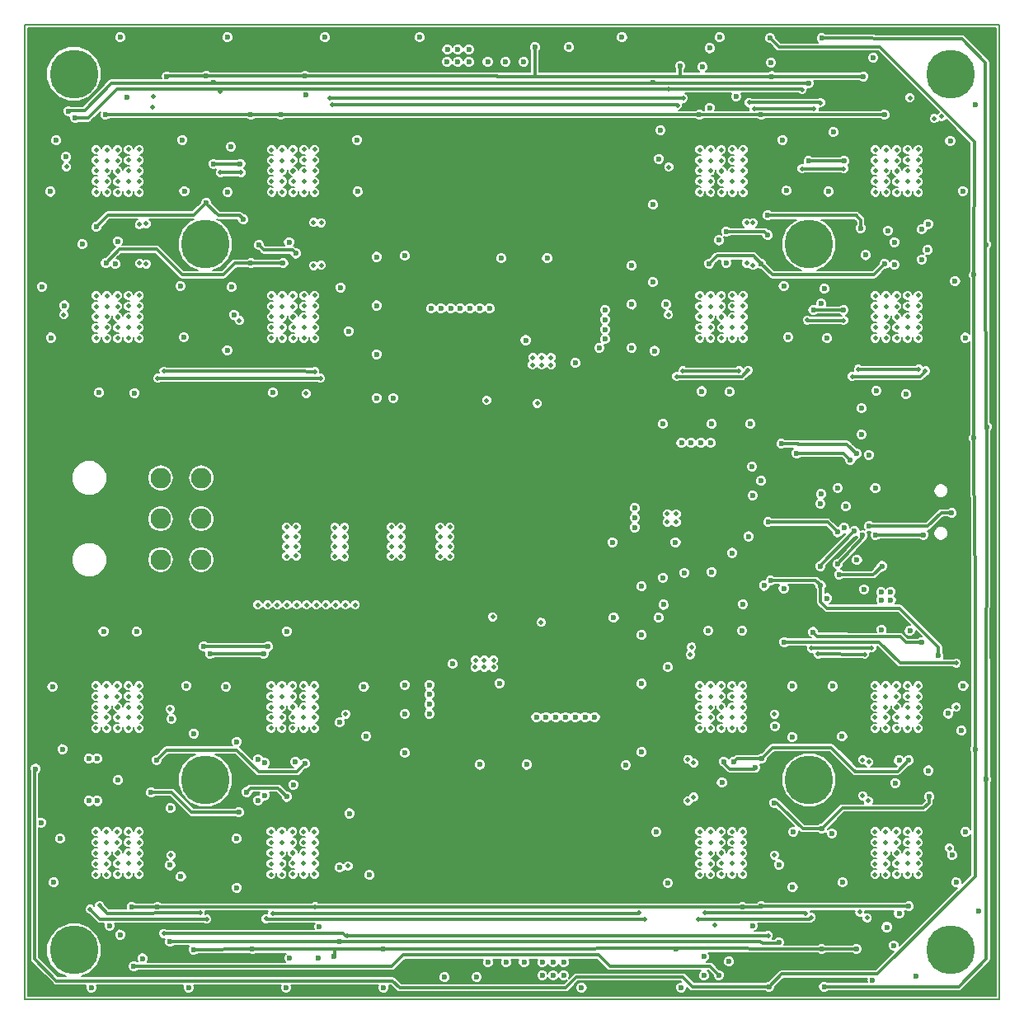
<source format=gbr>
G04 (created by PCBNEW (2013-05-16 BZR 4016)-stable) date 11. 12. 2013 14:08:56*
%MOIN*%
G04 Gerber Fmt 3.4, Leading zero omitted, Abs format*
%FSLAX34Y34*%
G01*
G70*
G90*
G04 APERTURE LIST*
%ADD10C,0.00590551*%
%ADD11C,0.19685*%
%ADD12O,0.0826X0.0826*%
%ADD13C,0.023622*%
%ADD14C,0.019685*%
%ADD15C,0.011811*%
%ADD16C,0.00787402*%
G04 APERTURE END LIST*
G54D10*
X38779Y-61023D02*
X78149Y-61023D01*
X78149Y-61023D02*
X78149Y-21653D01*
X78149Y-21653D02*
X38779Y-21653D01*
X38779Y-21653D02*
X38779Y-61023D01*
G54D11*
X46062Y-30511D03*
X40748Y-23622D03*
X40748Y-59055D03*
X46062Y-52165D03*
X70472Y-52165D03*
X76181Y-59055D03*
X76181Y-23622D03*
X70472Y-30511D03*
G54D12*
X44252Y-43267D03*
X44252Y-41614D03*
X44252Y-39961D03*
X45904Y-39961D03*
X45904Y-41614D03*
X45904Y-43267D03*
G54D13*
X62578Y-45610D03*
X64389Y-45610D03*
X57952Y-48267D03*
X56062Y-47480D03*
X59015Y-34389D03*
X61023Y-35314D03*
X62519Y-42559D03*
X65078Y-42559D03*
G54D14*
X59665Y-35393D03*
X59665Y-35098D03*
X60039Y-35393D03*
X59291Y-35393D03*
X60039Y-35098D03*
X59311Y-35098D03*
X57437Y-36828D03*
X59484Y-36946D03*
X57342Y-47323D03*
X57342Y-47618D03*
X57716Y-47618D03*
X56968Y-47618D03*
X57716Y-47322D03*
X56988Y-47322D03*
X57688Y-45578D03*
X59641Y-45804D03*
G54D13*
X59390Y-22550D03*
X65266Y-23307D03*
X72559Y-29862D03*
X72667Y-23730D03*
X50098Y-23720D03*
X47608Y-29517D03*
X41653Y-29812D03*
X44507Y-23740D03*
X68976Y-23724D03*
X46102Y-23720D03*
X46102Y-28838D03*
X68809Y-29350D03*
X57035Y-60140D03*
X53270Y-59015D03*
X65088Y-58996D03*
X45590Y-59025D03*
X47972Y-59015D03*
X70984Y-59011D03*
X70984Y-54143D03*
X72381Y-59005D03*
X47421Y-53484D03*
X69074Y-53100D03*
X75344Y-52844D03*
X43877Y-52677D03*
X51278Y-59320D03*
X73523Y-31318D03*
X49212Y-31279D03*
X49114Y-25275D03*
X68543Y-31299D03*
X66437Y-31299D03*
X42047Y-31259D03*
X42027Y-25275D03*
X47913Y-25275D03*
X47913Y-31279D03*
X68169Y-39507D03*
X68543Y-25275D03*
X73523Y-25275D03*
X66043Y-25275D03*
X68188Y-40669D03*
X44094Y-51358D03*
X67421Y-51437D03*
X74507Y-51377D03*
X50098Y-51515D03*
G54D14*
X50511Y-57303D03*
G54D13*
X43090Y-57303D03*
X68562Y-51299D03*
X68543Y-57283D03*
X74507Y-57283D03*
X67785Y-57303D03*
X44129Y-57307D03*
X68818Y-41751D03*
X71624Y-42155D03*
G54D14*
X73011Y-46830D03*
X70570Y-46850D03*
X70326Y-57559D03*
X66271Y-57549D03*
X72724Y-47090D03*
X70846Y-47086D03*
X70561Y-57724D03*
X66003Y-57793D03*
X72889Y-51448D03*
X72866Y-53019D03*
X72645Y-52807D03*
X72641Y-51358D03*
X65807Y-52870D03*
X65807Y-51484D03*
X65580Y-51338D03*
X65578Y-53015D03*
X48789Y-57559D03*
X63582Y-57549D03*
X65728Y-46801D03*
X48523Y-57785D03*
X63818Y-57795D03*
X65669Y-47106D03*
G54D13*
X48602Y-46781D03*
X46003Y-46781D03*
G54D14*
X45856Y-57549D03*
X41791Y-57253D03*
X41407Y-57401D03*
X46122Y-57805D03*
G54D13*
X46259Y-47076D03*
X48415Y-47066D03*
X48464Y-51486D03*
X48464Y-52795D03*
X48198Y-53001D03*
X48198Y-51328D03*
X41692Y-51318D03*
X41692Y-53021D03*
X41358Y-53021D03*
X41358Y-51318D03*
G54D14*
X50492Y-35657D03*
X44393Y-35645D03*
X43980Y-24555D03*
X50716Y-35937D03*
X44145Y-35937D03*
X43917Y-24984D03*
X65381Y-24610D03*
X65374Y-35633D03*
X67645Y-35625D03*
X51098Y-24618D03*
X65149Y-24889D03*
X65127Y-35860D03*
X68011Y-35606D03*
X51181Y-24881D03*
X43405Y-31287D03*
X43397Y-29716D03*
X43677Y-31311D03*
X43673Y-29688D03*
X50440Y-31374D03*
X50444Y-29633D03*
X50751Y-29641D03*
X50751Y-31366D03*
X68051Y-24779D03*
X70935Y-24789D03*
X72468Y-35570D03*
X74909Y-35561D03*
X75177Y-35637D03*
X72214Y-35856D03*
X70679Y-25033D03*
X68248Y-25043D03*
G54D13*
X72913Y-41919D03*
X76240Y-41377D03*
G54D14*
X75836Y-25354D03*
G54D13*
X73159Y-42273D03*
X75098Y-42263D03*
G54D14*
X75531Y-25437D03*
X67952Y-29641D03*
X67952Y-31283D03*
X68212Y-29645D03*
X68208Y-31370D03*
G54D13*
X75031Y-31133D03*
X75031Y-29909D03*
X75275Y-30748D03*
X75283Y-29696D03*
X72637Y-42283D03*
X71643Y-43445D03*
G54D14*
X72824Y-57755D03*
G54D13*
X72411Y-43277D03*
G54D14*
X72529Y-57507D03*
G54D13*
X72391Y-38986D03*
X69350Y-38582D03*
X69980Y-38956D03*
X72145Y-39232D03*
X71889Y-41988D03*
X72893Y-39025D03*
X73415Y-43523D03*
X71692Y-43868D03*
X73149Y-40383D03*
X72312Y-42116D03*
X70935Y-43523D03*
X69251Y-58750D03*
X51496Y-58700D03*
X44645Y-58710D03*
X44694Y-49704D03*
X44645Y-55620D03*
X51496Y-55718D03*
X51496Y-49852D03*
X69251Y-55590D03*
X69094Y-50000D03*
X76259Y-55216D03*
X76102Y-49488D03*
X40374Y-32992D03*
X40433Y-26988D03*
X47224Y-33366D03*
X47480Y-27263D03*
X46397Y-27263D03*
X64153Y-23986D03*
X64685Y-32952D03*
X64409Y-27066D03*
X71870Y-33169D03*
X70649Y-33169D03*
X71889Y-27145D03*
X70452Y-27145D03*
X70944Y-44320D03*
X68917Y-44104D03*
X75708Y-47155D03*
X70452Y-23996D03*
X46397Y-23976D03*
X40531Y-25127D03*
G54D14*
X44675Y-55216D03*
X44645Y-49311D03*
X44389Y-58375D03*
X51830Y-55649D03*
X51742Y-49507D03*
X68818Y-58464D03*
X51801Y-58464D03*
X69074Y-55206D03*
X69074Y-49507D03*
X76151Y-54931D03*
X76427Y-49222D03*
G54D13*
X69468Y-46594D03*
G54D14*
X76427Y-47440D03*
X40344Y-33366D03*
X40452Y-27381D03*
X47440Y-33602D03*
X47509Y-27618D03*
X46673Y-24340D03*
X46673Y-27618D03*
X64793Y-33366D03*
X64803Y-27391D03*
X64803Y-24242D03*
X71879Y-27460D03*
X70196Y-27460D03*
X71870Y-33592D03*
X70403Y-33572D03*
G54D13*
X68651Y-44320D03*
G54D14*
X70196Y-24271D03*
G54D13*
X40807Y-25403D03*
X39202Y-51722D03*
X77185Y-50925D03*
X68897Y-22185D03*
X68858Y-60531D03*
X77145Y-38346D03*
X77145Y-31751D03*
X43179Y-59704D03*
X39429Y-53897D03*
X66820Y-60059D03*
X77637Y-52145D03*
X70984Y-22185D03*
X71082Y-60531D03*
X77618Y-30531D03*
X77657Y-37893D03*
X70935Y-41003D03*
X70639Y-46190D03*
X75019Y-46614D03*
X72588Y-38208D03*
X70964Y-32903D03*
X72598Y-37145D03*
X60560Y-59550D03*
X59685Y-59550D03*
X59685Y-60070D03*
X60130Y-60070D03*
X60130Y-59550D03*
X65310Y-60565D03*
X66220Y-60078D03*
X61280Y-60570D03*
X60560Y-60070D03*
X41456Y-60570D03*
X45393Y-60570D03*
X49330Y-60570D03*
X53267Y-60570D03*
X42194Y-58070D03*
X55735Y-60145D03*
X58949Y-59550D03*
X58220Y-59550D03*
X57491Y-59550D03*
X55840Y-23140D03*
X56720Y-22640D03*
X56720Y-23150D03*
X56280Y-22640D03*
X56280Y-23150D03*
X46960Y-22150D03*
X54730Y-22150D03*
X55850Y-22650D03*
X50910Y-22150D03*
X42620Y-22150D03*
X57481Y-23140D03*
X58939Y-23140D03*
X60770Y-22550D03*
X58210Y-23140D03*
X73385Y-44576D03*
X73769Y-44566D03*
X73779Y-44891D03*
X72696Y-44468D03*
X73385Y-44891D03*
X70954Y-40610D03*
G54D14*
X55954Y-43129D03*
X55954Y-42736D03*
X55954Y-42342D03*
X53582Y-43129D03*
X53582Y-42736D03*
X53582Y-42342D03*
X53582Y-41948D03*
X53976Y-41948D03*
X53976Y-42342D03*
X53976Y-42736D03*
X51299Y-43129D03*
X51692Y-43139D03*
X51692Y-42746D03*
X51692Y-42352D03*
X51692Y-41958D03*
X51299Y-41958D03*
X51299Y-42352D03*
X51299Y-42746D03*
X49744Y-43120D03*
X49350Y-43129D03*
X49350Y-42736D03*
X49350Y-42342D03*
X49350Y-41948D03*
X49744Y-41948D03*
X49744Y-42342D03*
X49744Y-42736D03*
G54D13*
X73041Y-60265D03*
X67244Y-59517D03*
X66456Y-22588D03*
X49478Y-59370D03*
X71210Y-44822D03*
X69448Y-44429D03*
X67805Y-45068D03*
X64586Y-45088D03*
X43523Y-59389D03*
X40285Y-50925D03*
X47125Y-32244D03*
X74393Y-36578D03*
X67519Y-24537D03*
X50137Y-24488D03*
X42906Y-24562D03*
G54D14*
X74015Y-55551D03*
X74015Y-55984D03*
X74448Y-55984D03*
X74881Y-55984D03*
X74881Y-55551D03*
X74448Y-55551D03*
X74015Y-55118D03*
X74015Y-55137D03*
X74448Y-54704D03*
X74448Y-54271D03*
X74881Y-54271D03*
X74881Y-54704D03*
X74881Y-55137D03*
X74448Y-55137D03*
X74005Y-54694D03*
X74005Y-54261D03*
X73572Y-54261D03*
X73139Y-54261D03*
X73139Y-54694D03*
X73572Y-54694D03*
X74005Y-55127D03*
X74005Y-55127D03*
X73572Y-55561D03*
X73572Y-55994D03*
X73139Y-55994D03*
X73139Y-55561D03*
X73139Y-55127D03*
X73572Y-55127D03*
X66929Y-55551D03*
X66929Y-55984D03*
X67362Y-55984D03*
X67795Y-55984D03*
X67795Y-55551D03*
X67362Y-55551D03*
X66929Y-55118D03*
X66929Y-55137D03*
X67362Y-54704D03*
X67362Y-54271D03*
X67795Y-54271D03*
X67795Y-54704D03*
X67795Y-55137D03*
X67362Y-55137D03*
X66919Y-54694D03*
X66919Y-54261D03*
X66486Y-54261D03*
X66053Y-54261D03*
X66053Y-54694D03*
X66486Y-54694D03*
X66919Y-55127D03*
X66919Y-55127D03*
X66486Y-55561D03*
X66486Y-55994D03*
X66053Y-55994D03*
X66053Y-55561D03*
X66053Y-55127D03*
X66486Y-55127D03*
X74015Y-49645D03*
X74015Y-50078D03*
X74448Y-50078D03*
X74881Y-50078D03*
X74881Y-49645D03*
X74448Y-49645D03*
X74015Y-49212D03*
X74015Y-49232D03*
X74448Y-48799D03*
X74448Y-48366D03*
X74881Y-48366D03*
X74881Y-48799D03*
X74881Y-49232D03*
X74448Y-49232D03*
X74005Y-48789D03*
X74005Y-48356D03*
X73572Y-48356D03*
X73139Y-48356D03*
X73139Y-48789D03*
X73572Y-48789D03*
X74005Y-49222D03*
X74005Y-49222D03*
X73572Y-49655D03*
X73572Y-50088D03*
X73139Y-50088D03*
X73139Y-49655D03*
X73139Y-49222D03*
X73572Y-49222D03*
X66486Y-49222D03*
X66053Y-49222D03*
X66053Y-49655D03*
X66053Y-50088D03*
X66486Y-50088D03*
X66486Y-49655D03*
X66919Y-49222D03*
X66919Y-49222D03*
X66486Y-48789D03*
X66053Y-48789D03*
X66053Y-48356D03*
X66486Y-48356D03*
X66919Y-48356D03*
X66919Y-48789D03*
X67362Y-49232D03*
X67795Y-49232D03*
X67795Y-48799D03*
X67795Y-48366D03*
X67362Y-48366D03*
X67362Y-48799D03*
X66929Y-49232D03*
X66929Y-49212D03*
X67362Y-49645D03*
X67795Y-49645D03*
X67795Y-50078D03*
X67362Y-50078D03*
X66929Y-50078D03*
X66929Y-49645D03*
X49163Y-55127D03*
X48730Y-55127D03*
X48730Y-55561D03*
X48730Y-55994D03*
X49163Y-55994D03*
X49163Y-55561D03*
X49596Y-55127D03*
X49596Y-55127D03*
X49163Y-54694D03*
X48730Y-54694D03*
X48730Y-54261D03*
X49163Y-54261D03*
X49596Y-54261D03*
X49596Y-54694D03*
X50039Y-55137D03*
X50472Y-55137D03*
X50472Y-54704D03*
X50472Y-54271D03*
X50039Y-54271D03*
X50039Y-54704D03*
X49606Y-55137D03*
X49606Y-55118D03*
X50039Y-55551D03*
X50472Y-55551D03*
X50472Y-55984D03*
X50039Y-55984D03*
X49606Y-55984D03*
X49606Y-55551D03*
X49163Y-49222D03*
X48730Y-49222D03*
X48730Y-49655D03*
X48730Y-50088D03*
X49163Y-50088D03*
X49163Y-49655D03*
X49596Y-49222D03*
X49596Y-49222D03*
X49163Y-48789D03*
X48730Y-48789D03*
X48730Y-48356D03*
X49163Y-48356D03*
X49596Y-48356D03*
X49596Y-48789D03*
X50039Y-49232D03*
X50472Y-49232D03*
X50472Y-48799D03*
X50472Y-48366D03*
X50039Y-48366D03*
X50039Y-48799D03*
X49606Y-49232D03*
X49606Y-49212D03*
X50039Y-49645D03*
X50472Y-49645D03*
X50472Y-50078D03*
X50039Y-50078D03*
X49606Y-50078D03*
X49606Y-49645D03*
X42076Y-55127D03*
X41643Y-55127D03*
X41643Y-55561D03*
X41643Y-55994D03*
X42076Y-55994D03*
X42076Y-55561D03*
X42509Y-55127D03*
X42509Y-55127D03*
X42076Y-54694D03*
X41643Y-54694D03*
X41643Y-54261D03*
X42076Y-54261D03*
X42509Y-54261D03*
X42509Y-54694D03*
X42952Y-55137D03*
X43385Y-55137D03*
X43385Y-54704D03*
X43385Y-54271D03*
X42952Y-54271D03*
X42952Y-54704D03*
X42519Y-55137D03*
X42519Y-55118D03*
X42952Y-55551D03*
X43385Y-55551D03*
X43385Y-55984D03*
X42952Y-55984D03*
X42519Y-55984D03*
X42519Y-55551D03*
X42519Y-49645D03*
X42519Y-50078D03*
X42952Y-50078D03*
X43385Y-50078D03*
X43385Y-49645D03*
X42952Y-49645D03*
X42519Y-49212D03*
X42519Y-49232D03*
X42952Y-48799D03*
X42952Y-48366D03*
X43385Y-48366D03*
X43385Y-48799D03*
X43385Y-49232D03*
X42952Y-49232D03*
X42509Y-48789D03*
X42509Y-48356D03*
X42076Y-48356D03*
X41643Y-48356D03*
X41643Y-48789D03*
X42076Y-48789D03*
X42509Y-49222D03*
X42509Y-49222D03*
X42076Y-49655D03*
X42076Y-50088D03*
X41643Y-50088D03*
X41643Y-49655D03*
X41643Y-49222D03*
X42076Y-49222D03*
X74458Y-33454D03*
X74891Y-33454D03*
X74891Y-33021D03*
X74891Y-32588D03*
X74458Y-32588D03*
X74458Y-33021D03*
X74025Y-33454D03*
X74025Y-33454D03*
X74458Y-33887D03*
X74891Y-33887D03*
X74891Y-34320D03*
X74458Y-34320D03*
X74025Y-34320D03*
X74025Y-33887D03*
X73582Y-33444D03*
X73149Y-33444D03*
X73149Y-33877D03*
X73149Y-34311D03*
X73582Y-34311D03*
X73582Y-33877D03*
X74015Y-33444D03*
X74015Y-33464D03*
X73582Y-33031D03*
X73149Y-33031D03*
X73149Y-32598D03*
X73582Y-32598D03*
X74015Y-32598D03*
X74015Y-33031D03*
X67372Y-33454D03*
X67805Y-33454D03*
X67805Y-33021D03*
X67805Y-32588D03*
X67372Y-32588D03*
X67372Y-33021D03*
X66938Y-33454D03*
X66938Y-33454D03*
X67372Y-33887D03*
X67805Y-33887D03*
X67805Y-34320D03*
X67372Y-34320D03*
X66938Y-34320D03*
X66938Y-33887D03*
X66496Y-33444D03*
X66062Y-33444D03*
X66062Y-33877D03*
X66062Y-34311D03*
X66496Y-34311D03*
X66496Y-33877D03*
X66929Y-33444D03*
X66929Y-33464D03*
X66496Y-33031D03*
X66062Y-33031D03*
X66062Y-32598D03*
X66496Y-32598D03*
X66929Y-32598D03*
X66929Y-33031D03*
X74458Y-27549D03*
X74891Y-27549D03*
X74891Y-27116D03*
X74891Y-26683D03*
X74458Y-26683D03*
X74458Y-27116D03*
X74025Y-27549D03*
X74025Y-27549D03*
X74458Y-27982D03*
X74891Y-27982D03*
X74891Y-28415D03*
X74458Y-28415D03*
X74025Y-28415D03*
X74025Y-27982D03*
X73582Y-27539D03*
X73149Y-27539D03*
X73149Y-27972D03*
X73149Y-28405D03*
X73582Y-28405D03*
X73582Y-27972D03*
X74015Y-27539D03*
X74015Y-27559D03*
X73582Y-27125D03*
X73149Y-27125D03*
X73149Y-26692D03*
X73582Y-26692D03*
X74015Y-26692D03*
X74015Y-27125D03*
X66929Y-27125D03*
X66929Y-26692D03*
X66496Y-26692D03*
X66062Y-26692D03*
X66062Y-27125D03*
X66496Y-27125D03*
X66929Y-27559D03*
X66929Y-27539D03*
X66496Y-27972D03*
X66496Y-28405D03*
X66062Y-28405D03*
X66062Y-27972D03*
X66062Y-27539D03*
X66496Y-27539D03*
X66938Y-27982D03*
X66938Y-28415D03*
X67372Y-28415D03*
X67805Y-28415D03*
X67805Y-27982D03*
X67372Y-27982D03*
X66938Y-27549D03*
X66938Y-27549D03*
X67372Y-27116D03*
X67372Y-26683D03*
X67805Y-26683D03*
X67805Y-27116D03*
X67805Y-27549D03*
X67372Y-27549D03*
X49606Y-33031D03*
X49606Y-32598D03*
X49173Y-32598D03*
X48740Y-32598D03*
X48740Y-33031D03*
X49173Y-33031D03*
X49606Y-33464D03*
X49606Y-33444D03*
X49173Y-33877D03*
X49173Y-34311D03*
X48740Y-34311D03*
X48740Y-33877D03*
X48740Y-33444D03*
X49173Y-33444D03*
X49616Y-33887D03*
X49616Y-34320D03*
X50049Y-34320D03*
X50482Y-34320D03*
X50482Y-33887D03*
X50049Y-33887D03*
X49616Y-33454D03*
X49616Y-33454D03*
X50049Y-33021D03*
X50049Y-32588D03*
X50482Y-32588D03*
X50482Y-33021D03*
X50482Y-33454D03*
X50049Y-33454D03*
X42519Y-33031D03*
X42519Y-32598D03*
X42086Y-32598D03*
X41653Y-32598D03*
X41653Y-33031D03*
X42086Y-33031D03*
X42519Y-33464D03*
X42519Y-33444D03*
X42086Y-33877D03*
X42086Y-34311D03*
X41653Y-34311D03*
X41653Y-33877D03*
X41653Y-33444D03*
X42086Y-33444D03*
X42529Y-33887D03*
X42529Y-34320D03*
X42962Y-34320D03*
X43395Y-34320D03*
X43395Y-33887D03*
X42962Y-33887D03*
X42529Y-33454D03*
X42529Y-33454D03*
X42962Y-33021D03*
X42962Y-32588D03*
X43395Y-32588D03*
X43395Y-33021D03*
X43395Y-33454D03*
X42962Y-33454D03*
X49606Y-27125D03*
X49606Y-26692D03*
X49173Y-26692D03*
X48740Y-26692D03*
X48740Y-27125D03*
X49173Y-27125D03*
X49606Y-27559D03*
X49606Y-27539D03*
X49173Y-27972D03*
X49173Y-28405D03*
X48740Y-28405D03*
X48740Y-27972D03*
X48740Y-27539D03*
X49173Y-27539D03*
X49616Y-27982D03*
X49616Y-28415D03*
X50049Y-28415D03*
X50482Y-28415D03*
X50482Y-27982D03*
X50049Y-27982D03*
X49616Y-27549D03*
X49616Y-27549D03*
X50049Y-27116D03*
X50049Y-26683D03*
X50482Y-26683D03*
X50482Y-27116D03*
X50482Y-27549D03*
X50049Y-27549D03*
X42962Y-27549D03*
X43395Y-27549D03*
X43395Y-27116D03*
X43395Y-26683D03*
X42962Y-26683D03*
X42962Y-27116D03*
X42529Y-27549D03*
X42529Y-27549D03*
X42962Y-27982D03*
X43395Y-27982D03*
X43395Y-28415D03*
X42962Y-28415D03*
X42529Y-28415D03*
X42529Y-27982D03*
X42086Y-27539D03*
X41653Y-27539D03*
X41653Y-27972D03*
X41653Y-28405D03*
X42086Y-28405D03*
X42086Y-27972D03*
X42519Y-27539D03*
X42519Y-27559D03*
X42086Y-27125D03*
X41653Y-27125D03*
X41653Y-26692D03*
X42086Y-26692D03*
X42519Y-26692D03*
X42519Y-27125D03*
G54D13*
X62913Y-22145D03*
X66850Y-22145D03*
X77204Y-24862D03*
X76417Y-56318D03*
X77342Y-57480D03*
X74783Y-60098D03*
X73614Y-58122D03*
X68031Y-42322D03*
X67362Y-42992D03*
X66535Y-43759D03*
X65433Y-43799D03*
X64566Y-43996D03*
X68110Y-37775D03*
X66535Y-37775D03*
X64566Y-37775D03*
X63700Y-44350D03*
X63700Y-46318D03*
X63700Y-48287D03*
X63700Y-51043D03*
X63070Y-51574D03*
X59448Y-49625D03*
X59842Y-49625D03*
X60236Y-49625D03*
X60629Y-49625D03*
X61023Y-49625D03*
X61417Y-49625D03*
X61811Y-49625D03*
X59055Y-51555D03*
X57165Y-51555D03*
X54133Y-51082D03*
X54133Y-49507D03*
X54133Y-48326D03*
G54D14*
X74551Y-24598D03*
G54D13*
X73070Y-22972D03*
X57559Y-33110D03*
X57165Y-33110D03*
X56771Y-33110D03*
X56377Y-33110D03*
X55984Y-33110D03*
X55590Y-33110D03*
X55196Y-33110D03*
X63307Y-31377D03*
X63307Y-32952D03*
X63307Y-34704D03*
X61988Y-34704D03*
X58031Y-31082D03*
X59881Y-31082D03*
X53661Y-36732D03*
X52992Y-36732D03*
X52992Y-34960D03*
X52992Y-32992D03*
X52992Y-31023D03*
X54133Y-30984D03*
G54D14*
X48188Y-45098D03*
X48582Y-45098D03*
X48976Y-45098D03*
X49370Y-45098D03*
X49763Y-45098D03*
X52125Y-45098D03*
X51732Y-45098D03*
X51338Y-45098D03*
X50944Y-45098D03*
X50551Y-45098D03*
X50157Y-45098D03*
X53976Y-43129D03*
X55954Y-41948D03*
X55561Y-41948D03*
X55561Y-42342D03*
X55561Y-42736D03*
X55561Y-43129D03*
G54D13*
X66948Y-52282D03*
X71830Y-56318D03*
X76377Y-32007D03*
G54D14*
X50141Y-36555D03*
X66653Y-58055D03*
G54D13*
X39823Y-34291D03*
X76181Y-26338D03*
X39940Y-56318D03*
X43287Y-46181D03*
X45610Y-50295D03*
X45294Y-48366D03*
X46969Y-28405D03*
X39804Y-28385D03*
X76692Y-28366D03*
X67775Y-46141D03*
X64763Y-47618D03*
X69783Y-48385D03*
X66397Y-46141D03*
X64763Y-56338D03*
X64292Y-54271D03*
X69842Y-54271D03*
X76790Y-34291D03*
X76790Y-54271D03*
X73956Y-52302D03*
X74547Y-46141D03*
X73405Y-46102D03*
X71811Y-50413D03*
X71201Y-34311D03*
X76712Y-48366D03*
X76643Y-50177D03*
X71260Y-28385D03*
X71092Y-32312D03*
X71456Y-25984D03*
X73917Y-30433D03*
X66830Y-30355D03*
X67263Y-36480D03*
X69448Y-32204D03*
X66141Y-36456D03*
X73188Y-36437D03*
X52204Y-26299D03*
X43208Y-36535D03*
X48799Y-36515D03*
X45059Y-32204D03*
X41771Y-36515D03*
X64232Y-34822D03*
X69409Y-26299D03*
X64173Y-28917D03*
X52706Y-56013D03*
X45078Y-56082D03*
X52480Y-48405D03*
X49350Y-46161D03*
X49625Y-52361D03*
X51889Y-53524D03*
X44655Y-53316D03*
X42539Y-52184D03*
X51535Y-32263D03*
X46948Y-34803D03*
X49448Y-30432D03*
X42519Y-30392D03*
X68937Y-23169D03*
X62224Y-33169D03*
X62224Y-33562D03*
X62224Y-33956D03*
X62224Y-34350D03*
X63425Y-41968D03*
X63425Y-41574D03*
X63425Y-41181D03*
X55118Y-49507D03*
X55118Y-49114D03*
X55118Y-48720D03*
X55118Y-48326D03*
X66496Y-38543D03*
X66102Y-38543D03*
X65708Y-38543D03*
X65314Y-38543D03*
G54D14*
X65098Y-41751D03*
X64744Y-41751D03*
X65098Y-41417D03*
X64744Y-41417D03*
G54D13*
X68543Y-40078D03*
X47342Y-56534D03*
X41948Y-46161D03*
X47342Y-50629D03*
X52568Y-50403D03*
X69793Y-50442D03*
X69812Y-56505D03*
X69566Y-28346D03*
X64468Y-25905D03*
X69625Y-34271D03*
X64153Y-32047D03*
X51850Y-34034D03*
X52224Y-28385D03*
X45196Y-34271D03*
X45137Y-26299D03*
X45216Y-28366D03*
X47106Y-26574D03*
X39458Y-32234D03*
X40039Y-26318D03*
X46909Y-48405D03*
X71397Y-54330D03*
X47322Y-54546D03*
X40196Y-54546D03*
X39881Y-48405D03*
X71417Y-48385D03*
X71958Y-41112D03*
X71633Y-40374D03*
X49723Y-30885D03*
X48238Y-30551D03*
X75305Y-51791D03*
X74114Y-51377D03*
X66456Y-25000D03*
X66171Y-23346D03*
X42421Y-31318D03*
X41092Y-30511D03*
X66220Y-59311D03*
X68188Y-58061D03*
X67125Y-31259D03*
X67125Y-30000D03*
X68809Y-30147D03*
X72765Y-30954D03*
X73917Y-31338D03*
X73661Y-29960D03*
X74114Y-57559D03*
X73897Y-58858D03*
X47746Y-52658D03*
X49350Y-52854D03*
X49704Y-51437D03*
X42618Y-58425D03*
X68306Y-51673D03*
X67027Y-51427D03*
X50679Y-58120D03*
X50620Y-59370D03*
X60150Y-23050D03*
X60570Y-23050D03*
X59730Y-23050D03*
X56360Y-59620D03*
X55940Y-59620D03*
X56780Y-59620D03*
X70905Y-42795D03*
X69635Y-39419D03*
X69133Y-34901D03*
X71200Y-44094D03*
X67706Y-43780D03*
X76279Y-34901D03*
X39183Y-49990D03*
X76663Y-26279D03*
X47480Y-29015D03*
X40314Y-34901D03*
X64409Y-50551D03*
X64763Y-48129D03*
X69192Y-47755D03*
X64271Y-56437D03*
X64803Y-53681D03*
X69271Y-53700D03*
X71338Y-56456D03*
X76279Y-53681D03*
X71889Y-53641D03*
X71318Y-50511D03*
X71712Y-34960D03*
X76122Y-47795D03*
X71909Y-47795D03*
X71771Y-29015D03*
X76889Y-32578D03*
X76220Y-28996D03*
X69911Y-32214D03*
X64724Y-34192D03*
X69881Y-26240D03*
X69133Y-28937D03*
X64685Y-28307D03*
X52007Y-47716D03*
X46614Y-50531D03*
X47421Y-47795D03*
X46594Y-56456D03*
X52007Y-54035D03*
X47185Y-54035D03*
X44665Y-54311D03*
X39448Y-56476D03*
X40059Y-54035D03*
X40374Y-47814D03*
X44783Y-47795D03*
X52027Y-31614D03*
X51968Y-34547D03*
X47460Y-34212D03*
X45551Y-32106D03*
X52696Y-26200D03*
X45629Y-26181D03*
X40295Y-29015D03*
X72303Y-38543D03*
X67086Y-40019D03*
X66692Y-40019D03*
X66692Y-39625D03*
X67086Y-39625D03*
X67086Y-39232D03*
X66692Y-39232D03*
X75000Y-38346D03*
X51732Y-28956D03*
X44704Y-34881D03*
X44704Y-28956D03*
X69271Y-59527D03*
X71062Y-23169D03*
G54D15*
X59390Y-22550D02*
X59390Y-23724D01*
X65255Y-23724D02*
X65255Y-23317D01*
X65255Y-23317D02*
X65266Y-23307D01*
X57874Y-23724D02*
X59390Y-23724D01*
X59390Y-23724D02*
X65255Y-23724D01*
X65255Y-23724D02*
X66830Y-23724D01*
X72381Y-29350D02*
X72381Y-29360D01*
X72559Y-29537D02*
X72559Y-29862D01*
X69921Y-29350D02*
X69448Y-29350D01*
X72381Y-29350D02*
X69921Y-29350D01*
X69448Y-29350D02*
X68809Y-29350D01*
X72381Y-29360D02*
X72559Y-29537D01*
X72661Y-23724D02*
X68976Y-23724D01*
X72667Y-23730D02*
X72661Y-23724D01*
X47460Y-29350D02*
X47608Y-29517D01*
X46102Y-28838D02*
X46102Y-28858D01*
X46594Y-29350D02*
X47460Y-29350D01*
X46102Y-28858D02*
X46594Y-29350D01*
X45610Y-29330D02*
X42135Y-29330D01*
X42135Y-29330D02*
X41653Y-29812D01*
X45610Y-29330D02*
X46102Y-28838D01*
X44507Y-23740D02*
X44507Y-23720D01*
X66830Y-23724D02*
X68976Y-23724D01*
X57869Y-23720D02*
X50098Y-23720D01*
X50098Y-23720D02*
X49507Y-23720D01*
X57869Y-23720D02*
X57874Y-23724D01*
X49507Y-23720D02*
X46102Y-23720D01*
X46102Y-23720D02*
X44507Y-23720D01*
X44507Y-23720D02*
X44488Y-23720D01*
X58562Y-59015D02*
X54220Y-59015D01*
X54220Y-59015D02*
X53270Y-59015D01*
X53270Y-59015D02*
X51309Y-59015D01*
X65088Y-58988D02*
X58582Y-58995D01*
X58562Y-59015D02*
X58582Y-58995D01*
X70984Y-54143D02*
X70216Y-54143D01*
X70984Y-59011D02*
X72381Y-59005D01*
X65088Y-58996D02*
X65088Y-58996D01*
X65088Y-58996D02*
X65088Y-58988D01*
X70984Y-54143D02*
X71820Y-53307D01*
X51309Y-59015D02*
X51309Y-59290D01*
X51309Y-59015D02*
X49921Y-59015D01*
X49921Y-59015D02*
X47972Y-59015D01*
X47972Y-59015D02*
X45590Y-59025D01*
X45590Y-59025D02*
X45600Y-59025D01*
X70984Y-59011D02*
X65088Y-58988D01*
X69409Y-53346D02*
X69163Y-53100D01*
X70216Y-54143D02*
X69409Y-53346D01*
X75098Y-53307D02*
X75108Y-53307D01*
X71820Y-53307D02*
X75098Y-53307D01*
X75108Y-53307D02*
X75324Y-53090D01*
X45511Y-53484D02*
X44704Y-52677D01*
X45511Y-53484D02*
X47421Y-53484D01*
X51309Y-59290D02*
X51278Y-59320D01*
X75324Y-53090D02*
X75344Y-52844D01*
X69163Y-53100D02*
X69074Y-53100D01*
X43877Y-52677D02*
X44704Y-52677D01*
X43877Y-52677D02*
X43877Y-52677D01*
X73090Y-31751D02*
X73523Y-31318D01*
X68996Y-31751D02*
X73090Y-31751D01*
X68543Y-31299D02*
X68996Y-31751D01*
X49212Y-31279D02*
X47913Y-31279D01*
X66437Y-31299D02*
X66764Y-30982D01*
X66764Y-30982D02*
X68226Y-30982D01*
X68226Y-30982D02*
X68543Y-31299D01*
X66043Y-25275D02*
X49192Y-25275D01*
X49192Y-25275D02*
X49114Y-25275D01*
X49114Y-25275D02*
X47913Y-25275D01*
X42047Y-25275D02*
X42027Y-25275D01*
X47913Y-25275D02*
X42047Y-25275D01*
X47283Y-31279D02*
X47263Y-31279D01*
X47913Y-31279D02*
X47283Y-31279D01*
X46791Y-31751D02*
X45137Y-31751D01*
X45137Y-31751D02*
X44106Y-30716D01*
X44106Y-30716D02*
X42590Y-30712D01*
X42590Y-30712D02*
X42047Y-31259D01*
X47263Y-31279D02*
X46791Y-31751D01*
X68543Y-25275D02*
X73523Y-25275D01*
X68543Y-25275D02*
X66043Y-25275D01*
X67421Y-51437D02*
X67568Y-51299D01*
X67568Y-51299D02*
X68562Y-51299D01*
X72338Y-51826D02*
X74059Y-51822D01*
X74059Y-51822D02*
X74507Y-51377D01*
X71377Y-50866D02*
X68996Y-50866D01*
X68562Y-51299D02*
X68996Y-50866D01*
X72318Y-51807D02*
X72338Y-51826D01*
X72338Y-51826D02*
X71377Y-50866D01*
X44094Y-51358D02*
X44494Y-50964D01*
X44494Y-50964D02*
X47338Y-50960D01*
X47338Y-50960D02*
X48218Y-51840D01*
X48218Y-51840D02*
X49773Y-51840D01*
X49773Y-51840D02*
X50098Y-51515D01*
X43090Y-57303D02*
X44129Y-57307D01*
X68543Y-57283D02*
X74507Y-57283D01*
X68543Y-57283D02*
X68523Y-57303D01*
X68523Y-57303D02*
X67785Y-57303D01*
X50413Y-57303D02*
X50511Y-57303D01*
X50511Y-57303D02*
X67785Y-57303D01*
X44129Y-57307D02*
X50413Y-57303D01*
X71220Y-41751D02*
X68818Y-41751D01*
X71624Y-42155D02*
X71220Y-41751D01*
X73011Y-46830D02*
X72992Y-46850D01*
X72992Y-46850D02*
X70570Y-46850D01*
X70326Y-57559D02*
X70316Y-57549D01*
X66271Y-57549D02*
X70316Y-57549D01*
X72724Y-47090D02*
X70846Y-47086D01*
X66003Y-57793D02*
X70492Y-57793D01*
X48789Y-57559D02*
X48779Y-57559D01*
X63553Y-57578D02*
X48789Y-57559D01*
X48789Y-57559D02*
X48779Y-57559D01*
X63582Y-57549D02*
X63553Y-57578D01*
X63818Y-57795D02*
X48533Y-57795D01*
X48533Y-57795D02*
X48523Y-57785D01*
X63818Y-57795D02*
X63828Y-57805D01*
X46003Y-46781D02*
X48602Y-46781D01*
X42096Y-57559D02*
X45856Y-57549D01*
X41791Y-57253D02*
X42096Y-57559D01*
X46112Y-57795D02*
X41801Y-57795D01*
X41801Y-57795D02*
X41407Y-57401D01*
X46122Y-57805D02*
X46112Y-57795D01*
X48405Y-47076D02*
X46259Y-47076D01*
X48415Y-47066D02*
X48405Y-47076D01*
X50492Y-35657D02*
X49763Y-35653D01*
X49763Y-35653D02*
X44830Y-35649D01*
X44830Y-35649D02*
X44393Y-35645D01*
X50488Y-35938D02*
X50716Y-35937D01*
X44375Y-35938D02*
X50488Y-35938D01*
X44145Y-35937D02*
X44375Y-35938D01*
X67635Y-35635D02*
X65374Y-35633D01*
X67645Y-35625D02*
X67635Y-35635D01*
X65377Y-24606D02*
X51098Y-24618D01*
X65381Y-24610D02*
X65377Y-24606D01*
X65127Y-35860D02*
X65137Y-35870D01*
X65137Y-35870D02*
X67751Y-35870D01*
X67751Y-35870D02*
X68011Y-35606D01*
X65141Y-24881D02*
X51181Y-24881D01*
X65149Y-24889D02*
X65141Y-24881D01*
X70925Y-24779D02*
X68051Y-24779D01*
X70935Y-24789D02*
X70925Y-24779D01*
X74899Y-35570D02*
X72468Y-35570D01*
X74909Y-35561D02*
X74899Y-35570D01*
X75177Y-35667D02*
X75177Y-35637D01*
X74980Y-35856D02*
X75177Y-35667D01*
X72214Y-35856D02*
X74980Y-35856D01*
X68257Y-25033D02*
X70679Y-25033D01*
X68248Y-25043D02*
X68257Y-25033D01*
X72913Y-41919D02*
X75275Y-41919D01*
X75275Y-41919D02*
X75816Y-41377D01*
X75816Y-41377D02*
X76240Y-41377D01*
X75836Y-25354D02*
X75816Y-25374D01*
X75098Y-42263D02*
X73149Y-42263D01*
X72637Y-42381D02*
X72637Y-42283D01*
X72637Y-42381D02*
X71643Y-43445D01*
X72391Y-38986D02*
X71998Y-38592D01*
X71998Y-38592D02*
X70029Y-38592D01*
X70029Y-38592D02*
X70019Y-38582D01*
X70019Y-38582D02*
X69350Y-38582D01*
X69960Y-38956D02*
X69980Y-38956D01*
X71879Y-38956D02*
X69960Y-38956D01*
X72145Y-39232D02*
X71879Y-38956D01*
X73061Y-43877D02*
X73415Y-43523D01*
X71702Y-43877D02*
X73061Y-43877D01*
X71692Y-43868D02*
X71702Y-43877D01*
X72312Y-42119D02*
X72312Y-42116D01*
X70944Y-43494D02*
X72312Y-42119D01*
X70974Y-43484D02*
X70944Y-43494D01*
X70935Y-43523D02*
X70974Y-43484D01*
X68582Y-58769D02*
X69232Y-58769D01*
X68513Y-58700D02*
X68582Y-58769D01*
X51496Y-58700D02*
X68513Y-58700D01*
X69232Y-58769D02*
X69251Y-58750D01*
X44645Y-58710D02*
X44714Y-58710D01*
X44724Y-58700D02*
X51496Y-58700D01*
X44714Y-58710D02*
X44724Y-58700D01*
X46397Y-27263D02*
X47480Y-27263D01*
X70649Y-33169D02*
X71870Y-33169D01*
X70452Y-27145D02*
X71889Y-27145D01*
X70944Y-44320D02*
X70954Y-44320D01*
X70738Y-44104D02*
X68917Y-44104D01*
X70954Y-44320D02*
X70738Y-44104D01*
X71240Y-45226D02*
X71190Y-45226D01*
X70935Y-44970D02*
X70944Y-44320D01*
X71190Y-45226D02*
X70935Y-44970D01*
X74124Y-45226D02*
X75708Y-46811D01*
X71230Y-45226D02*
X71240Y-45226D01*
X71240Y-45226D02*
X74124Y-45226D01*
X75708Y-46811D02*
X75708Y-47155D01*
X46397Y-23976D02*
X46397Y-23996D01*
X70452Y-23996D02*
X64153Y-23996D01*
X64153Y-23996D02*
X46397Y-23996D01*
X46397Y-23996D02*
X42261Y-23996D01*
X41188Y-25108D02*
X42261Y-23996D01*
X40551Y-25108D02*
X41188Y-25108D01*
X40531Y-25127D02*
X40551Y-25108D01*
X51732Y-58464D02*
X51801Y-58464D01*
X51643Y-58375D02*
X44389Y-58375D01*
X51732Y-58464D02*
X51643Y-58375D01*
X51801Y-58464D02*
X52106Y-58464D01*
X52106Y-58464D02*
X68818Y-58464D01*
X72293Y-46594D02*
X73307Y-46594D01*
X72293Y-46594D02*
X69468Y-46594D01*
X74153Y-47440D02*
X76427Y-47440D01*
X73307Y-46594D02*
X74153Y-47440D01*
X46663Y-24330D02*
X46673Y-24340D01*
X46663Y-24330D02*
X46663Y-24232D01*
X47509Y-27618D02*
X46673Y-27618D01*
X70196Y-27460D02*
X71879Y-27460D01*
X71870Y-33592D02*
X70423Y-33592D01*
X70423Y-33592D02*
X70403Y-33572D01*
X53838Y-24232D02*
X64803Y-24234D01*
X64803Y-24234D02*
X70192Y-24236D01*
X70192Y-24236D02*
X70196Y-24232D01*
X70149Y-24224D02*
X70196Y-24232D01*
X70196Y-24271D02*
X70149Y-24224D01*
X42499Y-24232D02*
X46663Y-24232D01*
X46663Y-24232D02*
X46673Y-24232D01*
X46673Y-24232D02*
X46681Y-24232D01*
X46681Y-24232D02*
X53838Y-24232D01*
X53838Y-24232D02*
X53842Y-24232D01*
X41318Y-25413D02*
X42499Y-24232D01*
X40814Y-25411D02*
X41318Y-25413D01*
X40807Y-25403D02*
X40814Y-25411D01*
X68858Y-60531D02*
X65757Y-60531D01*
X39163Y-51761D02*
X39202Y-51722D01*
X39163Y-59419D02*
X39163Y-51761D01*
X40039Y-60295D02*
X39163Y-59419D01*
X53641Y-60295D02*
X40039Y-60295D01*
X53917Y-60570D02*
X53641Y-60295D01*
X60639Y-60570D02*
X53917Y-60570D01*
X61072Y-60137D02*
X60639Y-60570D01*
X65364Y-60137D02*
X61072Y-60137D01*
X65757Y-60531D02*
X65364Y-60137D01*
X77185Y-50925D02*
X77185Y-50984D01*
X72913Y-22539D02*
X69251Y-22539D01*
X69251Y-22539D02*
X68897Y-22185D01*
X69370Y-60019D02*
X68858Y-60531D01*
X73238Y-60019D02*
X69370Y-60019D01*
X77185Y-56072D02*
X73238Y-60019D01*
X77185Y-55905D02*
X77185Y-56072D01*
X77185Y-53011D02*
X77185Y-55905D01*
X77185Y-50984D02*
X77185Y-53011D01*
X77185Y-47204D02*
X77185Y-50984D01*
X77145Y-38346D02*
X77145Y-38051D01*
X77165Y-42933D02*
X77185Y-43267D01*
X77185Y-43267D02*
X77185Y-47204D01*
X77185Y-47204D02*
X77185Y-47204D01*
X77145Y-38346D02*
X77165Y-42933D01*
X77145Y-31673D02*
X77157Y-26360D01*
X73336Y-22539D02*
X72913Y-22539D01*
X72913Y-22539D02*
X72893Y-22539D01*
X77157Y-26360D02*
X73336Y-22539D01*
X77145Y-38051D02*
X77145Y-31751D01*
X77145Y-31751D02*
X77145Y-31673D01*
X61955Y-59245D02*
X62414Y-59704D01*
X54060Y-59245D02*
X61955Y-59245D01*
X53610Y-59695D02*
X54060Y-59245D01*
X53610Y-59704D02*
X53610Y-59695D01*
X53610Y-59704D02*
X43179Y-59704D01*
X66820Y-60059D02*
X66466Y-59704D01*
X66466Y-59704D02*
X62414Y-59704D01*
X43179Y-59704D02*
X43218Y-59704D01*
X75157Y-22204D02*
X70984Y-22185D01*
X77637Y-57755D02*
X77637Y-59409D01*
X77637Y-50059D02*
X77637Y-52145D01*
X77637Y-52145D02*
X77637Y-57755D01*
X77637Y-59409D02*
X76515Y-60531D01*
X77637Y-47263D02*
X77637Y-50059D01*
X77634Y-47260D02*
X77637Y-47263D01*
X77660Y-43185D02*
X77634Y-47260D01*
X76515Y-60531D02*
X71082Y-60531D01*
X77612Y-30531D02*
X77612Y-30531D01*
X77618Y-30531D02*
X77612Y-30531D01*
X77618Y-30531D02*
X77618Y-30531D01*
X77657Y-37893D02*
X77618Y-37716D01*
X77618Y-37460D02*
X77612Y-30531D01*
X77612Y-30531D02*
X77612Y-30511D01*
X77608Y-24188D02*
X77608Y-23159D01*
X77612Y-30511D02*
X77608Y-24188D01*
X77608Y-23159D02*
X76653Y-22204D01*
X77618Y-37716D02*
X77618Y-37460D01*
X77657Y-42500D02*
X77660Y-43185D01*
X77657Y-42500D02*
X77657Y-37893D01*
X76653Y-22204D02*
X76240Y-22204D01*
X76240Y-22204D02*
X75157Y-22204D01*
X70797Y-46358D02*
X70639Y-46190D01*
X75019Y-46614D02*
X74399Y-46614D01*
X74153Y-46368D02*
X70797Y-46358D01*
X74399Y-46614D02*
X74153Y-46368D01*
X48435Y-30748D02*
X48238Y-30551D01*
X49585Y-30748D02*
X48435Y-30748D01*
X49723Y-30885D02*
X49585Y-30748D01*
X67125Y-30000D02*
X68661Y-30000D01*
X68661Y-30000D02*
X68809Y-30147D01*
X48996Y-52500D02*
X49350Y-52854D01*
X47904Y-52500D02*
X48996Y-52500D01*
X47904Y-52500D02*
X47746Y-52658D01*
X67027Y-51496D02*
X67027Y-51427D01*
X67253Y-51722D02*
X67027Y-51496D01*
X68256Y-51722D02*
X67253Y-51722D01*
X68306Y-51673D02*
X68256Y-51722D01*
G54D10*
G36*
X78031Y-60905D02*
X77893Y-60905D01*
X77893Y-37846D01*
X77857Y-37760D01*
X77795Y-37697D01*
X77795Y-37697D01*
X77795Y-37460D01*
X77790Y-37434D01*
X77790Y-30693D01*
X77818Y-30665D01*
X77854Y-30578D01*
X77854Y-30484D01*
X77818Y-30397D01*
X77785Y-30364D01*
X77785Y-24188D01*
X77785Y-23159D01*
X77785Y-23159D01*
X77771Y-23091D01*
X77733Y-23034D01*
X77733Y-23034D01*
X76778Y-22079D01*
X76721Y-22041D01*
X76653Y-22027D01*
X76240Y-22027D01*
X75157Y-22027D01*
X75146Y-22029D01*
X71141Y-22008D01*
X71118Y-21984D01*
X71031Y-21948D01*
X70937Y-21948D01*
X70850Y-21984D01*
X70784Y-22051D01*
X70748Y-22137D01*
X70747Y-22231D01*
X70783Y-22318D01*
X70827Y-22362D01*
X69325Y-22362D01*
X69133Y-22170D01*
X69133Y-22138D01*
X69098Y-22051D01*
X69031Y-21984D01*
X68944Y-21948D01*
X68850Y-21948D01*
X68764Y-21984D01*
X68697Y-22051D01*
X68661Y-22137D01*
X68661Y-22231D01*
X68697Y-22318D01*
X68763Y-22385D01*
X68850Y-22421D01*
X68883Y-22421D01*
X69126Y-22664D01*
X69184Y-22703D01*
X69251Y-22716D01*
X72893Y-22716D01*
X72913Y-22716D01*
X73263Y-22716D01*
X75716Y-25169D01*
X75714Y-25170D01*
X75653Y-25231D01*
X75645Y-25249D01*
X75574Y-25220D01*
X75488Y-25220D01*
X75408Y-25253D01*
X75348Y-25314D01*
X75314Y-25393D01*
X75314Y-25479D01*
X75347Y-25559D01*
X75408Y-25620D01*
X75488Y-25653D01*
X75574Y-25653D01*
X75653Y-25620D01*
X75714Y-25559D01*
X75722Y-25541D01*
X75793Y-25570D01*
X75879Y-25570D01*
X75959Y-25538D01*
X76020Y-25477D01*
X76021Y-25474D01*
X76977Y-26430D01*
X76968Y-31594D01*
X76945Y-31617D01*
X76929Y-31657D01*
X76929Y-28319D01*
X76893Y-28232D01*
X76826Y-28166D01*
X76740Y-28129D01*
X76646Y-28129D01*
X76559Y-28165D01*
X76492Y-28232D01*
X76456Y-28318D01*
X76456Y-28412D01*
X76492Y-28499D01*
X76558Y-28566D01*
X76645Y-28602D01*
X76739Y-28602D01*
X76826Y-28566D01*
X76893Y-28500D01*
X76929Y-28413D01*
X76929Y-28319D01*
X76929Y-31657D01*
X76909Y-31704D01*
X76909Y-31798D01*
X76945Y-31885D01*
X76968Y-31908D01*
X76968Y-34135D01*
X76924Y-34091D01*
X76837Y-34055D01*
X76743Y-34055D01*
X76656Y-34090D01*
X76614Y-34133D01*
X76614Y-31961D01*
X76578Y-31874D01*
X76511Y-31807D01*
X76425Y-31771D01*
X76417Y-31771D01*
X76417Y-26291D01*
X76381Y-26204D01*
X76315Y-26138D01*
X76228Y-26102D01*
X76134Y-26102D01*
X76047Y-26138D01*
X75980Y-26204D01*
X75944Y-26291D01*
X75944Y-26385D01*
X75980Y-26472D01*
X76047Y-26538D01*
X76133Y-26574D01*
X76227Y-26574D01*
X76314Y-26538D01*
X76381Y-26472D01*
X76417Y-26385D01*
X76417Y-26291D01*
X76417Y-31771D01*
X76331Y-31771D01*
X76244Y-31807D01*
X76177Y-31873D01*
X76141Y-31960D01*
X76141Y-32054D01*
X76177Y-32141D01*
X76243Y-32208D01*
X76330Y-32244D01*
X76424Y-32244D01*
X76511Y-32208D01*
X76578Y-32141D01*
X76614Y-32055D01*
X76614Y-31961D01*
X76614Y-34133D01*
X76590Y-34157D01*
X76554Y-34244D01*
X76554Y-34338D01*
X76590Y-34424D01*
X76656Y-34491D01*
X76743Y-34527D01*
X76837Y-34527D01*
X76924Y-34491D01*
X76968Y-34447D01*
X76968Y-38051D01*
X76968Y-38189D01*
X76945Y-38212D01*
X76909Y-38299D01*
X76909Y-38393D01*
X76945Y-38480D01*
X76969Y-38503D01*
X76984Y-42933D01*
X76989Y-42957D01*
X77007Y-43269D01*
X77007Y-47204D01*
X77007Y-50768D01*
X76984Y-50791D01*
X76948Y-50878D01*
X76948Y-48319D01*
X76912Y-48232D01*
X76846Y-48166D01*
X76759Y-48129D01*
X76665Y-48129D01*
X76643Y-48139D01*
X76643Y-47398D01*
X76610Y-47318D01*
X76549Y-47257D01*
X76476Y-47226D01*
X76476Y-41331D01*
X76440Y-41244D01*
X76374Y-41177D01*
X76287Y-41141D01*
X76193Y-41141D01*
X76106Y-41177D01*
X76102Y-41181D01*
X76102Y-40414D01*
X76058Y-40305D01*
X75975Y-40222D01*
X75866Y-40177D01*
X75749Y-40177D01*
X75640Y-40222D01*
X75557Y-40305D01*
X75519Y-40396D01*
X75519Y-29650D01*
X75483Y-29563D01*
X75417Y-29496D01*
X75330Y-29460D01*
X75236Y-29460D01*
X75149Y-29496D01*
X75108Y-29537D01*
X75108Y-28372D01*
X75075Y-28292D01*
X75014Y-28231D01*
X74934Y-28198D01*
X74934Y-28198D01*
X75014Y-28165D01*
X75075Y-28105D01*
X75108Y-28025D01*
X75108Y-27939D01*
X75075Y-27859D01*
X75014Y-27798D01*
X74934Y-27765D01*
X74934Y-27765D01*
X75014Y-27732D01*
X75075Y-27672D01*
X75108Y-27592D01*
X75108Y-27506D01*
X75075Y-27426D01*
X75014Y-27365D01*
X74934Y-27332D01*
X74934Y-27332D01*
X75014Y-27299D01*
X75075Y-27238D01*
X75108Y-27159D01*
X75108Y-27073D01*
X75075Y-26993D01*
X75014Y-26932D01*
X74934Y-26899D01*
X74934Y-26899D01*
X75014Y-26866D01*
X75075Y-26805D01*
X75108Y-26726D01*
X75108Y-26640D01*
X75075Y-26560D01*
X75014Y-26499D01*
X74934Y-26466D01*
X74848Y-26466D01*
X74769Y-26499D01*
X74767Y-26500D01*
X74767Y-24555D01*
X74734Y-24475D01*
X74673Y-24414D01*
X74594Y-24381D01*
X74508Y-24381D01*
X74428Y-24414D01*
X74367Y-24475D01*
X74334Y-24555D01*
X74334Y-24641D01*
X74367Y-24720D01*
X74428Y-24781D01*
X74507Y-24814D01*
X74594Y-24814D01*
X74673Y-24782D01*
X74734Y-24721D01*
X74767Y-24641D01*
X74767Y-24555D01*
X74767Y-26500D01*
X74708Y-26560D01*
X74675Y-26639D01*
X74675Y-26640D01*
X74642Y-26560D01*
X74581Y-26499D01*
X74501Y-26466D01*
X74415Y-26466D01*
X74336Y-26499D01*
X74275Y-26560D01*
X74242Y-26639D01*
X74242Y-26725D01*
X74274Y-26805D01*
X74335Y-26866D01*
X74415Y-26899D01*
X74501Y-26899D01*
X74415Y-26899D01*
X74336Y-26932D01*
X74275Y-26993D01*
X74242Y-27072D01*
X74242Y-27159D01*
X74274Y-27238D01*
X74335Y-27299D01*
X74415Y-27332D01*
X74501Y-27332D01*
X74415Y-27332D01*
X74336Y-27365D01*
X74275Y-27426D01*
X74242Y-27505D01*
X74242Y-27506D01*
X74209Y-27426D01*
X74148Y-27365D01*
X74148Y-27365D01*
X74138Y-27355D01*
X74082Y-27332D01*
X74138Y-27309D01*
X74199Y-27248D01*
X74232Y-27169D01*
X74232Y-27083D01*
X74199Y-27003D01*
X74138Y-26942D01*
X74059Y-26909D01*
X74058Y-26909D01*
X74138Y-26876D01*
X74199Y-26815D01*
X74232Y-26736D01*
X74232Y-26650D01*
X74199Y-26570D01*
X74138Y-26509D01*
X74059Y-26476D01*
X73972Y-26476D01*
X73893Y-26509D01*
X73832Y-26570D01*
X73799Y-26649D01*
X73799Y-26650D01*
X73766Y-26570D01*
X73759Y-26563D01*
X73759Y-25228D01*
X73723Y-25141D01*
X73657Y-25075D01*
X73570Y-25039D01*
X73476Y-25039D01*
X73389Y-25075D01*
X73366Y-25098D01*
X73307Y-25098D01*
X73307Y-22925D01*
X73271Y-22838D01*
X73204Y-22772D01*
X73118Y-22736D01*
X73024Y-22736D01*
X72937Y-22772D01*
X72870Y-22838D01*
X72834Y-22925D01*
X72834Y-23019D01*
X72870Y-23106D01*
X72936Y-23172D01*
X73023Y-23208D01*
X73117Y-23208D01*
X73204Y-23172D01*
X73271Y-23106D01*
X73307Y-23019D01*
X73307Y-22925D01*
X73307Y-25098D01*
X70886Y-25098D01*
X70895Y-25076D01*
X70895Y-25005D01*
X70977Y-25005D01*
X71057Y-24973D01*
X71118Y-24912D01*
X71151Y-24832D01*
X71151Y-24746D01*
X71118Y-24666D01*
X71057Y-24605D01*
X70978Y-24572D01*
X70892Y-24572D01*
X70820Y-24602D01*
X68180Y-24602D01*
X68173Y-24596D01*
X68094Y-24563D01*
X68008Y-24562D01*
X67928Y-24595D01*
X67867Y-24656D01*
X67834Y-24736D01*
X67834Y-24822D01*
X67867Y-24902D01*
X67928Y-24962D01*
X68007Y-24996D01*
X68033Y-24996D01*
X68031Y-25000D01*
X68031Y-25086D01*
X68036Y-25098D01*
X66671Y-25098D01*
X66692Y-25047D01*
X66692Y-24953D01*
X66657Y-24866D01*
X66590Y-24799D01*
X66503Y-24763D01*
X66409Y-24763D01*
X66323Y-24799D01*
X66256Y-24866D01*
X66220Y-24952D01*
X66220Y-25046D01*
X66241Y-25098D01*
X66200Y-25098D01*
X66177Y-25075D01*
X66090Y-25039D01*
X65996Y-25039D01*
X65909Y-25075D01*
X65886Y-25098D01*
X65211Y-25098D01*
X65272Y-25073D01*
X65333Y-25012D01*
X65366Y-24933D01*
X65366Y-24846D01*
X65357Y-24826D01*
X65424Y-24826D01*
X65504Y-24793D01*
X65565Y-24733D01*
X65598Y-24653D01*
X65598Y-24567D01*
X65565Y-24487D01*
X65504Y-24426D01*
X65469Y-24412D01*
X67315Y-24412D01*
X67283Y-24490D01*
X67283Y-24584D01*
X67319Y-24671D01*
X67385Y-24737D01*
X67472Y-24773D01*
X67566Y-24773D01*
X67653Y-24737D01*
X67719Y-24671D01*
X67755Y-24584D01*
X67755Y-24490D01*
X67723Y-24412D01*
X70031Y-24412D01*
X70074Y-24455D01*
X70153Y-24488D01*
X70239Y-24488D01*
X70319Y-24455D01*
X70380Y-24394D01*
X70413Y-24314D01*
X70413Y-24232D01*
X70499Y-24232D01*
X70586Y-24196D01*
X70652Y-24130D01*
X70688Y-24043D01*
X70689Y-23949D01*
X70669Y-23902D01*
X72504Y-23902D01*
X72533Y-23930D01*
X72620Y-23966D01*
X72714Y-23966D01*
X72800Y-23930D01*
X72867Y-23864D01*
X72903Y-23777D01*
X72903Y-23683D01*
X72867Y-23596D01*
X72801Y-23530D01*
X72714Y-23494D01*
X72620Y-23494D01*
X72533Y-23529D01*
X72515Y-23547D01*
X69173Y-23547D01*
X69173Y-23122D01*
X69137Y-23035D01*
X69070Y-22969D01*
X68984Y-22933D01*
X68890Y-22933D01*
X68803Y-22968D01*
X68736Y-23035D01*
X68700Y-23122D01*
X68700Y-23216D01*
X68736Y-23302D01*
X68803Y-23369D01*
X68889Y-23405D01*
X68983Y-23405D01*
X69070Y-23369D01*
X69137Y-23303D01*
X69173Y-23216D01*
X69173Y-23122D01*
X69173Y-23547D01*
X69133Y-23547D01*
X69110Y-23524D01*
X69023Y-23488D01*
X68929Y-23488D01*
X68842Y-23524D01*
X68819Y-23547D01*
X67086Y-23547D01*
X67086Y-22098D01*
X67050Y-22012D01*
X66984Y-21945D01*
X66897Y-21909D01*
X66803Y-21909D01*
X66716Y-21945D01*
X66650Y-22011D01*
X66614Y-22098D01*
X66614Y-22192D01*
X66650Y-22279D01*
X66716Y-22345D01*
X66803Y-22381D01*
X66897Y-22381D01*
X66984Y-22346D01*
X67050Y-22279D01*
X67086Y-22192D01*
X67086Y-22098D01*
X67086Y-23547D01*
X66830Y-23547D01*
X66692Y-23547D01*
X66692Y-22541D01*
X66657Y-22454D01*
X66590Y-22388D01*
X66503Y-22352D01*
X66409Y-22352D01*
X66323Y-22388D01*
X66256Y-22454D01*
X66220Y-22541D01*
X66220Y-22635D01*
X66256Y-22722D01*
X66322Y-22788D01*
X66409Y-22824D01*
X66503Y-22824D01*
X66590Y-22788D01*
X66656Y-22722D01*
X66692Y-22635D01*
X66692Y-22541D01*
X66692Y-23547D01*
X66302Y-23547D01*
X66304Y-23546D01*
X66371Y-23480D01*
X66407Y-23393D01*
X66407Y-23299D01*
X66371Y-23212D01*
X66305Y-23146D01*
X66218Y-23110D01*
X66124Y-23110D01*
X66037Y-23146D01*
X65971Y-23212D01*
X65935Y-23299D01*
X65934Y-23393D01*
X65970Y-23480D01*
X66037Y-23546D01*
X66039Y-23547D01*
X65433Y-23547D01*
X65433Y-23474D01*
X65466Y-23441D01*
X65502Y-23354D01*
X65502Y-23260D01*
X65466Y-23173D01*
X65400Y-23106D01*
X65313Y-23070D01*
X65219Y-23070D01*
X65132Y-23106D01*
X65066Y-23173D01*
X65030Y-23259D01*
X65030Y-23353D01*
X65066Y-23440D01*
X65078Y-23453D01*
X65078Y-23547D01*
X63149Y-23547D01*
X63149Y-22098D01*
X63113Y-22012D01*
X63047Y-21945D01*
X62960Y-21909D01*
X62866Y-21909D01*
X62779Y-21945D01*
X62713Y-22011D01*
X62677Y-22098D01*
X62677Y-22192D01*
X62713Y-22279D01*
X62779Y-22345D01*
X62866Y-22381D01*
X62960Y-22381D01*
X63047Y-22346D01*
X63113Y-22279D01*
X63149Y-22192D01*
X63149Y-22098D01*
X63149Y-23547D01*
X61006Y-23547D01*
X61006Y-22503D01*
X60970Y-22416D01*
X60903Y-22349D01*
X60817Y-22313D01*
X60723Y-22313D01*
X60636Y-22349D01*
X60569Y-22416D01*
X60533Y-22502D01*
X60533Y-22596D01*
X60569Y-22683D01*
X60636Y-22750D01*
X60722Y-22786D01*
X60816Y-22786D01*
X60903Y-22750D01*
X60970Y-22683D01*
X61006Y-22597D01*
X61006Y-22503D01*
X61006Y-23547D01*
X59567Y-23547D01*
X59567Y-22706D01*
X59590Y-22683D01*
X59626Y-22597D01*
X59626Y-22503D01*
X59590Y-22416D01*
X59523Y-22349D01*
X59437Y-22313D01*
X59343Y-22313D01*
X59256Y-22349D01*
X59189Y-22416D01*
X59153Y-22502D01*
X59153Y-22596D01*
X59189Y-22683D01*
X59212Y-22706D01*
X59212Y-23547D01*
X59175Y-23547D01*
X59175Y-23093D01*
X59139Y-23006D01*
X59072Y-22939D01*
X58986Y-22903D01*
X58892Y-22903D01*
X58805Y-22939D01*
X58738Y-23006D01*
X58702Y-23092D01*
X58702Y-23186D01*
X58738Y-23273D01*
X58805Y-23340D01*
X58891Y-23376D01*
X58985Y-23376D01*
X59072Y-23340D01*
X59139Y-23273D01*
X59175Y-23187D01*
X59175Y-23093D01*
X59175Y-23547D01*
X58446Y-23547D01*
X58446Y-23093D01*
X58410Y-23006D01*
X58343Y-22939D01*
X58257Y-22903D01*
X58163Y-22903D01*
X58076Y-22939D01*
X58009Y-23006D01*
X57973Y-23092D01*
X57973Y-23186D01*
X58009Y-23273D01*
X58076Y-23340D01*
X58162Y-23376D01*
X58256Y-23376D01*
X58343Y-23340D01*
X58410Y-23273D01*
X58446Y-23187D01*
X58446Y-23093D01*
X58446Y-23547D01*
X57891Y-23547D01*
X57869Y-23543D01*
X57717Y-23543D01*
X57717Y-23093D01*
X57681Y-23006D01*
X57614Y-22939D01*
X57528Y-22903D01*
X57434Y-22903D01*
X57347Y-22939D01*
X57280Y-23006D01*
X57244Y-23092D01*
X57244Y-23186D01*
X57280Y-23273D01*
X57347Y-23340D01*
X57433Y-23376D01*
X57527Y-23376D01*
X57614Y-23340D01*
X57681Y-23273D01*
X57717Y-23187D01*
X57717Y-23093D01*
X57717Y-23543D01*
X56956Y-23543D01*
X56956Y-23103D01*
X56956Y-22593D01*
X56920Y-22506D01*
X56853Y-22439D01*
X56767Y-22403D01*
X56673Y-22403D01*
X56586Y-22439D01*
X56519Y-22506D01*
X56499Y-22553D01*
X56480Y-22506D01*
X56413Y-22439D01*
X56327Y-22403D01*
X56233Y-22403D01*
X56146Y-22439D01*
X56079Y-22506D01*
X56062Y-22546D01*
X56050Y-22516D01*
X55983Y-22449D01*
X55897Y-22413D01*
X55803Y-22413D01*
X55716Y-22449D01*
X55649Y-22516D01*
X55613Y-22602D01*
X55613Y-22696D01*
X55649Y-22783D01*
X55716Y-22850D01*
X55802Y-22886D01*
X55896Y-22886D01*
X55983Y-22850D01*
X56050Y-22783D01*
X56067Y-22743D01*
X56079Y-22773D01*
X56146Y-22840D01*
X56232Y-22876D01*
X56326Y-22876D01*
X56413Y-22840D01*
X56480Y-22773D01*
X56500Y-22726D01*
X56519Y-22773D01*
X56586Y-22840D01*
X56672Y-22876D01*
X56766Y-22876D01*
X56853Y-22840D01*
X56920Y-22773D01*
X56956Y-22687D01*
X56956Y-22593D01*
X56956Y-23103D01*
X56920Y-23016D01*
X56853Y-22949D01*
X56767Y-22913D01*
X56673Y-22913D01*
X56586Y-22949D01*
X56519Y-23016D01*
X56499Y-23063D01*
X56480Y-23016D01*
X56413Y-22949D01*
X56327Y-22913D01*
X56233Y-22913D01*
X56146Y-22949D01*
X56079Y-23016D01*
X56062Y-23058D01*
X56040Y-23006D01*
X55973Y-22939D01*
X55887Y-22903D01*
X55793Y-22903D01*
X55706Y-22939D01*
X55639Y-23006D01*
X55603Y-23092D01*
X55603Y-23186D01*
X55639Y-23273D01*
X55706Y-23340D01*
X55792Y-23376D01*
X55886Y-23376D01*
X55973Y-23340D01*
X56040Y-23273D01*
X56057Y-23231D01*
X56079Y-23283D01*
X56146Y-23350D01*
X56232Y-23386D01*
X56326Y-23386D01*
X56413Y-23350D01*
X56480Y-23283D01*
X56500Y-23236D01*
X56519Y-23283D01*
X56586Y-23350D01*
X56672Y-23386D01*
X56766Y-23386D01*
X56853Y-23350D01*
X56920Y-23283D01*
X56956Y-23197D01*
X56956Y-23103D01*
X56956Y-23543D01*
X54966Y-23543D01*
X54966Y-22103D01*
X54930Y-22016D01*
X54863Y-21949D01*
X54777Y-21913D01*
X54683Y-21913D01*
X54596Y-21949D01*
X54529Y-22016D01*
X54493Y-22102D01*
X54493Y-22196D01*
X54529Y-22283D01*
X54596Y-22350D01*
X54682Y-22386D01*
X54776Y-22386D01*
X54863Y-22350D01*
X54930Y-22283D01*
X54966Y-22197D01*
X54966Y-22103D01*
X54966Y-23543D01*
X51146Y-23543D01*
X51146Y-22103D01*
X51110Y-22016D01*
X51043Y-21949D01*
X50957Y-21913D01*
X50863Y-21913D01*
X50776Y-21949D01*
X50709Y-22016D01*
X50673Y-22102D01*
X50673Y-22196D01*
X50709Y-22283D01*
X50776Y-22350D01*
X50862Y-22386D01*
X50956Y-22386D01*
X51043Y-22350D01*
X51110Y-22283D01*
X51146Y-22197D01*
X51146Y-22103D01*
X51146Y-23543D01*
X50255Y-23543D01*
X50232Y-23520D01*
X50145Y-23484D01*
X50051Y-23484D01*
X49964Y-23520D01*
X49941Y-23543D01*
X49507Y-23543D01*
X47196Y-23543D01*
X47196Y-22103D01*
X47160Y-22016D01*
X47093Y-21949D01*
X47007Y-21913D01*
X46913Y-21913D01*
X46826Y-21949D01*
X46759Y-22016D01*
X46723Y-22102D01*
X46723Y-22196D01*
X46759Y-22283D01*
X46826Y-22350D01*
X46912Y-22386D01*
X47006Y-22386D01*
X47093Y-22350D01*
X47160Y-22283D01*
X47196Y-22197D01*
X47196Y-22103D01*
X47196Y-23543D01*
X46259Y-23543D01*
X46236Y-23520D01*
X46149Y-23484D01*
X46055Y-23484D01*
X45968Y-23520D01*
X45945Y-23543D01*
X44645Y-23543D01*
X44641Y-23540D01*
X44555Y-23503D01*
X44461Y-23503D01*
X44374Y-23539D01*
X44307Y-23606D01*
X44271Y-23692D01*
X44271Y-23786D01*
X44284Y-23818D01*
X42856Y-23818D01*
X42856Y-22103D01*
X42820Y-22016D01*
X42753Y-21949D01*
X42667Y-21913D01*
X42573Y-21913D01*
X42486Y-21949D01*
X42419Y-22016D01*
X42383Y-22102D01*
X42383Y-22196D01*
X42419Y-22283D01*
X42486Y-22350D01*
X42572Y-22386D01*
X42666Y-22386D01*
X42753Y-22350D01*
X42820Y-22283D01*
X42856Y-22197D01*
X42856Y-22103D01*
X42856Y-23818D01*
X42261Y-23818D01*
X42193Y-23832D01*
X42136Y-23870D01*
X42133Y-23874D01*
X41850Y-24167D01*
X41850Y-23403D01*
X41683Y-22998D01*
X41373Y-22688D01*
X40968Y-22519D01*
X40529Y-22519D01*
X40124Y-22686D01*
X39814Y-22996D01*
X39645Y-23401D01*
X39645Y-23840D01*
X39812Y-24245D01*
X40122Y-24556D01*
X40527Y-24724D01*
X40966Y-24724D01*
X41371Y-24557D01*
X41682Y-24247D01*
X41850Y-23842D01*
X41850Y-23403D01*
X41850Y-24167D01*
X41113Y-24931D01*
X40668Y-24931D01*
X40665Y-24927D01*
X40578Y-24891D01*
X40484Y-24891D01*
X40397Y-24927D01*
X40331Y-24993D01*
X40295Y-25080D01*
X40295Y-25174D01*
X40331Y-25261D01*
X40397Y-25328D01*
X40484Y-25364D01*
X40570Y-25364D01*
X40570Y-25450D01*
X40606Y-25537D01*
X40673Y-25603D01*
X40759Y-25639D01*
X40853Y-25639D01*
X40940Y-25603D01*
X40955Y-25589D01*
X41317Y-25590D01*
X41318Y-25590D01*
X41386Y-25577D01*
X41444Y-25538D01*
X41817Y-25165D01*
X41791Y-25228D01*
X41791Y-25322D01*
X41827Y-25409D01*
X41893Y-25475D01*
X41980Y-25511D01*
X42074Y-25511D01*
X42161Y-25475D01*
X42184Y-25452D01*
X47756Y-25452D01*
X47779Y-25475D01*
X47866Y-25511D01*
X47960Y-25511D01*
X48047Y-25475D01*
X48070Y-25452D01*
X48957Y-25452D01*
X48980Y-25475D01*
X49066Y-25511D01*
X49160Y-25511D01*
X49247Y-25475D01*
X49271Y-25452D01*
X65886Y-25452D01*
X65909Y-25475D01*
X65996Y-25511D01*
X66090Y-25511D01*
X66176Y-25475D01*
X66200Y-25452D01*
X68386Y-25452D01*
X68409Y-25475D01*
X68496Y-25511D01*
X68590Y-25511D01*
X68676Y-25475D01*
X68700Y-25452D01*
X73366Y-25452D01*
X73389Y-25475D01*
X73476Y-25511D01*
X73570Y-25511D01*
X73657Y-25475D01*
X73723Y-25409D01*
X73759Y-25322D01*
X73759Y-25228D01*
X73759Y-26563D01*
X73705Y-26509D01*
X73625Y-26476D01*
X73539Y-26476D01*
X73460Y-26509D01*
X73399Y-26570D01*
X73366Y-26649D01*
X73366Y-26650D01*
X73333Y-26570D01*
X73272Y-26509D01*
X73192Y-26476D01*
X73106Y-26476D01*
X73027Y-26509D01*
X72966Y-26570D01*
X72933Y-26649D01*
X72933Y-26735D01*
X72965Y-26815D01*
X73026Y-26876D01*
X73106Y-26909D01*
X73192Y-26909D01*
X73106Y-26909D01*
X73027Y-26942D01*
X72966Y-27003D01*
X72933Y-27082D01*
X72933Y-27168D01*
X72965Y-27248D01*
X73026Y-27309D01*
X73082Y-27332D01*
X73027Y-27355D01*
X72966Y-27416D01*
X72933Y-27496D01*
X72933Y-27582D01*
X72965Y-27661D01*
X73026Y-27722D01*
X73106Y-27755D01*
X73192Y-27755D01*
X73106Y-27755D01*
X73027Y-27788D01*
X72966Y-27849D01*
X72933Y-27929D01*
X72933Y-28015D01*
X72965Y-28094D01*
X73026Y-28155D01*
X73106Y-28188D01*
X73192Y-28189D01*
X73106Y-28188D01*
X73027Y-28221D01*
X72966Y-28282D01*
X72933Y-28362D01*
X72933Y-28448D01*
X72965Y-28528D01*
X73026Y-28588D01*
X73106Y-28622D01*
X73192Y-28622D01*
X73272Y-28589D01*
X73333Y-28528D01*
X73366Y-28448D01*
X73366Y-28362D01*
X73366Y-28448D01*
X73399Y-28528D01*
X73459Y-28588D01*
X73539Y-28622D01*
X73625Y-28622D01*
X73705Y-28589D01*
X73766Y-28528D01*
X73799Y-28448D01*
X73799Y-28362D01*
X73766Y-28283D01*
X73705Y-28222D01*
X73625Y-28189D01*
X73625Y-28189D01*
X73705Y-28156D01*
X73766Y-28095D01*
X73799Y-28015D01*
X73799Y-27929D01*
X73766Y-27849D01*
X73705Y-27788D01*
X73625Y-27755D01*
X73625Y-27755D01*
X73705Y-27723D01*
X73766Y-27662D01*
X73799Y-27582D01*
X73799Y-27496D01*
X73799Y-27582D01*
X73799Y-27582D01*
X73799Y-27601D01*
X73832Y-27681D01*
X73892Y-27742D01*
X73965Y-27772D01*
X73903Y-27798D01*
X73842Y-27859D01*
X73809Y-27939D01*
X73809Y-28025D01*
X73841Y-28104D01*
X73902Y-28165D01*
X73982Y-28198D01*
X74068Y-28198D01*
X73982Y-28198D01*
X73903Y-28231D01*
X73842Y-28292D01*
X73809Y-28372D01*
X73809Y-28458D01*
X73841Y-28537D01*
X73902Y-28598D01*
X73982Y-28631D01*
X74068Y-28631D01*
X74148Y-28599D01*
X74209Y-28538D01*
X74242Y-28458D01*
X74242Y-28372D01*
X74242Y-28458D01*
X74274Y-28537D01*
X74335Y-28598D01*
X74415Y-28631D01*
X74501Y-28631D01*
X74581Y-28599D01*
X74642Y-28538D01*
X74675Y-28458D01*
X74675Y-28372D01*
X74675Y-28458D01*
X74708Y-28537D01*
X74768Y-28598D01*
X74848Y-28631D01*
X74934Y-28631D01*
X75014Y-28599D01*
X75075Y-28538D01*
X75108Y-28458D01*
X75108Y-28372D01*
X75108Y-29537D01*
X75083Y-29562D01*
X75047Y-29649D01*
X75047Y-29673D01*
X74984Y-29673D01*
X74897Y-29709D01*
X74831Y-29775D01*
X74795Y-29862D01*
X74795Y-29956D01*
X74831Y-30043D01*
X74897Y-30109D01*
X74984Y-30145D01*
X75078Y-30145D01*
X75165Y-30109D01*
X75231Y-30043D01*
X75267Y-29956D01*
X75267Y-29933D01*
X75330Y-29933D01*
X75417Y-29897D01*
X75483Y-29830D01*
X75519Y-29744D01*
X75519Y-29650D01*
X75519Y-40396D01*
X75512Y-40413D01*
X75512Y-40531D01*
X75557Y-40639D01*
X75640Y-40722D01*
X75748Y-40767D01*
X75866Y-40767D01*
X75974Y-40722D01*
X76057Y-40639D01*
X76102Y-40531D01*
X76102Y-40414D01*
X76102Y-41181D01*
X76083Y-41200D01*
X75816Y-41200D01*
X75749Y-41214D01*
X75691Y-41252D01*
X75511Y-41432D01*
X75511Y-30701D01*
X75475Y-30614D01*
X75409Y-30547D01*
X75322Y-30511D01*
X75228Y-30511D01*
X75141Y-30547D01*
X75075Y-30614D01*
X75039Y-30700D01*
X75039Y-30794D01*
X75075Y-30881D01*
X75100Y-30906D01*
X75078Y-30897D01*
X74984Y-30897D01*
X74897Y-30933D01*
X74831Y-30999D01*
X74795Y-31086D01*
X74795Y-31180D01*
X74831Y-31267D01*
X74897Y-31333D01*
X74984Y-31370D01*
X75078Y-31370D01*
X75165Y-31334D01*
X75231Y-31267D01*
X75267Y-31181D01*
X75267Y-31087D01*
X75231Y-31000D01*
X75207Y-30975D01*
X75228Y-30984D01*
X75322Y-30984D01*
X75409Y-30948D01*
X75475Y-30882D01*
X75511Y-30795D01*
X75511Y-30701D01*
X75511Y-41432D01*
X75393Y-41550D01*
X75393Y-35594D01*
X75360Y-35515D01*
X75299Y-35454D01*
X75220Y-35421D01*
X75134Y-35421D01*
X75108Y-35431D01*
X75108Y-34277D01*
X75075Y-34198D01*
X75014Y-34137D01*
X74934Y-34104D01*
X74934Y-34104D01*
X75014Y-34071D01*
X75075Y-34010D01*
X75108Y-33931D01*
X75108Y-33844D01*
X75075Y-33765D01*
X75014Y-33704D01*
X74934Y-33671D01*
X74934Y-33671D01*
X75014Y-33638D01*
X75075Y-33577D01*
X75108Y-33497D01*
X75108Y-33411D01*
X75075Y-33332D01*
X75014Y-33271D01*
X74934Y-33238D01*
X74934Y-33238D01*
X75014Y-33205D01*
X75075Y-33144D01*
X75108Y-33064D01*
X75108Y-32978D01*
X75075Y-32899D01*
X75014Y-32838D01*
X74934Y-32805D01*
X74934Y-32805D01*
X75014Y-32772D01*
X75075Y-32711D01*
X75108Y-32631D01*
X75108Y-32545D01*
X75075Y-32466D01*
X75014Y-32405D01*
X74934Y-32372D01*
X74848Y-32372D01*
X74769Y-32404D01*
X74708Y-32465D01*
X74675Y-32545D01*
X74675Y-32545D01*
X74642Y-32466D01*
X74581Y-32405D01*
X74501Y-32372D01*
X74415Y-32372D01*
X74336Y-32404D01*
X74275Y-32465D01*
X74242Y-32545D01*
X74242Y-32631D01*
X74274Y-32711D01*
X74335Y-32772D01*
X74415Y-32805D01*
X74501Y-32805D01*
X74415Y-32805D01*
X74336Y-32837D01*
X74275Y-32898D01*
X74242Y-32978D01*
X74242Y-33064D01*
X74274Y-33144D01*
X74335Y-33205D01*
X74415Y-33238D01*
X74501Y-33238D01*
X74415Y-33238D01*
X74336Y-33271D01*
X74275Y-33331D01*
X74242Y-33411D01*
X74242Y-33411D01*
X74209Y-33332D01*
X74148Y-33271D01*
X74148Y-33271D01*
X74138Y-33261D01*
X74082Y-33238D01*
X74138Y-33215D01*
X74199Y-33154D01*
X74232Y-33074D01*
X74232Y-32988D01*
X74199Y-32908D01*
X74138Y-32848D01*
X74059Y-32814D01*
X74058Y-32814D01*
X74138Y-32782D01*
X74199Y-32721D01*
X74232Y-32641D01*
X74232Y-32555D01*
X74199Y-32475D01*
X74154Y-32430D01*
X74154Y-31291D01*
X74153Y-31290D01*
X74153Y-30387D01*
X74117Y-30300D01*
X74051Y-30233D01*
X73964Y-30197D01*
X73897Y-30197D01*
X73897Y-29913D01*
X73861Y-29826D01*
X73795Y-29760D01*
X73708Y-29724D01*
X73614Y-29724D01*
X73527Y-29760D01*
X73461Y-29826D01*
X73425Y-29913D01*
X73425Y-30007D01*
X73461Y-30094D01*
X73527Y-30160D01*
X73614Y-30196D01*
X73708Y-30196D01*
X73795Y-30161D01*
X73861Y-30094D01*
X73897Y-30007D01*
X73897Y-29913D01*
X73897Y-30197D01*
X73870Y-30197D01*
X73783Y-30233D01*
X73717Y-30299D01*
X73681Y-30386D01*
X73681Y-30480D01*
X73716Y-30567D01*
X73783Y-30634D01*
X73870Y-30670D01*
X73964Y-30670D01*
X74050Y-30634D01*
X74117Y-30567D01*
X74153Y-30481D01*
X74153Y-30387D01*
X74153Y-31290D01*
X74118Y-31204D01*
X74051Y-31138D01*
X73964Y-31102D01*
X73870Y-31102D01*
X73784Y-31138D01*
X73727Y-31194D01*
X73723Y-31185D01*
X73657Y-31118D01*
X73570Y-31082D01*
X73476Y-31082D01*
X73389Y-31118D01*
X73323Y-31184D01*
X73287Y-31271D01*
X73287Y-31304D01*
X73017Y-31574D01*
X73002Y-31574D01*
X73002Y-30907D01*
X72966Y-30821D01*
X72899Y-30754D01*
X72812Y-30718D01*
X72718Y-30718D01*
X72632Y-30754D01*
X72565Y-30820D01*
X72529Y-30907D01*
X72529Y-31001D01*
X72565Y-31088D01*
X72631Y-31154D01*
X72718Y-31190D01*
X72812Y-31190D01*
X72899Y-31155D01*
X72965Y-31088D01*
X73001Y-31001D01*
X73002Y-30907D01*
X73002Y-31574D01*
X70786Y-31574D01*
X71096Y-31446D01*
X71406Y-31137D01*
X71574Y-30732D01*
X71574Y-30293D01*
X71407Y-29888D01*
X71097Y-29577D01*
X70976Y-29527D01*
X72298Y-29527D01*
X72381Y-29610D01*
X72381Y-29705D01*
X72358Y-29728D01*
X72322Y-29815D01*
X72322Y-29908D01*
X72358Y-29995D01*
X72425Y-30062D01*
X72511Y-30098D01*
X72605Y-30098D01*
X72692Y-30062D01*
X72759Y-29996D01*
X72795Y-29909D01*
X72795Y-29815D01*
X72759Y-29728D01*
X72736Y-29705D01*
X72736Y-29537D01*
X72722Y-29469D01*
X72722Y-29469D01*
X72684Y-29412D01*
X72526Y-29254D01*
X72507Y-29225D01*
X72449Y-29186D01*
X72381Y-29173D01*
X72126Y-29173D01*
X72126Y-27098D01*
X72090Y-27012D01*
X72023Y-26945D01*
X71936Y-26909D01*
X71842Y-26909D01*
X71756Y-26945D01*
X71732Y-26968D01*
X71692Y-26968D01*
X71692Y-25937D01*
X71657Y-25850D01*
X71590Y-25784D01*
X71503Y-25748D01*
X71409Y-25747D01*
X71323Y-25783D01*
X71256Y-25850D01*
X71220Y-25937D01*
X71220Y-26031D01*
X71256Y-26117D01*
X71322Y-26184D01*
X71409Y-26220D01*
X71503Y-26220D01*
X71590Y-26184D01*
X71656Y-26118D01*
X71692Y-26031D01*
X71692Y-25937D01*
X71692Y-26968D01*
X70609Y-26968D01*
X70586Y-26945D01*
X70499Y-26909D01*
X70405Y-26909D01*
X70319Y-26945D01*
X70252Y-27011D01*
X70216Y-27098D01*
X70216Y-27192D01*
X70237Y-27244D01*
X70153Y-27244D01*
X70074Y-27276D01*
X70013Y-27337D01*
X69980Y-27417D01*
X69980Y-27503D01*
X70013Y-27583D01*
X70074Y-27644D01*
X70153Y-27677D01*
X70239Y-27677D01*
X70319Y-27644D01*
X70325Y-27637D01*
X71750Y-27637D01*
X71757Y-27644D01*
X71836Y-27677D01*
X71922Y-27677D01*
X72002Y-27644D01*
X72063Y-27583D01*
X72096Y-27503D01*
X72096Y-27417D01*
X72063Y-27338D01*
X72047Y-27321D01*
X72089Y-27279D01*
X72125Y-27192D01*
X72126Y-27098D01*
X72126Y-29173D01*
X71497Y-29173D01*
X71497Y-28339D01*
X71461Y-28252D01*
X71394Y-28185D01*
X71307Y-28149D01*
X71213Y-28149D01*
X71127Y-28185D01*
X71060Y-28251D01*
X71024Y-28338D01*
X71024Y-28432D01*
X71060Y-28519D01*
X71126Y-28585D01*
X71213Y-28622D01*
X71307Y-28622D01*
X71394Y-28586D01*
X71460Y-28519D01*
X71496Y-28433D01*
X71497Y-28339D01*
X71497Y-29173D01*
X69921Y-29173D01*
X69803Y-29173D01*
X69803Y-28299D01*
X69767Y-28212D01*
X69700Y-28146D01*
X69645Y-28123D01*
X69645Y-26252D01*
X69609Y-26165D01*
X69543Y-26099D01*
X69456Y-26063D01*
X69362Y-26062D01*
X69275Y-26098D01*
X69209Y-26165D01*
X69173Y-26252D01*
X69173Y-26345D01*
X69209Y-26432D01*
X69275Y-26499D01*
X69362Y-26535D01*
X69456Y-26535D01*
X69543Y-26499D01*
X69609Y-26433D01*
X69645Y-26346D01*
X69645Y-26252D01*
X69645Y-28123D01*
X69614Y-28110D01*
X69520Y-28110D01*
X69433Y-28146D01*
X69366Y-28212D01*
X69330Y-28299D01*
X69330Y-28393D01*
X69366Y-28480D01*
X69432Y-28546D01*
X69519Y-28582D01*
X69613Y-28582D01*
X69700Y-28546D01*
X69767Y-28480D01*
X69803Y-28393D01*
X69803Y-28299D01*
X69803Y-29173D01*
X69448Y-29173D01*
X68965Y-29173D01*
X68943Y-29150D01*
X68856Y-29114D01*
X68762Y-29114D01*
X68675Y-29150D01*
X68608Y-29216D01*
X68572Y-29303D01*
X68572Y-29397D01*
X68608Y-29484D01*
X68675Y-29550D01*
X68761Y-29586D01*
X68855Y-29586D01*
X68942Y-29550D01*
X68965Y-29527D01*
X69448Y-29527D01*
X69921Y-29527D01*
X69967Y-29527D01*
X69848Y-29576D01*
X69538Y-29886D01*
X69370Y-30291D01*
X69369Y-30730D01*
X69537Y-31135D01*
X69847Y-31445D01*
X70157Y-31574D01*
X69069Y-31574D01*
X69045Y-31550D01*
X69045Y-30100D01*
X69009Y-30014D01*
X68943Y-29947D01*
X68856Y-29911D01*
X68823Y-29911D01*
X68786Y-29874D01*
X68729Y-29836D01*
X68661Y-29822D01*
X68341Y-29822D01*
X68396Y-29768D01*
X68429Y-29688D01*
X68429Y-29602D01*
X68396Y-29523D01*
X68335Y-29462D01*
X68255Y-29429D01*
X68169Y-29429D01*
X68090Y-29461D01*
X68084Y-29467D01*
X68075Y-29458D01*
X68021Y-29435D01*
X68021Y-28372D01*
X67988Y-28292D01*
X67927Y-28231D01*
X67848Y-28198D01*
X67848Y-28198D01*
X67927Y-28165D01*
X67988Y-28105D01*
X68021Y-28025D01*
X68021Y-27939D01*
X67988Y-27859D01*
X67927Y-27798D01*
X67848Y-27765D01*
X67848Y-27765D01*
X67927Y-27732D01*
X67988Y-27672D01*
X68021Y-27592D01*
X68021Y-27506D01*
X67988Y-27426D01*
X67927Y-27365D01*
X67848Y-27332D01*
X67848Y-27332D01*
X67927Y-27299D01*
X67988Y-27238D01*
X68021Y-27159D01*
X68021Y-27073D01*
X67988Y-26993D01*
X67927Y-26932D01*
X67848Y-26899D01*
X67848Y-26899D01*
X67927Y-26866D01*
X67988Y-26805D01*
X68021Y-26726D01*
X68021Y-26640D01*
X67988Y-26560D01*
X67927Y-26499D01*
X67848Y-26466D01*
X67762Y-26466D01*
X67682Y-26499D01*
X67621Y-26560D01*
X67588Y-26639D01*
X67588Y-26640D01*
X67555Y-26560D01*
X67494Y-26499D01*
X67415Y-26466D01*
X67329Y-26466D01*
X67249Y-26499D01*
X67188Y-26560D01*
X67155Y-26639D01*
X67155Y-26725D01*
X67188Y-26805D01*
X67249Y-26866D01*
X67328Y-26899D01*
X67414Y-26899D01*
X67329Y-26899D01*
X67249Y-26932D01*
X67188Y-26993D01*
X67155Y-27072D01*
X67155Y-27159D01*
X67188Y-27238D01*
X67249Y-27299D01*
X67328Y-27332D01*
X67414Y-27332D01*
X67329Y-27332D01*
X67249Y-27365D01*
X67188Y-27426D01*
X67155Y-27505D01*
X67155Y-27506D01*
X67122Y-27426D01*
X67061Y-27365D01*
X67061Y-27365D01*
X67051Y-27355D01*
X66995Y-27332D01*
X67051Y-27309D01*
X67112Y-27248D01*
X67145Y-27169D01*
X67145Y-27083D01*
X67112Y-27003D01*
X67051Y-26942D01*
X66972Y-26909D01*
X66972Y-26909D01*
X67051Y-26876D01*
X67112Y-26815D01*
X67145Y-26736D01*
X67145Y-26650D01*
X67112Y-26570D01*
X67051Y-26509D01*
X66972Y-26476D01*
X66886Y-26476D01*
X66806Y-26509D01*
X66745Y-26570D01*
X66712Y-26649D01*
X66712Y-26650D01*
X66679Y-26570D01*
X66618Y-26509D01*
X66539Y-26476D01*
X66453Y-26476D01*
X66373Y-26509D01*
X66312Y-26570D01*
X66279Y-26649D01*
X66279Y-26650D01*
X66246Y-26570D01*
X66185Y-26509D01*
X66106Y-26476D01*
X66020Y-26476D01*
X65940Y-26509D01*
X65879Y-26570D01*
X65846Y-26649D01*
X65846Y-26735D01*
X65879Y-26815D01*
X65940Y-26876D01*
X66019Y-26909D01*
X66105Y-26909D01*
X66020Y-26909D01*
X65940Y-26942D01*
X65879Y-27003D01*
X65846Y-27082D01*
X65846Y-27168D01*
X65879Y-27248D01*
X65940Y-27309D01*
X65996Y-27332D01*
X65940Y-27355D01*
X65879Y-27416D01*
X65846Y-27496D01*
X65846Y-27582D01*
X65879Y-27661D01*
X65940Y-27722D01*
X66019Y-27755D01*
X66105Y-27755D01*
X66020Y-27755D01*
X65940Y-27788D01*
X65879Y-27849D01*
X65846Y-27929D01*
X65846Y-28015D01*
X65879Y-28094D01*
X65940Y-28155D01*
X66019Y-28188D01*
X66105Y-28189D01*
X66020Y-28188D01*
X65940Y-28221D01*
X65879Y-28282D01*
X65846Y-28362D01*
X65846Y-28448D01*
X65879Y-28528D01*
X65940Y-28588D01*
X66019Y-28622D01*
X66105Y-28622D01*
X66185Y-28589D01*
X66246Y-28528D01*
X66279Y-28448D01*
X66279Y-28362D01*
X66279Y-28448D01*
X66312Y-28528D01*
X66373Y-28588D01*
X66452Y-28622D01*
X66538Y-28622D01*
X66618Y-28589D01*
X66679Y-28528D01*
X66712Y-28448D01*
X66712Y-28362D01*
X66679Y-28283D01*
X66618Y-28222D01*
X66539Y-28189D01*
X66538Y-28189D01*
X66618Y-28156D01*
X66679Y-28095D01*
X66712Y-28015D01*
X66712Y-27929D01*
X66679Y-27849D01*
X66618Y-27788D01*
X66539Y-27755D01*
X66538Y-27755D01*
X66618Y-27723D01*
X66679Y-27662D01*
X66712Y-27582D01*
X66712Y-27496D01*
X66712Y-27582D01*
X66712Y-27582D01*
X66712Y-27601D01*
X66745Y-27681D01*
X66806Y-27742D01*
X66879Y-27772D01*
X66816Y-27798D01*
X66755Y-27859D01*
X66722Y-27939D01*
X66722Y-28025D01*
X66755Y-28104D01*
X66816Y-28165D01*
X66895Y-28198D01*
X66981Y-28198D01*
X66896Y-28198D01*
X66816Y-28231D01*
X66755Y-28292D01*
X66722Y-28372D01*
X66722Y-28458D01*
X66755Y-28537D01*
X66816Y-28598D01*
X66895Y-28631D01*
X66981Y-28631D01*
X67061Y-28599D01*
X67122Y-28538D01*
X67155Y-28458D01*
X67155Y-28372D01*
X67155Y-28458D01*
X67188Y-28537D01*
X67249Y-28598D01*
X67328Y-28631D01*
X67414Y-28631D01*
X67494Y-28599D01*
X67555Y-28538D01*
X67588Y-28458D01*
X67588Y-28372D01*
X67588Y-28458D01*
X67621Y-28537D01*
X67682Y-28598D01*
X67761Y-28631D01*
X67848Y-28631D01*
X67927Y-28599D01*
X67988Y-28538D01*
X68021Y-28458D01*
X68021Y-28372D01*
X68021Y-29435D01*
X67996Y-29425D01*
X67909Y-29425D01*
X67830Y-29458D01*
X67769Y-29518D01*
X67736Y-29598D01*
X67736Y-29684D01*
X67769Y-29764D01*
X67827Y-29822D01*
X67282Y-29822D01*
X67259Y-29799D01*
X67173Y-29763D01*
X67079Y-29763D01*
X66992Y-29799D01*
X66925Y-29866D01*
X66889Y-29952D01*
X66889Y-30046D01*
X66925Y-30133D01*
X66934Y-30142D01*
X66877Y-30119D01*
X66783Y-30118D01*
X66697Y-30154D01*
X66630Y-30221D01*
X66594Y-30308D01*
X66594Y-30402D01*
X66630Y-30488D01*
X66696Y-30555D01*
X66783Y-30591D01*
X66877Y-30591D01*
X66964Y-30555D01*
X67030Y-30489D01*
X67066Y-30402D01*
X67066Y-30308D01*
X67031Y-30221D01*
X67022Y-30212D01*
X67078Y-30236D01*
X67172Y-30236D01*
X67259Y-30200D01*
X67282Y-30177D01*
X68572Y-30177D01*
X68572Y-30194D01*
X68608Y-30281D01*
X68675Y-30347D01*
X68761Y-30383D01*
X68855Y-30383D01*
X68942Y-30348D01*
X69009Y-30281D01*
X69045Y-30194D01*
X69045Y-30100D01*
X69045Y-31550D01*
X68779Y-31284D01*
X68779Y-31252D01*
X68743Y-31165D01*
X68677Y-31099D01*
X68590Y-31063D01*
X68557Y-31063D01*
X68351Y-30857D01*
X68294Y-30818D01*
X68226Y-30805D01*
X66768Y-30805D01*
X66767Y-30804D01*
X66765Y-30805D01*
X66764Y-30805D01*
X66752Y-30807D01*
X66699Y-30817D01*
X66697Y-30818D01*
X66696Y-30818D01*
X66689Y-30823D01*
X66641Y-30854D01*
X66426Y-31062D01*
X66390Y-31062D01*
X66303Y-31098D01*
X66236Y-31165D01*
X66200Y-31252D01*
X66200Y-31345D01*
X66236Y-31432D01*
X66303Y-31499D01*
X66389Y-31535D01*
X66483Y-31535D01*
X66570Y-31499D01*
X66637Y-31433D01*
X66673Y-31346D01*
X66673Y-31317D01*
X66835Y-31159D01*
X66911Y-31159D01*
X66889Y-31212D01*
X66889Y-31306D01*
X66925Y-31393D01*
X66992Y-31459D01*
X67078Y-31496D01*
X67172Y-31496D01*
X67259Y-31460D01*
X67326Y-31393D01*
X67362Y-31307D01*
X67362Y-31213D01*
X67340Y-31159D01*
X67770Y-31159D01*
X67769Y-31160D01*
X67736Y-31240D01*
X67736Y-31326D01*
X67769Y-31405D01*
X67829Y-31466D01*
X67909Y-31499D01*
X67995Y-31500D01*
X68023Y-31488D01*
X68024Y-31492D01*
X68085Y-31553D01*
X68165Y-31586D01*
X68251Y-31586D01*
X68331Y-31553D01*
X68392Y-31492D01*
X68395Y-31485D01*
X68409Y-31499D01*
X68496Y-31535D01*
X68528Y-31535D01*
X68870Y-31877D01*
X68928Y-31915D01*
X68996Y-31929D01*
X73090Y-31929D01*
X73158Y-31915D01*
X73158Y-31915D01*
X73215Y-31877D01*
X73537Y-31555D01*
X73570Y-31555D01*
X73657Y-31519D01*
X73713Y-31463D01*
X73717Y-31472D01*
X73783Y-31538D01*
X73870Y-31574D01*
X73964Y-31574D01*
X74051Y-31538D01*
X74117Y-31472D01*
X74153Y-31385D01*
X74154Y-31291D01*
X74154Y-32430D01*
X74138Y-32414D01*
X74059Y-32381D01*
X73972Y-32381D01*
X73893Y-32414D01*
X73832Y-32475D01*
X73799Y-32555D01*
X73799Y-32555D01*
X73766Y-32475D01*
X73705Y-32414D01*
X73625Y-32381D01*
X73539Y-32381D01*
X73460Y-32414D01*
X73399Y-32475D01*
X73366Y-32555D01*
X73366Y-32555D01*
X73333Y-32475D01*
X73272Y-32414D01*
X73192Y-32381D01*
X73106Y-32381D01*
X73027Y-32414D01*
X72966Y-32475D01*
X72933Y-32555D01*
X72933Y-32641D01*
X72965Y-32720D01*
X73026Y-32781D01*
X73106Y-32814D01*
X73192Y-32814D01*
X73106Y-32814D01*
X73027Y-32847D01*
X72966Y-32908D01*
X72933Y-32988D01*
X72933Y-33074D01*
X72965Y-33153D01*
X73026Y-33214D01*
X73082Y-33238D01*
X73027Y-33261D01*
X72966Y-33322D01*
X72933Y-33401D01*
X72933Y-33487D01*
X72965Y-33567D01*
X73026Y-33628D01*
X73106Y-33661D01*
X73192Y-33661D01*
X73106Y-33661D01*
X73027Y-33694D01*
X72966Y-33755D01*
X72933Y-33834D01*
X72933Y-33920D01*
X72965Y-34000D01*
X73026Y-34061D01*
X73106Y-34094D01*
X73192Y-34094D01*
X73106Y-34094D01*
X73027Y-34127D01*
X72966Y-34188D01*
X72933Y-34267D01*
X72933Y-34353D01*
X72965Y-34433D01*
X73026Y-34494D01*
X73106Y-34527D01*
X73192Y-34527D01*
X73272Y-34494D01*
X73333Y-34433D01*
X73366Y-34354D01*
X73366Y-34268D01*
X73366Y-34353D01*
X73399Y-34433D01*
X73459Y-34494D01*
X73539Y-34527D01*
X73625Y-34527D01*
X73705Y-34494D01*
X73766Y-34433D01*
X73799Y-34354D01*
X73799Y-34268D01*
X73766Y-34188D01*
X73705Y-34127D01*
X73625Y-34094D01*
X73625Y-34094D01*
X73705Y-34061D01*
X73766Y-34000D01*
X73799Y-33921D01*
X73799Y-33835D01*
X73766Y-33755D01*
X73705Y-33694D01*
X73625Y-33661D01*
X73625Y-33661D01*
X73705Y-33628D01*
X73766Y-33567D01*
X73799Y-33488D01*
X73799Y-33401D01*
X73799Y-33487D01*
X73799Y-33487D01*
X73799Y-33507D01*
X73832Y-33587D01*
X73892Y-33648D01*
X73965Y-33678D01*
X73903Y-33704D01*
X73842Y-33764D01*
X73809Y-33844D01*
X73809Y-33930D01*
X73841Y-34010D01*
X73902Y-34071D01*
X73982Y-34104D01*
X74068Y-34104D01*
X73982Y-34104D01*
X73903Y-34137D01*
X73842Y-34198D01*
X73809Y-34277D01*
X73809Y-34363D01*
X73841Y-34443D01*
X73902Y-34504D01*
X73982Y-34537D01*
X74068Y-34537D01*
X74148Y-34504D01*
X74209Y-34443D01*
X74242Y-34364D01*
X74242Y-34277D01*
X74242Y-34363D01*
X74274Y-34443D01*
X74335Y-34504D01*
X74415Y-34537D01*
X74501Y-34537D01*
X74581Y-34504D01*
X74642Y-34443D01*
X74675Y-34364D01*
X74675Y-34277D01*
X74675Y-34363D01*
X74708Y-34443D01*
X74768Y-34504D01*
X74848Y-34537D01*
X74934Y-34537D01*
X75014Y-34504D01*
X75075Y-34443D01*
X75108Y-34364D01*
X75108Y-34277D01*
X75108Y-35431D01*
X75092Y-35438D01*
X75032Y-35377D01*
X74952Y-35344D01*
X74866Y-35344D01*
X74786Y-35377D01*
X74770Y-35393D01*
X72597Y-35393D01*
X72591Y-35387D01*
X72511Y-35354D01*
X72425Y-35354D01*
X72346Y-35387D01*
X72285Y-35448D01*
X72252Y-35527D01*
X72251Y-35613D01*
X72263Y-35642D01*
X72257Y-35639D01*
X72171Y-35639D01*
X72106Y-35666D01*
X72106Y-33122D01*
X72070Y-33035D01*
X72004Y-32969D01*
X71917Y-32933D01*
X71823Y-32933D01*
X71736Y-32968D01*
X71713Y-32992D01*
X71328Y-32992D01*
X71328Y-32266D01*
X71292Y-32179D01*
X71226Y-32112D01*
X71139Y-32076D01*
X71045Y-32076D01*
X70958Y-32112D01*
X70892Y-32179D01*
X70856Y-32265D01*
X70856Y-32359D01*
X70892Y-32446D01*
X70958Y-32513D01*
X71045Y-32549D01*
X71139Y-32549D01*
X71226Y-32513D01*
X71292Y-32446D01*
X71328Y-32360D01*
X71328Y-32266D01*
X71328Y-32992D01*
X71183Y-32992D01*
X71200Y-32950D01*
X71200Y-32856D01*
X71164Y-32769D01*
X71098Y-32703D01*
X71011Y-32667D01*
X70917Y-32667D01*
X70830Y-32703D01*
X70764Y-32769D01*
X70728Y-32856D01*
X70728Y-32946D01*
X70696Y-32933D01*
X70602Y-32933D01*
X70515Y-32968D01*
X70449Y-33035D01*
X70413Y-33122D01*
X70413Y-33216D01*
X70449Y-33302D01*
X70515Y-33369D01*
X70602Y-33405D01*
X70696Y-33405D01*
X70783Y-33369D01*
X70806Y-33346D01*
X71713Y-33346D01*
X71736Y-33369D01*
X71789Y-33391D01*
X71747Y-33408D01*
X71741Y-33415D01*
X70552Y-33415D01*
X70526Y-33389D01*
X70446Y-33356D01*
X70360Y-33356D01*
X70281Y-33389D01*
X70220Y-33450D01*
X70187Y-33529D01*
X70186Y-33615D01*
X70219Y-33695D01*
X70280Y-33756D01*
X70360Y-33789D01*
X70446Y-33789D01*
X70494Y-33769D01*
X71740Y-33769D01*
X71747Y-33775D01*
X71826Y-33809D01*
X71912Y-33809D01*
X71992Y-33776D01*
X72053Y-33715D01*
X72086Y-33635D01*
X72086Y-33549D01*
X72053Y-33470D01*
X71992Y-33409D01*
X71950Y-33391D01*
X72003Y-33369D01*
X72070Y-33303D01*
X72106Y-33216D01*
X72106Y-33122D01*
X72106Y-35666D01*
X72092Y-35672D01*
X72031Y-35733D01*
X71998Y-35813D01*
X71997Y-35899D01*
X72030Y-35978D01*
X72091Y-36039D01*
X72171Y-36072D01*
X72257Y-36072D01*
X72337Y-36039D01*
X72343Y-36033D01*
X74980Y-36033D01*
X75012Y-36027D01*
X75044Y-36021D01*
X75046Y-36020D01*
X75048Y-36019D01*
X75075Y-36001D01*
X75102Y-35984D01*
X75252Y-35841D01*
X75299Y-35821D01*
X75360Y-35760D01*
X75393Y-35681D01*
X75393Y-35594D01*
X75393Y-41550D01*
X75202Y-41742D01*
X74629Y-41742D01*
X74629Y-36531D01*
X74594Y-36445D01*
X74527Y-36378D01*
X74440Y-36342D01*
X74346Y-36342D01*
X74260Y-36378D01*
X74193Y-36444D01*
X74157Y-36531D01*
X74157Y-36625D01*
X74193Y-36712D01*
X74259Y-36778D01*
X74346Y-36814D01*
X74440Y-36815D01*
X74527Y-36779D01*
X74593Y-36712D01*
X74629Y-36625D01*
X74629Y-36531D01*
X74629Y-41742D01*
X73425Y-41742D01*
X73425Y-36390D01*
X73389Y-36303D01*
X73322Y-36236D01*
X73236Y-36200D01*
X73142Y-36200D01*
X73055Y-36236D01*
X72988Y-36303D01*
X72952Y-36389D01*
X72952Y-36483D01*
X72988Y-36570D01*
X73054Y-36637D01*
X73141Y-36673D01*
X73235Y-36673D01*
X73322Y-36637D01*
X73389Y-36570D01*
X73425Y-36484D01*
X73425Y-36390D01*
X73425Y-41742D01*
X73385Y-41742D01*
X73385Y-40337D01*
X73349Y-40250D01*
X73283Y-40183D01*
X73196Y-40147D01*
X73129Y-40147D01*
X73129Y-38978D01*
X73094Y-38891D01*
X73027Y-38825D01*
X72940Y-38789D01*
X72846Y-38789D01*
X72834Y-38794D01*
X72834Y-37098D01*
X72798Y-37012D01*
X72732Y-36945D01*
X72645Y-36909D01*
X72551Y-36909D01*
X72464Y-36945D01*
X72398Y-37011D01*
X72362Y-37098D01*
X72362Y-37192D01*
X72398Y-37279D01*
X72464Y-37345D01*
X72551Y-37381D01*
X72645Y-37381D01*
X72732Y-37346D01*
X72798Y-37279D01*
X72834Y-37192D01*
X72834Y-37098D01*
X72834Y-38794D01*
X72824Y-38798D01*
X72824Y-38161D01*
X72788Y-38075D01*
X72722Y-38008D01*
X72635Y-37972D01*
X72541Y-37972D01*
X72454Y-38008D01*
X72388Y-38074D01*
X72352Y-38161D01*
X72352Y-38255D01*
X72388Y-38342D01*
X72454Y-38408D01*
X72541Y-38444D01*
X72635Y-38444D01*
X72722Y-38409D01*
X72788Y-38342D01*
X72824Y-38255D01*
X72824Y-38161D01*
X72824Y-38798D01*
X72760Y-38825D01*
X72693Y-38891D01*
X72657Y-38978D01*
X72657Y-39072D01*
X72693Y-39159D01*
X72759Y-39225D01*
X72846Y-39261D01*
X72940Y-39261D01*
X73027Y-39225D01*
X73093Y-39159D01*
X73129Y-39072D01*
X73129Y-38978D01*
X73129Y-40147D01*
X73102Y-40147D01*
X73015Y-40183D01*
X72949Y-40249D01*
X72913Y-40336D01*
X72913Y-40430D01*
X72949Y-40517D01*
X73015Y-40583D01*
X73102Y-40620D01*
X73196Y-40620D01*
X73283Y-40584D01*
X73349Y-40517D01*
X73385Y-40431D01*
X73385Y-40337D01*
X73385Y-41742D01*
X73070Y-41742D01*
X73047Y-41719D01*
X72960Y-41683D01*
X72866Y-41683D01*
X72779Y-41718D01*
X72713Y-41785D01*
X72677Y-41872D01*
X72677Y-41966D01*
X72713Y-42052D01*
X72723Y-42063D01*
X72684Y-42047D01*
X72627Y-42047D01*
X72627Y-38939D01*
X72592Y-38852D01*
X72525Y-38786D01*
X72438Y-38750D01*
X72406Y-38750D01*
X72123Y-38467D01*
X72065Y-38428D01*
X71998Y-38415D01*
X71437Y-38415D01*
X71437Y-34264D01*
X71402Y-34177D01*
X71335Y-34110D01*
X71248Y-34074D01*
X71154Y-34074D01*
X71068Y-34110D01*
X71001Y-34177D01*
X70965Y-34263D01*
X70965Y-34357D01*
X71001Y-34444D01*
X71067Y-34511D01*
X71154Y-34547D01*
X71248Y-34547D01*
X71335Y-34511D01*
X71401Y-34445D01*
X71437Y-34358D01*
X71437Y-34264D01*
X71437Y-38415D01*
X70069Y-38415D01*
X70019Y-38405D01*
X69862Y-38405D01*
X69862Y-34224D01*
X69826Y-34138D01*
X69759Y-34071D01*
X69685Y-34040D01*
X69685Y-32157D01*
X69649Y-32071D01*
X69582Y-32004D01*
X69496Y-31968D01*
X69402Y-31968D01*
X69315Y-32004D01*
X69248Y-32070D01*
X69212Y-32157D01*
X69212Y-32251D01*
X69248Y-32338D01*
X69314Y-32404D01*
X69401Y-32440D01*
X69495Y-32440D01*
X69582Y-32405D01*
X69648Y-32338D01*
X69684Y-32251D01*
X69685Y-32157D01*
X69685Y-34040D01*
X69673Y-34035D01*
X69579Y-34035D01*
X69492Y-34071D01*
X69425Y-34137D01*
X69389Y-34224D01*
X69389Y-34318D01*
X69425Y-34405D01*
X69492Y-34471D01*
X69578Y-34507D01*
X69672Y-34507D01*
X69759Y-34472D01*
X69826Y-34405D01*
X69862Y-34318D01*
X69862Y-34224D01*
X69862Y-38405D01*
X69507Y-38405D01*
X69484Y-38382D01*
X69397Y-38346D01*
X69303Y-38346D01*
X69216Y-38382D01*
X69150Y-38448D01*
X69114Y-38535D01*
X69114Y-38629D01*
X69150Y-38716D01*
X69216Y-38782D01*
X69303Y-38818D01*
X69397Y-38818D01*
X69484Y-38783D01*
X69507Y-38759D01*
X69843Y-38759D01*
X69780Y-38822D01*
X69744Y-38909D01*
X69744Y-39003D01*
X69779Y-39090D01*
X69846Y-39156D01*
X69933Y-39192D01*
X70027Y-39192D01*
X70113Y-39157D01*
X70137Y-39133D01*
X71804Y-39133D01*
X71909Y-39242D01*
X71909Y-39279D01*
X71945Y-39365D01*
X72011Y-39432D01*
X72098Y-39468D01*
X72192Y-39468D01*
X72279Y-39432D01*
X72345Y-39366D01*
X72381Y-39279D01*
X72381Y-39222D01*
X72438Y-39222D01*
X72525Y-39186D01*
X72591Y-39120D01*
X72627Y-39033D01*
X72627Y-38939D01*
X72627Y-42047D01*
X72591Y-42047D01*
X72547Y-42065D01*
X72513Y-41982D01*
X72446Y-41916D01*
X72360Y-41879D01*
X72266Y-41879D01*
X72194Y-41909D01*
X72194Y-41065D01*
X72159Y-40978D01*
X72092Y-40912D01*
X72005Y-40876D01*
X71911Y-40875D01*
X71870Y-40893D01*
X71870Y-40327D01*
X71834Y-40240D01*
X71767Y-40173D01*
X71681Y-40137D01*
X71587Y-40137D01*
X71500Y-40173D01*
X71433Y-40240D01*
X71397Y-40326D01*
X71397Y-40420D01*
X71433Y-40507D01*
X71499Y-40574D01*
X71586Y-40610D01*
X71680Y-40610D01*
X71767Y-40574D01*
X71833Y-40507D01*
X71870Y-40421D01*
X71870Y-40327D01*
X71870Y-40893D01*
X71825Y-40911D01*
X71758Y-40978D01*
X71722Y-41065D01*
X71722Y-41158D01*
X71758Y-41245D01*
X71824Y-41312D01*
X71911Y-41348D01*
X72005Y-41348D01*
X72092Y-41312D01*
X72158Y-41246D01*
X72194Y-41159D01*
X72194Y-41065D01*
X72194Y-41909D01*
X72179Y-41915D01*
X72126Y-41969D01*
X72126Y-41941D01*
X72090Y-41854D01*
X72023Y-41788D01*
X71936Y-41752D01*
X71842Y-41751D01*
X71756Y-41787D01*
X71689Y-41854D01*
X71662Y-41919D01*
X71638Y-41919D01*
X71345Y-41626D01*
X71288Y-41588D01*
X71220Y-41574D01*
X71190Y-41574D01*
X71190Y-40563D01*
X71155Y-40476D01*
X71088Y-40410D01*
X71001Y-40374D01*
X70907Y-40373D01*
X70821Y-40409D01*
X70754Y-40476D01*
X70718Y-40563D01*
X70718Y-40657D01*
X70754Y-40743D01*
X70810Y-40799D01*
X70801Y-40803D01*
X70734Y-40869D01*
X70698Y-40956D01*
X70698Y-41050D01*
X70734Y-41137D01*
X70801Y-41204D01*
X70887Y-41240D01*
X70981Y-41240D01*
X71068Y-41204D01*
X71135Y-41137D01*
X71171Y-41051D01*
X71171Y-40957D01*
X71135Y-40870D01*
X71079Y-40814D01*
X71088Y-40810D01*
X71154Y-40744D01*
X71190Y-40657D01*
X71190Y-40563D01*
X71190Y-41574D01*
X68975Y-41574D01*
X68952Y-41551D01*
X68866Y-41515D01*
X68779Y-41515D01*
X68779Y-40031D01*
X68743Y-39945D01*
X68677Y-39878D01*
X68590Y-39842D01*
X68496Y-39842D01*
X68409Y-39878D01*
X68405Y-39882D01*
X68405Y-39461D01*
X68369Y-39374D01*
X68346Y-39351D01*
X68346Y-37728D01*
X68310Y-37641D01*
X68244Y-37575D01*
X68228Y-37568D01*
X68228Y-35563D01*
X68195Y-35483D01*
X68134Y-35422D01*
X68055Y-35389D01*
X68021Y-35389D01*
X68021Y-34277D01*
X67988Y-34198D01*
X67927Y-34137D01*
X67848Y-34104D01*
X67848Y-34104D01*
X67927Y-34071D01*
X67988Y-34010D01*
X68021Y-33931D01*
X68021Y-33844D01*
X67988Y-33765D01*
X67927Y-33704D01*
X67848Y-33671D01*
X67848Y-33671D01*
X67927Y-33638D01*
X67988Y-33577D01*
X68021Y-33497D01*
X68021Y-33411D01*
X67988Y-33332D01*
X67927Y-33271D01*
X67848Y-33238D01*
X67848Y-33238D01*
X67927Y-33205D01*
X67988Y-33144D01*
X68021Y-33064D01*
X68021Y-32978D01*
X67988Y-32899D01*
X67927Y-32838D01*
X67848Y-32805D01*
X67848Y-32805D01*
X67927Y-32772D01*
X67988Y-32711D01*
X68021Y-32631D01*
X68021Y-32545D01*
X67988Y-32466D01*
X67927Y-32405D01*
X67848Y-32372D01*
X67762Y-32372D01*
X67682Y-32404D01*
X67621Y-32465D01*
X67588Y-32545D01*
X67588Y-32545D01*
X67555Y-32466D01*
X67494Y-32405D01*
X67415Y-32372D01*
X67329Y-32372D01*
X67249Y-32404D01*
X67188Y-32465D01*
X67155Y-32545D01*
X67155Y-32631D01*
X67188Y-32711D01*
X67249Y-32772D01*
X67328Y-32805D01*
X67414Y-32805D01*
X67329Y-32805D01*
X67249Y-32837D01*
X67188Y-32898D01*
X67155Y-32978D01*
X67155Y-33064D01*
X67188Y-33144D01*
X67249Y-33205D01*
X67328Y-33238D01*
X67414Y-33238D01*
X67329Y-33238D01*
X67249Y-33271D01*
X67188Y-33331D01*
X67155Y-33411D01*
X67155Y-33411D01*
X67122Y-33332D01*
X67061Y-33271D01*
X67061Y-33271D01*
X67051Y-33261D01*
X66995Y-33238D01*
X67051Y-33215D01*
X67112Y-33154D01*
X67145Y-33074D01*
X67145Y-32988D01*
X67112Y-32908D01*
X67051Y-32848D01*
X66972Y-32814D01*
X66972Y-32814D01*
X67051Y-32782D01*
X67112Y-32721D01*
X67145Y-32641D01*
X67145Y-32555D01*
X67112Y-32475D01*
X67051Y-32414D01*
X66972Y-32381D01*
X66886Y-32381D01*
X66806Y-32414D01*
X66745Y-32475D01*
X66712Y-32555D01*
X66712Y-32555D01*
X66679Y-32475D01*
X66618Y-32414D01*
X66539Y-32381D01*
X66453Y-32381D01*
X66373Y-32414D01*
X66312Y-32475D01*
X66279Y-32555D01*
X66279Y-32555D01*
X66246Y-32475D01*
X66185Y-32414D01*
X66106Y-32381D01*
X66020Y-32381D01*
X65940Y-32414D01*
X65879Y-32475D01*
X65846Y-32555D01*
X65846Y-32641D01*
X65879Y-32720D01*
X65940Y-32781D01*
X66019Y-32814D01*
X66105Y-32814D01*
X66020Y-32814D01*
X65940Y-32847D01*
X65879Y-32908D01*
X65846Y-32988D01*
X65846Y-33074D01*
X65879Y-33153D01*
X65940Y-33214D01*
X65996Y-33238D01*
X65940Y-33261D01*
X65879Y-33322D01*
X65846Y-33401D01*
X65846Y-33487D01*
X65879Y-33567D01*
X65940Y-33628D01*
X66019Y-33661D01*
X66105Y-33661D01*
X66020Y-33661D01*
X65940Y-33694D01*
X65879Y-33755D01*
X65846Y-33834D01*
X65846Y-33920D01*
X65879Y-34000D01*
X65940Y-34061D01*
X66019Y-34094D01*
X66105Y-34094D01*
X66020Y-34094D01*
X65940Y-34127D01*
X65879Y-34188D01*
X65846Y-34267D01*
X65846Y-34353D01*
X65879Y-34433D01*
X65940Y-34494D01*
X66019Y-34527D01*
X66105Y-34527D01*
X66185Y-34494D01*
X66246Y-34433D01*
X66279Y-34354D01*
X66279Y-34268D01*
X66279Y-34353D01*
X66312Y-34433D01*
X66373Y-34494D01*
X66452Y-34527D01*
X66538Y-34527D01*
X66618Y-34494D01*
X66679Y-34433D01*
X66712Y-34354D01*
X66712Y-34268D01*
X66679Y-34188D01*
X66618Y-34127D01*
X66539Y-34094D01*
X66538Y-34094D01*
X66618Y-34061D01*
X66679Y-34000D01*
X66712Y-33921D01*
X66712Y-33835D01*
X66679Y-33755D01*
X66618Y-33694D01*
X66539Y-33661D01*
X66538Y-33661D01*
X66618Y-33628D01*
X66679Y-33567D01*
X66712Y-33488D01*
X66712Y-33401D01*
X66712Y-33487D01*
X66712Y-33487D01*
X66712Y-33507D01*
X66745Y-33587D01*
X66806Y-33648D01*
X66879Y-33678D01*
X66816Y-33704D01*
X66755Y-33764D01*
X66722Y-33844D01*
X66722Y-33930D01*
X66755Y-34010D01*
X66816Y-34071D01*
X66895Y-34104D01*
X66981Y-34104D01*
X66896Y-34104D01*
X66816Y-34137D01*
X66755Y-34198D01*
X66722Y-34277D01*
X66722Y-34363D01*
X66755Y-34443D01*
X66816Y-34504D01*
X66895Y-34537D01*
X66981Y-34537D01*
X67061Y-34504D01*
X67122Y-34443D01*
X67155Y-34364D01*
X67155Y-34277D01*
X67155Y-34363D01*
X67188Y-34443D01*
X67249Y-34504D01*
X67328Y-34537D01*
X67414Y-34537D01*
X67494Y-34504D01*
X67555Y-34443D01*
X67588Y-34364D01*
X67588Y-34277D01*
X67588Y-34363D01*
X67621Y-34443D01*
X67682Y-34504D01*
X67761Y-34537D01*
X67848Y-34537D01*
X67927Y-34504D01*
X67988Y-34443D01*
X68021Y-34364D01*
X68021Y-34277D01*
X68021Y-35389D01*
X67968Y-35389D01*
X67889Y-35422D01*
X67828Y-35483D01*
X67822Y-35496D01*
X67768Y-35442D01*
X67688Y-35409D01*
X67602Y-35409D01*
X67523Y-35442D01*
X67508Y-35456D01*
X65503Y-35456D01*
X65496Y-35450D01*
X65417Y-35417D01*
X65331Y-35417D01*
X65251Y-35450D01*
X65190Y-35511D01*
X65157Y-35590D01*
X65157Y-35643D01*
X65085Y-35643D01*
X65019Y-35670D01*
X65019Y-27348D01*
X64986Y-27269D01*
X64925Y-27208D01*
X64846Y-27175D01*
X64760Y-27175D01*
X64704Y-27198D01*
X64704Y-25858D01*
X64668Y-25771D01*
X64602Y-25705D01*
X64515Y-25669D01*
X64421Y-25669D01*
X64334Y-25705D01*
X64268Y-25771D01*
X64232Y-25858D01*
X64232Y-25952D01*
X64268Y-26039D01*
X64334Y-26105D01*
X64421Y-26141D01*
X64515Y-26141D01*
X64602Y-26105D01*
X64668Y-26039D01*
X64704Y-25952D01*
X64704Y-25858D01*
X64704Y-27198D01*
X64680Y-27208D01*
X64645Y-27242D01*
X64645Y-27020D01*
X64609Y-26933D01*
X64543Y-26866D01*
X64456Y-26830D01*
X64362Y-26830D01*
X64275Y-26866D01*
X64209Y-26932D01*
X64173Y-27019D01*
X64173Y-27113D01*
X64209Y-27200D01*
X64275Y-27267D01*
X64362Y-27303D01*
X64456Y-27303D01*
X64543Y-27267D01*
X64609Y-27200D01*
X64645Y-27114D01*
X64645Y-27020D01*
X64645Y-27242D01*
X64619Y-27268D01*
X64586Y-27348D01*
X64586Y-27434D01*
X64619Y-27514D01*
X64680Y-27575D01*
X64759Y-27608D01*
X64846Y-27608D01*
X64925Y-27575D01*
X64986Y-27514D01*
X65019Y-27434D01*
X65019Y-27348D01*
X65019Y-35670D01*
X65009Y-35674D01*
X65009Y-33323D01*
X64976Y-33243D01*
X64916Y-33182D01*
X64836Y-33149D01*
X64822Y-33149D01*
X64885Y-33086D01*
X64921Y-32999D01*
X64921Y-32905D01*
X64885Y-32819D01*
X64819Y-32752D01*
X64732Y-32716D01*
X64638Y-32716D01*
X64551Y-32752D01*
X64484Y-32818D01*
X64448Y-32905D01*
X64448Y-32999D01*
X64484Y-33086D01*
X64551Y-33152D01*
X64637Y-33188D01*
X64664Y-33188D01*
X64609Y-33243D01*
X64576Y-33322D01*
X64576Y-33409D01*
X64609Y-33488D01*
X64670Y-33549D01*
X64750Y-33582D01*
X64836Y-33582D01*
X64915Y-33549D01*
X64976Y-33488D01*
X65009Y-33409D01*
X65009Y-33323D01*
X65009Y-35674D01*
X65005Y-35676D01*
X64944Y-35737D01*
X64911Y-35816D01*
X64911Y-35903D01*
X64944Y-35982D01*
X65005Y-36043D01*
X65084Y-36076D01*
X65170Y-36076D01*
X65242Y-36047D01*
X67751Y-36047D01*
X67752Y-36047D01*
X67753Y-36047D01*
X67786Y-36040D01*
X67819Y-36033D01*
X67820Y-36033D01*
X67820Y-36033D01*
X67849Y-36014D01*
X67877Y-35995D01*
X67877Y-35994D01*
X67878Y-35994D01*
X68047Y-35822D01*
X68054Y-35822D01*
X68134Y-35789D01*
X68195Y-35729D01*
X68228Y-35649D01*
X68228Y-35563D01*
X68228Y-37568D01*
X68157Y-37539D01*
X68063Y-37539D01*
X67976Y-37575D01*
X67910Y-37641D01*
X67874Y-37728D01*
X67873Y-37822D01*
X67909Y-37909D01*
X67976Y-37975D01*
X68063Y-38011D01*
X68157Y-38011D01*
X68243Y-37975D01*
X68310Y-37909D01*
X68346Y-37822D01*
X68346Y-37728D01*
X68346Y-39351D01*
X68303Y-39307D01*
X68216Y-39271D01*
X68122Y-39271D01*
X68035Y-39307D01*
X67969Y-39373D01*
X67933Y-39460D01*
X67933Y-39554D01*
X67968Y-39641D01*
X68035Y-39708D01*
X68122Y-39744D01*
X68216Y-39744D01*
X68302Y-39708D01*
X68369Y-39641D01*
X68405Y-39555D01*
X68405Y-39461D01*
X68405Y-39882D01*
X68343Y-39944D01*
X68307Y-40031D01*
X68307Y-40125D01*
X68342Y-40212D01*
X68409Y-40278D01*
X68496Y-40314D01*
X68590Y-40315D01*
X68676Y-40279D01*
X68743Y-40212D01*
X68779Y-40125D01*
X68779Y-40031D01*
X68779Y-41515D01*
X68772Y-41515D01*
X68685Y-41551D01*
X68618Y-41617D01*
X68582Y-41704D01*
X68582Y-41798D01*
X68618Y-41885D01*
X68684Y-41952D01*
X68771Y-41988D01*
X68865Y-41988D01*
X68952Y-41952D01*
X68975Y-41929D01*
X71147Y-41929D01*
X71387Y-42169D01*
X71387Y-42202D01*
X71423Y-42289D01*
X71490Y-42355D01*
X71576Y-42391D01*
X71670Y-42391D01*
X71757Y-42355D01*
X71824Y-42289D01*
X71851Y-42224D01*
X71936Y-42224D01*
X71976Y-42207D01*
X70900Y-43287D01*
X70888Y-43287D01*
X70801Y-43323D01*
X70734Y-43389D01*
X70698Y-43476D01*
X70698Y-43570D01*
X70734Y-43657D01*
X70801Y-43723D01*
X70887Y-43759D01*
X70981Y-43759D01*
X71068Y-43723D01*
X71135Y-43657D01*
X71171Y-43570D01*
X71171Y-43517D01*
X72332Y-42352D01*
X72359Y-42352D01*
X72403Y-42334D01*
X72414Y-42361D01*
X71621Y-43208D01*
X71596Y-43208D01*
X71509Y-43244D01*
X71443Y-43311D01*
X71407Y-43398D01*
X71407Y-43491D01*
X71442Y-43578D01*
X71509Y-43645D01*
X71561Y-43666D01*
X71559Y-43667D01*
X71492Y-43734D01*
X71456Y-43820D01*
X71456Y-43914D01*
X71492Y-44001D01*
X71558Y-44068D01*
X71645Y-44104D01*
X71739Y-44104D01*
X71826Y-44068D01*
X71839Y-44055D01*
X73061Y-44055D01*
X73128Y-44041D01*
X73128Y-44041D01*
X73186Y-44003D01*
X73429Y-43759D01*
X73462Y-43759D01*
X73548Y-43723D01*
X73615Y-43657D01*
X73651Y-43570D01*
X73651Y-43476D01*
X73615Y-43389D01*
X73549Y-43323D01*
X73462Y-43287D01*
X73368Y-43287D01*
X73281Y-43323D01*
X73215Y-43389D01*
X73179Y-43476D01*
X73179Y-43509D01*
X72987Y-43700D01*
X72647Y-43700D01*
X72647Y-43230D01*
X72611Y-43143D01*
X72545Y-43077D01*
X72458Y-43041D01*
X72364Y-43041D01*
X72277Y-43077D01*
X72211Y-43143D01*
X72175Y-43230D01*
X72175Y-43324D01*
X72211Y-43411D01*
X72277Y-43477D01*
X72364Y-43513D01*
X72458Y-43513D01*
X72545Y-43477D01*
X72611Y-43411D01*
X72647Y-43324D01*
X72647Y-43230D01*
X72647Y-43700D01*
X71859Y-43700D01*
X71826Y-43667D01*
X71774Y-43646D01*
X71776Y-43645D01*
X71843Y-43579D01*
X71879Y-43492D01*
X71879Y-43452D01*
X72767Y-42503D01*
X72791Y-42464D01*
X72793Y-42462D01*
X72837Y-42417D01*
X72873Y-42330D01*
X72874Y-42236D01*
X72838Y-42149D01*
X72827Y-42139D01*
X72866Y-42155D01*
X72952Y-42155D01*
X72923Y-42226D01*
X72923Y-42320D01*
X72959Y-42407D01*
X73025Y-42473D01*
X73112Y-42509D01*
X73206Y-42509D01*
X73293Y-42473D01*
X73326Y-42440D01*
X74941Y-42440D01*
X74964Y-42463D01*
X75051Y-42499D01*
X75145Y-42500D01*
X75232Y-42464D01*
X75298Y-42397D01*
X75334Y-42310D01*
X75334Y-42216D01*
X75298Y-42130D01*
X75265Y-42096D01*
X75275Y-42096D01*
X75343Y-42082D01*
X75343Y-42082D01*
X75400Y-42044D01*
X75890Y-41555D01*
X76083Y-41555D01*
X76106Y-41578D01*
X76192Y-41614D01*
X76286Y-41614D01*
X76373Y-41578D01*
X76440Y-41511D01*
X76476Y-41425D01*
X76476Y-41331D01*
X76476Y-47226D01*
X76470Y-47224D01*
X76384Y-47224D01*
X76304Y-47257D01*
X76298Y-47263D01*
X76102Y-47263D01*
X76102Y-42146D01*
X76058Y-42037D01*
X75975Y-41954D01*
X75866Y-41909D01*
X75749Y-41909D01*
X75640Y-41954D01*
X75557Y-42037D01*
X75512Y-42145D01*
X75512Y-42263D01*
X75557Y-42371D01*
X75640Y-42454D01*
X75748Y-42499D01*
X75866Y-42499D01*
X75974Y-42454D01*
X76057Y-42371D01*
X76102Y-42263D01*
X76102Y-42146D01*
X76102Y-47263D01*
X75919Y-47263D01*
X75944Y-47202D01*
X75944Y-47108D01*
X75909Y-47021D01*
X75885Y-46998D01*
X75885Y-46811D01*
X75872Y-46743D01*
X75833Y-46685D01*
X74249Y-45101D01*
X74191Y-45062D01*
X74124Y-45049D01*
X73956Y-45049D01*
X73979Y-45025D01*
X74015Y-44938D01*
X74015Y-44844D01*
X73979Y-44758D01*
X73946Y-44724D01*
X73969Y-44700D01*
X74005Y-44614D01*
X74005Y-44520D01*
X73970Y-44433D01*
X73903Y-44366D01*
X73816Y-44330D01*
X73722Y-44330D01*
X73636Y-44366D01*
X73572Y-44429D01*
X73519Y-44376D01*
X73433Y-44340D01*
X73339Y-44340D01*
X73252Y-44376D01*
X73185Y-44442D01*
X73149Y-44529D01*
X73149Y-44623D01*
X73185Y-44710D01*
X73209Y-44734D01*
X73185Y-44757D01*
X73149Y-44844D01*
X73149Y-44938D01*
X73185Y-45025D01*
X73209Y-45049D01*
X72933Y-45049D01*
X72933Y-44421D01*
X72897Y-44334D01*
X72830Y-44268D01*
X72744Y-44232D01*
X72650Y-44232D01*
X72563Y-44268D01*
X72496Y-44334D01*
X72460Y-44421D01*
X72460Y-44515D01*
X72496Y-44602D01*
X72562Y-44668D01*
X72649Y-44704D01*
X72743Y-44704D01*
X72830Y-44668D01*
X72896Y-44602D01*
X72933Y-44515D01*
X72933Y-44421D01*
X72933Y-45049D01*
X71281Y-45049D01*
X71344Y-45023D01*
X71410Y-44956D01*
X71446Y-44870D01*
X71446Y-44776D01*
X71411Y-44689D01*
X71344Y-44622D01*
X71257Y-44586D01*
X71163Y-44586D01*
X71117Y-44605D01*
X71119Y-44479D01*
X71145Y-44454D01*
X71181Y-44368D01*
X71181Y-44274D01*
X71145Y-44187D01*
X71078Y-44120D01*
X70992Y-44084D01*
X70969Y-44084D01*
X70863Y-43979D01*
X70805Y-43940D01*
X70738Y-43927D01*
X69074Y-43927D01*
X69051Y-43904D01*
X68964Y-43868D01*
X68870Y-43868D01*
X68783Y-43903D01*
X68717Y-43970D01*
X68681Y-44057D01*
X68681Y-44084D01*
X68604Y-44084D01*
X68517Y-44120D01*
X68451Y-44186D01*
X68425Y-44249D01*
X68425Y-40622D01*
X68389Y-40535D01*
X68322Y-40469D01*
X68236Y-40433D01*
X68142Y-40433D01*
X68055Y-40468D01*
X67988Y-40535D01*
X67952Y-40622D01*
X67952Y-40716D01*
X67988Y-40802D01*
X68054Y-40869D01*
X68141Y-40905D01*
X68235Y-40905D01*
X68322Y-40869D01*
X68389Y-40803D01*
X68425Y-40716D01*
X68425Y-40622D01*
X68425Y-44249D01*
X68415Y-44273D01*
X68415Y-44367D01*
X68451Y-44454D01*
X68517Y-44521D01*
X68604Y-44557D01*
X68698Y-44557D01*
X68785Y-44521D01*
X68851Y-44454D01*
X68887Y-44368D01*
X68887Y-44340D01*
X68964Y-44340D01*
X69050Y-44304D01*
X69074Y-44281D01*
X69262Y-44281D01*
X69248Y-44295D01*
X69212Y-44381D01*
X69212Y-44475D01*
X69248Y-44562D01*
X69314Y-44629D01*
X69401Y-44665D01*
X69495Y-44665D01*
X69582Y-44629D01*
X69648Y-44563D01*
X69684Y-44476D01*
X69685Y-44382D01*
X69649Y-44295D01*
X69635Y-44281D01*
X70664Y-44281D01*
X70708Y-44325D01*
X70708Y-44367D01*
X70744Y-44454D01*
X70765Y-44475D01*
X70757Y-44967D01*
X70758Y-44969D01*
X70757Y-44970D01*
X70764Y-45003D01*
X70770Y-45035D01*
X70771Y-45036D01*
X70771Y-45038D01*
X70789Y-45065D01*
X70807Y-45093D01*
X70808Y-45094D01*
X70809Y-45095D01*
X71065Y-45351D01*
X71065Y-45351D01*
X71123Y-45390D01*
X71190Y-45403D01*
X71190Y-45403D01*
X71230Y-45403D01*
X71240Y-45403D01*
X74050Y-45403D01*
X74552Y-45905D01*
X74500Y-45905D01*
X74413Y-45941D01*
X74347Y-46007D01*
X74311Y-46094D01*
X74310Y-46188D01*
X74346Y-46275D01*
X74413Y-46341D01*
X74500Y-46377D01*
X74594Y-46377D01*
X74680Y-46342D01*
X74747Y-46275D01*
X74783Y-46188D01*
X74783Y-46136D01*
X75025Y-46377D01*
X74972Y-46377D01*
X74886Y-46413D01*
X74862Y-46437D01*
X74472Y-46437D01*
X74278Y-46242D01*
X74221Y-46204D01*
X74153Y-46190D01*
X74144Y-46192D01*
X73624Y-46190D01*
X73641Y-46149D01*
X73641Y-46055D01*
X73605Y-45968D01*
X73539Y-45902D01*
X73452Y-45866D01*
X73358Y-45866D01*
X73271Y-45901D01*
X73205Y-45968D01*
X73169Y-46055D01*
X73169Y-46149D01*
X73185Y-46189D01*
X70875Y-46181D01*
X70876Y-46144D01*
X70840Y-46057D01*
X70773Y-45990D01*
X70686Y-45954D01*
X70592Y-45954D01*
X70506Y-45990D01*
X70439Y-46056D01*
X70403Y-46143D01*
X70403Y-46237D01*
X70439Y-46324D01*
X70505Y-46391D01*
X70568Y-46417D01*
X69625Y-46417D01*
X69602Y-46394D01*
X69515Y-46358D01*
X69421Y-46358D01*
X69334Y-46394D01*
X69268Y-46460D01*
X69232Y-46547D01*
X69232Y-46641D01*
X69268Y-46728D01*
X69334Y-46794D01*
X69421Y-46830D01*
X69515Y-46830D01*
X69602Y-46794D01*
X69625Y-46771D01*
X70369Y-46771D01*
X70354Y-46807D01*
X70354Y-46893D01*
X70387Y-46972D01*
X70448Y-47033D01*
X70527Y-47066D01*
X70613Y-47066D01*
X70629Y-47060D01*
X70629Y-47129D01*
X70662Y-47209D01*
X70723Y-47270D01*
X70803Y-47303D01*
X70889Y-47303D01*
X70968Y-47270D01*
X70975Y-47264D01*
X72594Y-47266D01*
X72601Y-47274D01*
X72681Y-47307D01*
X72767Y-47307D01*
X72846Y-47274D01*
X72907Y-47213D01*
X72940Y-47133D01*
X72940Y-47047D01*
X72935Y-47033D01*
X72968Y-47047D01*
X73054Y-47047D01*
X73134Y-47014D01*
X73195Y-46953D01*
X73228Y-46873D01*
X73228Y-46787D01*
X73221Y-46771D01*
X73233Y-46771D01*
X74028Y-47566D01*
X74085Y-47604D01*
X74085Y-47604D01*
X74153Y-47618D01*
X76298Y-47618D01*
X76304Y-47624D01*
X76383Y-47657D01*
X76470Y-47657D01*
X76549Y-47624D01*
X76610Y-47563D01*
X76643Y-47484D01*
X76643Y-47398D01*
X76643Y-48139D01*
X76578Y-48165D01*
X76512Y-48232D01*
X76476Y-48318D01*
X76476Y-48412D01*
X76512Y-48499D01*
X76578Y-48566D01*
X76665Y-48602D01*
X76759Y-48602D01*
X76846Y-48566D01*
X76912Y-48500D01*
X76948Y-48413D01*
X76948Y-48319D01*
X76948Y-50878D01*
X76948Y-50971D01*
X76984Y-51058D01*
X77007Y-51082D01*
X77007Y-53011D01*
X77007Y-54179D01*
X76990Y-54138D01*
X76924Y-54071D01*
X76879Y-54053D01*
X76879Y-50130D01*
X76844Y-50043D01*
X76777Y-49977D01*
X76690Y-49940D01*
X76643Y-49940D01*
X76643Y-49179D01*
X76610Y-49099D01*
X76549Y-49038D01*
X76470Y-49005D01*
X76384Y-49005D01*
X76304Y-49038D01*
X76243Y-49099D01*
X76210Y-49179D01*
X76210Y-49265D01*
X76216Y-49279D01*
X76149Y-49252D01*
X76055Y-49251D01*
X75968Y-49287D01*
X75902Y-49354D01*
X75866Y-49440D01*
X75866Y-49534D01*
X75901Y-49621D01*
X75968Y-49688D01*
X76055Y-49724D01*
X76149Y-49724D01*
X76235Y-49688D01*
X76302Y-49622D01*
X76338Y-49535D01*
X76338Y-49441D01*
X76328Y-49415D01*
X76383Y-49438D01*
X76470Y-49439D01*
X76549Y-49406D01*
X76610Y-49345D01*
X76643Y-49265D01*
X76643Y-49179D01*
X76643Y-49940D01*
X76596Y-49940D01*
X76510Y-49976D01*
X76443Y-50043D01*
X76407Y-50129D01*
X76407Y-50223D01*
X76443Y-50310D01*
X76509Y-50377D01*
X76596Y-50413D01*
X76690Y-50413D01*
X76777Y-50377D01*
X76843Y-50311D01*
X76879Y-50224D01*
X76879Y-50130D01*
X76879Y-54053D01*
X76837Y-54035D01*
X76743Y-54035D01*
X76656Y-54071D01*
X76590Y-54137D01*
X76554Y-54224D01*
X76554Y-54318D01*
X76590Y-54405D01*
X76656Y-54471D01*
X76743Y-54507D01*
X76837Y-54507D01*
X76924Y-54472D01*
X76990Y-54405D01*
X77007Y-54363D01*
X77007Y-55905D01*
X77007Y-55999D01*
X76653Y-56353D01*
X76653Y-56272D01*
X76617Y-56185D01*
X76551Y-56118D01*
X76496Y-56095D01*
X76496Y-55169D01*
X76460Y-55082D01*
X76393Y-55016D01*
X76356Y-55001D01*
X76368Y-54974D01*
X76368Y-54888D01*
X76335Y-54808D01*
X76274Y-54747D01*
X76194Y-54714D01*
X76108Y-54714D01*
X76029Y-54747D01*
X75968Y-54808D01*
X75935Y-54887D01*
X75935Y-54973D01*
X75967Y-55053D01*
X76028Y-55114D01*
X76043Y-55120D01*
X76023Y-55169D01*
X76023Y-55263D01*
X76059Y-55350D01*
X76125Y-55416D01*
X76212Y-55452D01*
X76306Y-55452D01*
X76393Y-55416D01*
X76459Y-55350D01*
X76496Y-55263D01*
X76496Y-55169D01*
X76496Y-56095D01*
X76464Y-56082D01*
X76370Y-56082D01*
X76283Y-56118D01*
X76217Y-56184D01*
X76181Y-56271D01*
X76181Y-56365D01*
X76216Y-56452D01*
X76283Y-56519D01*
X76370Y-56555D01*
X76452Y-56555D01*
X75580Y-57426D01*
X75580Y-52797D01*
X75544Y-52710D01*
X75541Y-52707D01*
X75541Y-51744D01*
X75505Y-51657D01*
X75439Y-51591D01*
X75352Y-51555D01*
X75258Y-51555D01*
X75171Y-51590D01*
X75104Y-51657D01*
X75098Y-51673D01*
X75098Y-50035D01*
X75065Y-49956D01*
X75004Y-49895D01*
X74925Y-49862D01*
X74924Y-49862D01*
X75004Y-49829D01*
X75065Y-49768D01*
X75098Y-49688D01*
X75098Y-49602D01*
X75065Y-49523D01*
X75004Y-49462D01*
X74948Y-49438D01*
X75004Y-49415D01*
X75065Y-49355D01*
X75098Y-49275D01*
X75098Y-49189D01*
X75065Y-49109D01*
X75004Y-49048D01*
X74925Y-49015D01*
X74924Y-49015D01*
X75004Y-48982D01*
X75065Y-48922D01*
X75098Y-48842D01*
X75098Y-48756D01*
X75065Y-48676D01*
X75004Y-48615D01*
X74925Y-48582D01*
X74924Y-48582D01*
X75004Y-48549D01*
X75065Y-48488D01*
X75098Y-48409D01*
X75098Y-48323D01*
X75065Y-48243D01*
X75004Y-48182D01*
X74925Y-48149D01*
X74839Y-48149D01*
X74759Y-48182D01*
X74698Y-48243D01*
X74665Y-48322D01*
X74665Y-48323D01*
X74632Y-48243D01*
X74571Y-48182D01*
X74492Y-48149D01*
X74405Y-48149D01*
X74326Y-48182D01*
X74265Y-48243D01*
X74232Y-48322D01*
X74232Y-48409D01*
X74265Y-48488D01*
X74326Y-48549D01*
X74405Y-48582D01*
X74491Y-48582D01*
X74405Y-48582D01*
X74326Y-48615D01*
X74265Y-48676D01*
X74232Y-48755D01*
X74232Y-48842D01*
X74265Y-48921D01*
X74326Y-48982D01*
X74405Y-49015D01*
X74491Y-49015D01*
X74405Y-49015D01*
X74326Y-49048D01*
X74265Y-49109D01*
X74232Y-49189D01*
X74232Y-49189D01*
X74232Y-49189D01*
X74232Y-49169D01*
X74199Y-49090D01*
X74138Y-49029D01*
X74065Y-48998D01*
X74128Y-48973D01*
X74189Y-48912D01*
X74222Y-48832D01*
X74222Y-48746D01*
X74189Y-48666D01*
X74128Y-48605D01*
X74049Y-48572D01*
X74048Y-48572D01*
X74128Y-48539D01*
X74189Y-48479D01*
X74222Y-48399D01*
X74222Y-48313D01*
X74189Y-48233D01*
X74128Y-48172D01*
X74049Y-48139D01*
X73963Y-48139D01*
X73883Y-48172D01*
X73822Y-48233D01*
X73789Y-48313D01*
X73789Y-48313D01*
X73756Y-48233D01*
X73695Y-48172D01*
X73616Y-48139D01*
X73529Y-48139D01*
X73450Y-48172D01*
X73389Y-48233D01*
X73356Y-48313D01*
X73356Y-48313D01*
X73323Y-48233D01*
X73262Y-48172D01*
X73183Y-48139D01*
X73096Y-48139D01*
X73017Y-48172D01*
X72956Y-48233D01*
X72923Y-48313D01*
X72923Y-48399D01*
X72956Y-48478D01*
X73016Y-48539D01*
X73096Y-48572D01*
X73182Y-48572D01*
X73096Y-48572D01*
X73017Y-48605D01*
X72956Y-48666D01*
X72923Y-48746D01*
X72923Y-48832D01*
X72956Y-48911D01*
X73016Y-48972D01*
X73096Y-49005D01*
X73182Y-49005D01*
X73096Y-49005D01*
X73017Y-49038D01*
X72956Y-49099D01*
X72923Y-49179D01*
X72923Y-49265D01*
X72956Y-49344D01*
X73016Y-49405D01*
X73096Y-49438D01*
X73182Y-49439D01*
X73096Y-49438D01*
X73017Y-49471D01*
X72956Y-49532D01*
X72923Y-49612D01*
X72923Y-49698D01*
X72956Y-49778D01*
X73016Y-49838D01*
X73096Y-49872D01*
X73182Y-49872D01*
X73096Y-49872D01*
X73017Y-49904D01*
X72956Y-49965D01*
X72923Y-50045D01*
X72923Y-50131D01*
X72956Y-50211D01*
X73016Y-50272D01*
X73096Y-50305D01*
X73182Y-50305D01*
X73262Y-50272D01*
X73323Y-50211D01*
X73356Y-50131D01*
X73356Y-50045D01*
X73356Y-50131D01*
X73389Y-50211D01*
X73450Y-50272D01*
X73529Y-50305D01*
X73615Y-50305D01*
X73695Y-50272D01*
X73756Y-50211D01*
X73789Y-50131D01*
X73789Y-50045D01*
X73756Y-49966D01*
X73695Y-49905D01*
X73616Y-49872D01*
X73615Y-49872D01*
X73695Y-49839D01*
X73756Y-49778D01*
X73789Y-49698D01*
X73789Y-49612D01*
X73756Y-49533D01*
X73695Y-49472D01*
X73616Y-49439D01*
X73615Y-49439D01*
X73695Y-49406D01*
X73756Y-49345D01*
X73789Y-49265D01*
X73789Y-49179D01*
X73789Y-49265D01*
X73822Y-49344D01*
X73883Y-49405D01*
X73883Y-49405D01*
X73892Y-49415D01*
X73948Y-49438D01*
X73893Y-49461D01*
X73832Y-49522D01*
X73799Y-49602D01*
X73799Y-49688D01*
X73832Y-49768D01*
X73892Y-49829D01*
X73972Y-49862D01*
X74058Y-49862D01*
X73972Y-49862D01*
X73893Y-49895D01*
X73832Y-49955D01*
X73799Y-50035D01*
X73799Y-50121D01*
X73832Y-50201D01*
X73892Y-50262D01*
X73972Y-50295D01*
X74058Y-50295D01*
X74138Y-50262D01*
X74199Y-50201D01*
X74232Y-50122D01*
X74232Y-50035D01*
X74232Y-50121D01*
X74265Y-50201D01*
X74326Y-50262D01*
X74405Y-50295D01*
X74491Y-50295D01*
X74571Y-50262D01*
X74632Y-50201D01*
X74665Y-50122D01*
X74665Y-50035D01*
X74665Y-50121D01*
X74698Y-50201D01*
X74759Y-50262D01*
X74838Y-50295D01*
X74924Y-50295D01*
X75004Y-50262D01*
X75065Y-50201D01*
X75098Y-50122D01*
X75098Y-50035D01*
X75098Y-51673D01*
X75068Y-51744D01*
X75068Y-51838D01*
X75104Y-51924D01*
X75171Y-51991D01*
X75257Y-52027D01*
X75351Y-52027D01*
X75438Y-51991D01*
X75505Y-51925D01*
X75541Y-51838D01*
X75541Y-51744D01*
X75541Y-52707D01*
X75478Y-52644D01*
X75391Y-52608D01*
X75297Y-52608D01*
X75210Y-52644D01*
X75144Y-52710D01*
X75108Y-52797D01*
X75108Y-52891D01*
X75144Y-52978D01*
X75155Y-52989D01*
X75153Y-53011D01*
X75034Y-53129D01*
X74744Y-53129D01*
X74744Y-51331D01*
X74708Y-51244D01*
X74641Y-51177D01*
X74555Y-51141D01*
X74461Y-51141D01*
X74374Y-51177D01*
X74310Y-51240D01*
X74248Y-51177D01*
X74161Y-51141D01*
X74067Y-51141D01*
X73980Y-51177D01*
X73914Y-51243D01*
X73877Y-51330D01*
X73877Y-51424D01*
X73913Y-51511D01*
X73980Y-51578D01*
X74032Y-51599D01*
X73985Y-51646D01*
X72973Y-51648D01*
X73012Y-51632D01*
X73073Y-51571D01*
X73106Y-51492D01*
X73106Y-51405D01*
X73073Y-51326D01*
X73012Y-51265D01*
X72933Y-51232D01*
X72846Y-51232D01*
X72827Y-51240D01*
X72825Y-51235D01*
X72764Y-51174D01*
X72684Y-51141D01*
X72598Y-51141D01*
X72519Y-51174D01*
X72458Y-51235D01*
X72425Y-51315D01*
X72425Y-51401D01*
X72458Y-51480D01*
X72518Y-51541D01*
X72598Y-51574D01*
X72684Y-51574D01*
X72704Y-51566D01*
X72706Y-51571D01*
X72766Y-51632D01*
X72806Y-51648D01*
X72411Y-51649D01*
X72047Y-51284D01*
X72047Y-50366D01*
X72011Y-50279D01*
X71945Y-50213D01*
X71858Y-50177D01*
X71764Y-50177D01*
X71677Y-50213D01*
X71653Y-50236D01*
X71653Y-48339D01*
X71617Y-48252D01*
X71551Y-48185D01*
X71464Y-48149D01*
X71370Y-48149D01*
X71283Y-48185D01*
X71217Y-48251D01*
X71181Y-48338D01*
X71181Y-48432D01*
X71216Y-48519D01*
X71283Y-48585D01*
X71370Y-48622D01*
X71464Y-48622D01*
X71550Y-48586D01*
X71617Y-48519D01*
X71653Y-48433D01*
X71653Y-48339D01*
X71653Y-50236D01*
X71610Y-50279D01*
X71574Y-50366D01*
X71574Y-50460D01*
X71610Y-50547D01*
X71677Y-50613D01*
X71763Y-50649D01*
X71857Y-50649D01*
X71944Y-50613D01*
X72011Y-50547D01*
X72047Y-50460D01*
X72047Y-50366D01*
X72047Y-51284D01*
X71503Y-50740D01*
X71445Y-50702D01*
X71377Y-50688D01*
X70029Y-50688D01*
X70029Y-50396D01*
X70019Y-50372D01*
X70019Y-48339D01*
X69983Y-48252D01*
X69917Y-48185D01*
X69830Y-48149D01*
X69736Y-48149D01*
X69649Y-48185D01*
X69583Y-48251D01*
X69547Y-48338D01*
X69547Y-48432D01*
X69583Y-48519D01*
X69649Y-48585D01*
X69736Y-48622D01*
X69830Y-48622D01*
X69917Y-48586D01*
X69983Y-48519D01*
X70019Y-48433D01*
X70019Y-48339D01*
X70019Y-50372D01*
X69993Y-50309D01*
X69927Y-50242D01*
X69840Y-50206D01*
X69746Y-50206D01*
X69659Y-50242D01*
X69593Y-50308D01*
X69557Y-50395D01*
X69557Y-50489D01*
X69592Y-50576D01*
X69659Y-50643D01*
X69746Y-50679D01*
X69840Y-50679D01*
X69926Y-50643D01*
X69993Y-50576D01*
X70029Y-50490D01*
X70029Y-50396D01*
X70029Y-50688D01*
X69330Y-50688D01*
X69330Y-49953D01*
X69294Y-49866D01*
X69291Y-49862D01*
X69291Y-49464D01*
X69258Y-49385D01*
X69197Y-49324D01*
X69118Y-49291D01*
X69031Y-49291D01*
X68952Y-49324D01*
X68891Y-49385D01*
X68858Y-49464D01*
X68858Y-49550D01*
X68891Y-49630D01*
X68951Y-49691D01*
X69031Y-49724D01*
X69117Y-49724D01*
X69197Y-49691D01*
X69258Y-49630D01*
X69291Y-49551D01*
X69291Y-49464D01*
X69291Y-49862D01*
X69228Y-49799D01*
X69141Y-49763D01*
X69047Y-49763D01*
X68960Y-49799D01*
X68894Y-49866D01*
X68858Y-49952D01*
X68858Y-50046D01*
X68894Y-50133D01*
X68960Y-50200D01*
X69047Y-50236D01*
X69141Y-50236D01*
X69228Y-50200D01*
X69294Y-50133D01*
X69330Y-50047D01*
X69330Y-49953D01*
X69330Y-50688D01*
X68996Y-50688D01*
X68928Y-50702D01*
X68870Y-50740D01*
X68870Y-50740D01*
X68870Y-50740D01*
X68548Y-51062D01*
X68516Y-51062D01*
X68429Y-51098D01*
X68406Y-51122D01*
X68267Y-51122D01*
X68267Y-42276D01*
X68231Y-42189D01*
X68165Y-42122D01*
X68078Y-42086D01*
X67984Y-42086D01*
X67897Y-42122D01*
X67831Y-42188D01*
X67795Y-42275D01*
X67795Y-42369D01*
X67831Y-42456D01*
X67897Y-42522D01*
X67984Y-42559D01*
X68078Y-42559D01*
X68165Y-42523D01*
X68231Y-42456D01*
X68267Y-42370D01*
X68267Y-42276D01*
X68267Y-51122D01*
X68041Y-51122D01*
X68041Y-45022D01*
X68005Y-44935D01*
X67939Y-44868D01*
X67852Y-44832D01*
X67758Y-44832D01*
X67671Y-44868D01*
X67604Y-44934D01*
X67598Y-44950D01*
X67598Y-42945D01*
X67562Y-42858D01*
X67500Y-42795D01*
X67500Y-36433D01*
X67464Y-36346D01*
X67397Y-36280D01*
X67310Y-36244D01*
X67216Y-36244D01*
X67130Y-36279D01*
X67063Y-36346D01*
X67027Y-36433D01*
X67027Y-36527D01*
X67063Y-36613D01*
X67129Y-36680D01*
X67216Y-36716D01*
X67310Y-36716D01*
X67397Y-36680D01*
X67463Y-36614D01*
X67499Y-36527D01*
X67500Y-36433D01*
X67500Y-42795D01*
X67496Y-42791D01*
X67409Y-42755D01*
X67315Y-42755D01*
X67228Y-42791D01*
X67162Y-42858D01*
X67126Y-42944D01*
X67125Y-43038D01*
X67161Y-43125D01*
X67228Y-43192D01*
X67315Y-43228D01*
X67408Y-43228D01*
X67495Y-43192D01*
X67562Y-43126D01*
X67598Y-43039D01*
X67598Y-42945D01*
X67598Y-44950D01*
X67568Y-45021D01*
X67568Y-45115D01*
X67604Y-45202D01*
X67671Y-45269D01*
X67757Y-45305D01*
X67851Y-45305D01*
X67938Y-45269D01*
X68005Y-45202D01*
X68041Y-45116D01*
X68041Y-45022D01*
X68041Y-51122D01*
X68011Y-51122D01*
X68011Y-46094D01*
X67975Y-46008D01*
X67909Y-45941D01*
X67822Y-45905D01*
X67728Y-45905D01*
X67641Y-45941D01*
X67575Y-46007D01*
X67539Y-46094D01*
X67539Y-46188D01*
X67575Y-46275D01*
X67641Y-46341D01*
X67728Y-46377D01*
X67822Y-46377D01*
X67909Y-46342D01*
X67975Y-46275D01*
X68011Y-46188D01*
X68011Y-46094D01*
X68011Y-51122D01*
X68011Y-51122D01*
X68011Y-50035D01*
X67978Y-49956D01*
X67918Y-49895D01*
X67838Y-49862D01*
X67838Y-49862D01*
X67917Y-49829D01*
X67978Y-49768D01*
X68011Y-49688D01*
X68011Y-49602D01*
X67978Y-49523D01*
X67918Y-49462D01*
X67862Y-49438D01*
X67917Y-49415D01*
X67978Y-49355D01*
X68011Y-49275D01*
X68011Y-49189D01*
X67978Y-49109D01*
X67918Y-49048D01*
X67838Y-49015D01*
X67838Y-49015D01*
X67917Y-48982D01*
X67978Y-48922D01*
X68011Y-48842D01*
X68011Y-48756D01*
X67978Y-48676D01*
X67918Y-48615D01*
X67838Y-48582D01*
X67838Y-48582D01*
X67917Y-48549D01*
X67978Y-48488D01*
X68011Y-48409D01*
X68011Y-48323D01*
X67978Y-48243D01*
X67918Y-48182D01*
X67838Y-48149D01*
X67752Y-48149D01*
X67672Y-48182D01*
X67611Y-48243D01*
X67578Y-48322D01*
X67578Y-48323D01*
X67545Y-48243D01*
X67485Y-48182D01*
X67405Y-48149D01*
X67319Y-48149D01*
X67239Y-48182D01*
X67178Y-48243D01*
X67145Y-48322D01*
X67145Y-48409D01*
X67178Y-48488D01*
X67239Y-48549D01*
X67318Y-48582D01*
X67405Y-48582D01*
X67319Y-48582D01*
X67239Y-48615D01*
X67178Y-48676D01*
X67145Y-48755D01*
X67145Y-48842D01*
X67178Y-48921D01*
X67239Y-48982D01*
X67318Y-49015D01*
X67405Y-49015D01*
X67319Y-49015D01*
X67239Y-49048D01*
X67178Y-49109D01*
X67145Y-49189D01*
X67145Y-49189D01*
X67145Y-49189D01*
X67145Y-49169D01*
X67112Y-49090D01*
X67051Y-49029D01*
X66979Y-48998D01*
X67041Y-48973D01*
X67102Y-48912D01*
X67135Y-48832D01*
X67135Y-48746D01*
X67102Y-48666D01*
X67042Y-48605D01*
X66962Y-48572D01*
X66962Y-48572D01*
X67041Y-48539D01*
X67102Y-48479D01*
X67135Y-48399D01*
X67135Y-48313D01*
X67102Y-48233D01*
X67042Y-48172D01*
X66962Y-48139D01*
X66876Y-48139D01*
X66796Y-48172D01*
X66771Y-48197D01*
X66771Y-43713D01*
X66771Y-37728D01*
X66735Y-37641D01*
X66669Y-37575D01*
X66582Y-37539D01*
X66488Y-37539D01*
X66401Y-37575D01*
X66377Y-37598D01*
X66377Y-36409D01*
X66342Y-36323D01*
X66275Y-36256D01*
X66188Y-36220D01*
X66094Y-36220D01*
X66008Y-36256D01*
X65941Y-36322D01*
X65905Y-36409D01*
X65905Y-36503D01*
X65941Y-36590D01*
X66007Y-36656D01*
X66094Y-36692D01*
X66188Y-36692D01*
X66275Y-36657D01*
X66341Y-36590D01*
X66377Y-36503D01*
X66377Y-36409D01*
X66377Y-37598D01*
X66335Y-37641D01*
X66299Y-37728D01*
X66299Y-37822D01*
X66335Y-37909D01*
X66401Y-37975D01*
X66488Y-38011D01*
X66582Y-38011D01*
X66669Y-37975D01*
X66735Y-37909D01*
X66771Y-37822D01*
X66771Y-37728D01*
X66771Y-43713D01*
X66735Y-43626D01*
X66732Y-43622D01*
X66732Y-38496D01*
X66696Y-38409D01*
X66630Y-38343D01*
X66543Y-38307D01*
X66449Y-38307D01*
X66362Y-38342D01*
X66299Y-38406D01*
X66236Y-38343D01*
X66149Y-38307D01*
X66055Y-38307D01*
X65968Y-38342D01*
X65905Y-38406D01*
X65842Y-38343D01*
X65755Y-38307D01*
X65661Y-38307D01*
X65575Y-38342D01*
X65511Y-38406D01*
X65448Y-38343D01*
X65362Y-38307D01*
X65268Y-38307D01*
X65181Y-38342D01*
X65114Y-38409D01*
X65078Y-38496D01*
X65078Y-38590D01*
X65114Y-38676D01*
X65180Y-38743D01*
X65267Y-38779D01*
X65361Y-38779D01*
X65448Y-38743D01*
X65511Y-38680D01*
X65574Y-38743D01*
X65661Y-38779D01*
X65755Y-38779D01*
X65842Y-38743D01*
X65905Y-38680D01*
X65968Y-38743D01*
X66055Y-38779D01*
X66149Y-38779D01*
X66235Y-38743D01*
X66299Y-38680D01*
X66362Y-38743D01*
X66448Y-38779D01*
X66542Y-38779D01*
X66629Y-38743D01*
X66696Y-38677D01*
X66732Y-38590D01*
X66732Y-38496D01*
X66732Y-43622D01*
X66669Y-43559D01*
X66582Y-43523D01*
X66488Y-43523D01*
X66401Y-43559D01*
X66335Y-43625D01*
X66299Y-43712D01*
X66299Y-43806D01*
X66335Y-43893D01*
X66401Y-43959D01*
X66488Y-43996D01*
X66582Y-43996D01*
X66669Y-43960D01*
X66735Y-43893D01*
X66771Y-43807D01*
X66771Y-43713D01*
X66771Y-48197D01*
X66735Y-48233D01*
X66702Y-48313D01*
X66702Y-48313D01*
X66669Y-48233D01*
X66633Y-48197D01*
X66633Y-46094D01*
X66598Y-46008D01*
X66531Y-45941D01*
X66444Y-45905D01*
X66350Y-45905D01*
X66264Y-45941D01*
X66197Y-46007D01*
X66161Y-46094D01*
X66161Y-46188D01*
X66197Y-46275D01*
X66263Y-46341D01*
X66350Y-46377D01*
X66444Y-46377D01*
X66531Y-46342D01*
X66597Y-46275D01*
X66633Y-46188D01*
X66633Y-46094D01*
X66633Y-48197D01*
X66609Y-48172D01*
X66529Y-48139D01*
X66443Y-48139D01*
X66363Y-48172D01*
X66302Y-48233D01*
X66269Y-48313D01*
X66269Y-48313D01*
X66236Y-48233D01*
X66175Y-48172D01*
X66096Y-48139D01*
X66010Y-48139D01*
X65944Y-48166D01*
X65944Y-46758D01*
X65912Y-46678D01*
X65851Y-46617D01*
X65771Y-46584D01*
X65685Y-46584D01*
X65669Y-46591D01*
X65669Y-43752D01*
X65633Y-43665D01*
X65567Y-43599D01*
X65480Y-43563D01*
X65386Y-43562D01*
X65315Y-43592D01*
X65315Y-42512D01*
X65314Y-42512D01*
X65314Y-41709D01*
X65282Y-41629D01*
X65237Y-41584D01*
X65281Y-41540D01*
X65314Y-41460D01*
X65314Y-41374D01*
X65282Y-41294D01*
X65221Y-41233D01*
X65141Y-41200D01*
X65055Y-41200D01*
X64975Y-41233D01*
X64921Y-41288D01*
X64866Y-41233D01*
X64803Y-41207D01*
X64803Y-37728D01*
X64767Y-37641D01*
X64700Y-37575D01*
X64614Y-37539D01*
X64520Y-37539D01*
X64468Y-37560D01*
X64468Y-34776D01*
X64432Y-34689D01*
X64409Y-34665D01*
X64409Y-28870D01*
X64373Y-28783D01*
X64307Y-28717D01*
X64220Y-28681D01*
X64126Y-28681D01*
X64039Y-28716D01*
X63973Y-28783D01*
X63937Y-28870D01*
X63936Y-28964D01*
X63972Y-29050D01*
X64039Y-29117D01*
X64126Y-29153D01*
X64220Y-29153D01*
X64306Y-29117D01*
X64373Y-29051D01*
X64409Y-28964D01*
X64409Y-28870D01*
X64409Y-34665D01*
X64389Y-34646D01*
X64389Y-32000D01*
X64353Y-31913D01*
X64287Y-31847D01*
X64200Y-31811D01*
X64106Y-31810D01*
X64019Y-31846D01*
X63953Y-31913D01*
X63917Y-32000D01*
X63917Y-32094D01*
X63953Y-32180D01*
X64019Y-32247D01*
X64106Y-32283D01*
X64200Y-32283D01*
X64287Y-32247D01*
X64353Y-32181D01*
X64389Y-32094D01*
X64389Y-32000D01*
X64389Y-34646D01*
X64366Y-34622D01*
X64279Y-34586D01*
X64185Y-34586D01*
X64098Y-34622D01*
X64032Y-34688D01*
X63996Y-34775D01*
X63996Y-34869D01*
X64031Y-34956D01*
X64098Y-35022D01*
X64185Y-35059D01*
X64279Y-35059D01*
X64365Y-35023D01*
X64432Y-34956D01*
X64468Y-34870D01*
X64468Y-34776D01*
X64468Y-37560D01*
X64433Y-37575D01*
X64366Y-37641D01*
X64330Y-37728D01*
X64330Y-37822D01*
X64366Y-37909D01*
X64432Y-37975D01*
X64519Y-38011D01*
X64613Y-38011D01*
X64700Y-37975D01*
X64767Y-37909D01*
X64803Y-37822D01*
X64803Y-37728D01*
X64803Y-41207D01*
X64787Y-41200D01*
X64701Y-41200D01*
X64621Y-41233D01*
X64560Y-41294D01*
X64527Y-41374D01*
X64527Y-41460D01*
X64560Y-41539D01*
X64605Y-41584D01*
X64560Y-41629D01*
X64527Y-41708D01*
X64527Y-41794D01*
X64560Y-41874D01*
X64621Y-41935D01*
X64700Y-41968D01*
X64786Y-41968D01*
X64866Y-41935D01*
X64921Y-41881D01*
X64975Y-41935D01*
X65055Y-41968D01*
X65141Y-41968D01*
X65220Y-41935D01*
X65281Y-41874D01*
X65314Y-41795D01*
X65314Y-41709D01*
X65314Y-42512D01*
X65279Y-42425D01*
X65212Y-42358D01*
X65125Y-42322D01*
X65031Y-42322D01*
X64945Y-42358D01*
X64878Y-42425D01*
X64842Y-42511D01*
X64842Y-42605D01*
X64878Y-42692D01*
X64944Y-42759D01*
X65031Y-42795D01*
X65125Y-42795D01*
X65212Y-42759D01*
X65278Y-42693D01*
X65314Y-42606D01*
X65315Y-42512D01*
X65315Y-43592D01*
X65299Y-43598D01*
X65232Y-43665D01*
X65196Y-43752D01*
X65196Y-43845D01*
X65232Y-43932D01*
X65299Y-43999D01*
X65385Y-44035D01*
X65479Y-44035D01*
X65566Y-43999D01*
X65633Y-43933D01*
X65669Y-43846D01*
X65669Y-43752D01*
X65669Y-46591D01*
X65605Y-46617D01*
X65544Y-46678D01*
X65511Y-46757D01*
X65511Y-46844D01*
X65544Y-46923D01*
X65545Y-46924D01*
X65485Y-46983D01*
X65452Y-47063D01*
X65452Y-47149D01*
X65485Y-47228D01*
X65546Y-47289D01*
X65626Y-47322D01*
X65712Y-47322D01*
X65791Y-47289D01*
X65852Y-47229D01*
X65885Y-47149D01*
X65885Y-47063D01*
X65852Y-46983D01*
X65852Y-46983D01*
X65911Y-46923D01*
X65944Y-46844D01*
X65944Y-46758D01*
X65944Y-48166D01*
X65930Y-48172D01*
X65869Y-48233D01*
X65836Y-48313D01*
X65836Y-48399D01*
X65869Y-48478D01*
X65930Y-48539D01*
X66009Y-48572D01*
X66096Y-48572D01*
X66010Y-48572D01*
X65930Y-48605D01*
X65869Y-48666D01*
X65836Y-48746D01*
X65836Y-48832D01*
X65869Y-48911D01*
X65930Y-48972D01*
X66009Y-49005D01*
X66096Y-49005D01*
X66010Y-49005D01*
X65930Y-49038D01*
X65869Y-49099D01*
X65836Y-49179D01*
X65836Y-49265D01*
X65869Y-49344D01*
X65930Y-49405D01*
X66009Y-49438D01*
X66096Y-49439D01*
X66010Y-49438D01*
X65930Y-49471D01*
X65869Y-49532D01*
X65836Y-49612D01*
X65836Y-49698D01*
X65869Y-49778D01*
X65930Y-49838D01*
X66009Y-49872D01*
X66096Y-49872D01*
X66010Y-49872D01*
X65930Y-49904D01*
X65869Y-49965D01*
X65836Y-50045D01*
X65836Y-50131D01*
X65869Y-50211D01*
X65930Y-50272D01*
X66009Y-50305D01*
X66096Y-50305D01*
X66175Y-50272D01*
X66236Y-50211D01*
X66269Y-50131D01*
X66269Y-50045D01*
X66269Y-50131D01*
X66302Y-50211D01*
X66363Y-50272D01*
X66442Y-50305D01*
X66529Y-50305D01*
X66608Y-50272D01*
X66669Y-50211D01*
X66702Y-50131D01*
X66702Y-50045D01*
X66669Y-49966D01*
X66609Y-49905D01*
X66529Y-49872D01*
X66529Y-49872D01*
X66608Y-49839D01*
X66669Y-49778D01*
X66702Y-49698D01*
X66702Y-49612D01*
X66669Y-49533D01*
X66609Y-49472D01*
X66529Y-49439D01*
X66529Y-49439D01*
X66608Y-49406D01*
X66669Y-49345D01*
X66702Y-49265D01*
X66702Y-49179D01*
X66702Y-49265D01*
X66735Y-49344D01*
X66796Y-49405D01*
X66796Y-49405D01*
X66806Y-49415D01*
X66862Y-49438D01*
X66806Y-49461D01*
X66745Y-49522D01*
X66712Y-49602D01*
X66712Y-49688D01*
X66745Y-49768D01*
X66806Y-49829D01*
X66885Y-49862D01*
X66972Y-49862D01*
X66886Y-49862D01*
X66806Y-49895D01*
X66745Y-49955D01*
X66712Y-50035D01*
X66712Y-50121D01*
X66745Y-50201D01*
X66806Y-50262D01*
X66885Y-50295D01*
X66972Y-50295D01*
X67051Y-50262D01*
X67112Y-50201D01*
X67145Y-50122D01*
X67145Y-50035D01*
X67145Y-50121D01*
X67178Y-50201D01*
X67239Y-50262D01*
X67318Y-50295D01*
X67405Y-50295D01*
X67484Y-50262D01*
X67545Y-50201D01*
X67578Y-50122D01*
X67578Y-50035D01*
X67578Y-50121D01*
X67611Y-50201D01*
X67672Y-50262D01*
X67752Y-50295D01*
X67838Y-50295D01*
X67917Y-50262D01*
X67978Y-50201D01*
X68011Y-50122D01*
X68011Y-50035D01*
X68011Y-51122D01*
X67568Y-51122D01*
X67535Y-51128D01*
X67506Y-51133D01*
X67504Y-51134D01*
X67501Y-51135D01*
X67472Y-51154D01*
X67448Y-51169D01*
X67414Y-51200D01*
X67374Y-51200D01*
X67287Y-51236D01*
X67228Y-51295D01*
X67227Y-51293D01*
X67161Y-51227D01*
X67074Y-51190D01*
X66980Y-51190D01*
X66893Y-51226D01*
X66827Y-51293D01*
X66791Y-51379D01*
X66791Y-51473D01*
X66827Y-51560D01*
X66893Y-51627D01*
X66918Y-51637D01*
X67128Y-51847D01*
X67128Y-51847D01*
X67186Y-51886D01*
X67253Y-51899D01*
X67253Y-51899D01*
X68235Y-51899D01*
X68258Y-51909D01*
X68352Y-51909D01*
X68439Y-51873D01*
X68506Y-51807D01*
X68542Y-51720D01*
X68542Y-51626D01*
X68506Y-51539D01*
X68492Y-51525D01*
X68515Y-51535D01*
X68609Y-51535D01*
X68696Y-51499D01*
X68763Y-51433D01*
X68799Y-51346D01*
X68799Y-51313D01*
X69069Y-51043D01*
X71304Y-51043D01*
X72193Y-51932D01*
X72213Y-51952D01*
X72213Y-51952D01*
X72213Y-51952D01*
X72213Y-51952D01*
X72213Y-51952D01*
X72242Y-51971D01*
X72270Y-51990D01*
X72270Y-51990D01*
X72270Y-51990D01*
X72270Y-51990D01*
X72271Y-51990D01*
X72304Y-51997D01*
X72338Y-52003D01*
X72338Y-52003D01*
X72338Y-52003D01*
X72338Y-52003D01*
X74059Y-52000D01*
X74127Y-51987D01*
X74184Y-51948D01*
X74186Y-51946D01*
X74521Y-51614D01*
X74554Y-51614D01*
X74641Y-51578D01*
X74708Y-51511D01*
X74744Y-51425D01*
X74744Y-51331D01*
X74744Y-53129D01*
X74192Y-53129D01*
X74192Y-52255D01*
X74157Y-52168D01*
X74090Y-52102D01*
X74003Y-52066D01*
X73909Y-52065D01*
X73823Y-52101D01*
X73756Y-52168D01*
X73720Y-52255D01*
X73720Y-52349D01*
X73756Y-52435D01*
X73822Y-52502D01*
X73909Y-52538D01*
X74003Y-52538D01*
X74090Y-52502D01*
X74156Y-52436D01*
X74192Y-52349D01*
X74192Y-52255D01*
X74192Y-53129D01*
X73054Y-53129D01*
X73082Y-53062D01*
X73082Y-52976D01*
X73049Y-52897D01*
X72988Y-52836D01*
X72909Y-52803D01*
X72862Y-52803D01*
X72862Y-52764D01*
X72829Y-52684D01*
X72768Y-52623D01*
X72688Y-52590D01*
X72602Y-52590D01*
X72523Y-52623D01*
X72462Y-52684D01*
X72429Y-52763D01*
X72429Y-52849D01*
X72461Y-52929D01*
X72522Y-52990D01*
X72602Y-53023D01*
X72649Y-53023D01*
X72649Y-53062D01*
X72677Y-53129D01*
X71820Y-53129D01*
X71753Y-53143D01*
X71695Y-53181D01*
X71695Y-53181D01*
X71695Y-53181D01*
X71574Y-53302D01*
X71574Y-51947D01*
X71407Y-51541D01*
X71097Y-51231D01*
X70692Y-51063D01*
X70254Y-51062D01*
X69848Y-51230D01*
X69538Y-51540D01*
X69370Y-51945D01*
X69369Y-52383D01*
X69537Y-52788D01*
X69847Y-53099D01*
X70252Y-53267D01*
X70690Y-53267D01*
X71096Y-53100D01*
X71406Y-52790D01*
X71574Y-52385D01*
X71574Y-51947D01*
X71574Y-53302D01*
X70969Y-53907D01*
X70937Y-53907D01*
X70850Y-53943D01*
X70827Y-53966D01*
X70290Y-53966D01*
X69534Y-53220D01*
X69288Y-52975D01*
X69273Y-52964D01*
X69273Y-52964D01*
X69208Y-52900D01*
X69121Y-52864D01*
X69028Y-52864D01*
X68941Y-52900D01*
X68874Y-52966D01*
X68838Y-53053D01*
X68838Y-53147D01*
X68874Y-53234D01*
X68940Y-53300D01*
X69027Y-53336D01*
X69121Y-53336D01*
X69141Y-53328D01*
X69284Y-53471D01*
X69284Y-53472D01*
X69285Y-53472D01*
X69855Y-54035D01*
X69795Y-54035D01*
X69708Y-54071D01*
X69642Y-54137D01*
X69606Y-54224D01*
X69606Y-54318D01*
X69642Y-54405D01*
X69708Y-54471D01*
X69795Y-54507D01*
X69889Y-54507D01*
X69976Y-54472D01*
X70042Y-54405D01*
X70078Y-54318D01*
X70078Y-54255D01*
X70088Y-54265D01*
X70091Y-54268D01*
X70148Y-54307D01*
X70216Y-54320D01*
X70827Y-54320D01*
X70850Y-54343D01*
X70937Y-54379D01*
X71031Y-54379D01*
X71117Y-54344D01*
X71161Y-54300D01*
X71161Y-54377D01*
X71197Y-54464D01*
X71263Y-54530D01*
X71350Y-54566D01*
X71444Y-54566D01*
X71531Y-54531D01*
X71597Y-54464D01*
X71633Y-54377D01*
X71633Y-54283D01*
X71598Y-54197D01*
X71531Y-54130D01*
X71444Y-54094D01*
X71350Y-54094D01*
X71264Y-54130D01*
X71220Y-54173D01*
X71220Y-54158D01*
X71894Y-53484D01*
X75098Y-53484D01*
X75108Y-53484D01*
X75176Y-53470D01*
X75176Y-53470D01*
X75233Y-53432D01*
X75450Y-53215D01*
X75465Y-53192D01*
X75482Y-53171D01*
X75484Y-53164D01*
X75488Y-53158D01*
X75493Y-53131D01*
X75501Y-53104D01*
X75508Y-53014D01*
X75544Y-52978D01*
X75580Y-52891D01*
X75580Y-52797D01*
X75580Y-57426D01*
X75098Y-57908D01*
X75098Y-55941D01*
X75065Y-55861D01*
X75004Y-55800D01*
X74925Y-55767D01*
X74924Y-55767D01*
X75004Y-55734D01*
X75065Y-55673D01*
X75098Y-55594D01*
X75098Y-55508D01*
X75065Y-55428D01*
X75004Y-55367D01*
X74948Y-55344D01*
X75004Y-55321D01*
X75065Y-55260D01*
X75098Y-55181D01*
X75098Y-55094D01*
X75065Y-55015D01*
X75004Y-54954D01*
X74925Y-54921D01*
X74924Y-54921D01*
X75004Y-54888D01*
X75065Y-54827D01*
X75098Y-54747D01*
X75098Y-54661D01*
X75065Y-54582D01*
X75004Y-54521D01*
X74925Y-54488D01*
X74924Y-54488D01*
X75004Y-54455D01*
X75065Y-54394D01*
X75098Y-54314D01*
X75098Y-54228D01*
X75065Y-54149D01*
X75004Y-54088D01*
X74925Y-54055D01*
X74839Y-54055D01*
X74759Y-54087D01*
X74698Y-54148D01*
X74665Y-54228D01*
X74665Y-54228D01*
X74632Y-54149D01*
X74571Y-54088D01*
X74492Y-54055D01*
X74405Y-54055D01*
X74326Y-54087D01*
X74265Y-54148D01*
X74232Y-54228D01*
X74232Y-54314D01*
X74265Y-54394D01*
X74326Y-54455D01*
X74405Y-54488D01*
X74491Y-54488D01*
X74405Y-54488D01*
X74326Y-54521D01*
X74265Y-54581D01*
X74232Y-54661D01*
X74232Y-54747D01*
X74265Y-54827D01*
X74326Y-54888D01*
X74405Y-54921D01*
X74491Y-54921D01*
X74405Y-54921D01*
X74326Y-54954D01*
X74265Y-55014D01*
X74232Y-55094D01*
X74232Y-55094D01*
X74232Y-55094D01*
X74232Y-55075D01*
X74199Y-54995D01*
X74138Y-54934D01*
X74065Y-54904D01*
X74128Y-54878D01*
X74189Y-54817D01*
X74222Y-54738D01*
X74222Y-54651D01*
X74189Y-54572D01*
X74128Y-54511D01*
X74049Y-54478D01*
X74048Y-54478D01*
X74128Y-54445D01*
X74189Y-54384D01*
X74222Y-54305D01*
X74222Y-54218D01*
X74189Y-54139D01*
X74128Y-54078D01*
X74049Y-54045D01*
X73963Y-54045D01*
X73883Y-54078D01*
X73822Y-54138D01*
X73789Y-54218D01*
X73789Y-54218D01*
X73756Y-54139D01*
X73695Y-54078D01*
X73616Y-54045D01*
X73529Y-54045D01*
X73450Y-54078D01*
X73389Y-54138D01*
X73356Y-54218D01*
X73356Y-54218D01*
X73323Y-54139D01*
X73262Y-54078D01*
X73183Y-54045D01*
X73096Y-54045D01*
X73017Y-54078D01*
X72956Y-54138D01*
X72923Y-54218D01*
X72923Y-54304D01*
X72956Y-54384D01*
X73016Y-54445D01*
X73096Y-54478D01*
X73182Y-54478D01*
X73096Y-54478D01*
X73017Y-54511D01*
X72956Y-54572D01*
X72923Y-54651D01*
X72923Y-54737D01*
X72956Y-54817D01*
X73016Y-54878D01*
X73096Y-54911D01*
X73182Y-54911D01*
X73096Y-54911D01*
X73017Y-54944D01*
X72956Y-55005D01*
X72923Y-55084D01*
X72923Y-55170D01*
X72956Y-55250D01*
X73016Y-55311D01*
X73096Y-55344D01*
X73182Y-55344D01*
X73096Y-55344D01*
X73017Y-55377D01*
X72956Y-55438D01*
X72923Y-55517D01*
X72923Y-55603D01*
X72956Y-55683D01*
X73016Y-55744D01*
X73096Y-55777D01*
X73182Y-55777D01*
X73096Y-55777D01*
X73017Y-55810D01*
X72956Y-55871D01*
X72923Y-55950D01*
X72923Y-56036D01*
X72956Y-56116D01*
X73016Y-56177D01*
X73096Y-56210D01*
X73182Y-56210D01*
X73262Y-56177D01*
X73323Y-56116D01*
X73356Y-56037D01*
X73356Y-55951D01*
X73356Y-56036D01*
X73389Y-56116D01*
X73450Y-56177D01*
X73529Y-56210D01*
X73615Y-56210D01*
X73695Y-56177D01*
X73756Y-56116D01*
X73789Y-56037D01*
X73789Y-55951D01*
X73756Y-55871D01*
X73695Y-55810D01*
X73616Y-55777D01*
X73615Y-55777D01*
X73695Y-55744D01*
X73756Y-55683D01*
X73789Y-55604D01*
X73789Y-55518D01*
X73756Y-55438D01*
X73695Y-55377D01*
X73616Y-55344D01*
X73615Y-55344D01*
X73695Y-55311D01*
X73756Y-55250D01*
X73789Y-55171D01*
X73789Y-55085D01*
X73789Y-55170D01*
X73822Y-55250D01*
X73883Y-55311D01*
X73883Y-55311D01*
X73892Y-55321D01*
X73948Y-55344D01*
X73893Y-55367D01*
X73832Y-55428D01*
X73799Y-55507D01*
X73799Y-55594D01*
X73832Y-55673D01*
X73892Y-55734D01*
X73972Y-55767D01*
X74058Y-55767D01*
X73972Y-55767D01*
X73893Y-55800D01*
X73832Y-55861D01*
X73799Y-55940D01*
X73799Y-56027D01*
X73832Y-56106D01*
X73892Y-56167D01*
X73972Y-56200D01*
X74058Y-56200D01*
X74138Y-56167D01*
X74199Y-56107D01*
X74232Y-56027D01*
X74232Y-55941D01*
X74232Y-56027D01*
X74265Y-56106D01*
X74326Y-56167D01*
X74405Y-56200D01*
X74491Y-56200D01*
X74571Y-56167D01*
X74632Y-56107D01*
X74665Y-56027D01*
X74665Y-55941D01*
X74665Y-56027D01*
X74698Y-56106D01*
X74759Y-56167D01*
X74838Y-56200D01*
X74924Y-56200D01*
X75004Y-56167D01*
X75065Y-56107D01*
X75098Y-56027D01*
X75098Y-55941D01*
X75098Y-57908D01*
X74744Y-58263D01*
X74744Y-57236D01*
X74708Y-57149D01*
X74641Y-57083D01*
X74555Y-57047D01*
X74461Y-57047D01*
X74374Y-57083D01*
X74350Y-57106D01*
X72066Y-57106D01*
X72066Y-56272D01*
X72031Y-56185D01*
X71964Y-56118D01*
X71877Y-56082D01*
X71783Y-56082D01*
X71697Y-56118D01*
X71630Y-56184D01*
X71594Y-56271D01*
X71594Y-56365D01*
X71630Y-56452D01*
X71696Y-56519D01*
X71783Y-56555D01*
X71877Y-56555D01*
X71964Y-56519D01*
X72030Y-56452D01*
X72066Y-56366D01*
X72066Y-56272D01*
X72066Y-57106D01*
X70049Y-57106D01*
X70049Y-56459D01*
X70013Y-56372D01*
X69946Y-56305D01*
X69860Y-56269D01*
X69766Y-56269D01*
X69679Y-56305D01*
X69612Y-56371D01*
X69576Y-56458D01*
X69576Y-56552D01*
X69612Y-56639D01*
X69679Y-56706D01*
X69765Y-56742D01*
X69859Y-56742D01*
X69946Y-56706D01*
X70013Y-56639D01*
X70049Y-56553D01*
X70049Y-56459D01*
X70049Y-57106D01*
X69488Y-57106D01*
X69488Y-55543D01*
X69452Y-55456D01*
X69385Y-55390D01*
X69299Y-55354D01*
X69233Y-55354D01*
X69258Y-55329D01*
X69291Y-55249D01*
X69291Y-55163D01*
X69258Y-55084D01*
X69197Y-55023D01*
X69118Y-54990D01*
X69031Y-54990D01*
X68952Y-55023D01*
X68891Y-55083D01*
X68858Y-55163D01*
X68858Y-55249D01*
X68891Y-55329D01*
X68951Y-55390D01*
X69031Y-55423D01*
X69085Y-55423D01*
X69051Y-55456D01*
X69015Y-55543D01*
X69015Y-55637D01*
X69051Y-55724D01*
X69117Y-55790D01*
X69204Y-55826D01*
X69298Y-55826D01*
X69385Y-55790D01*
X69452Y-55724D01*
X69488Y-55637D01*
X69488Y-55543D01*
X69488Y-57106D01*
X68700Y-57106D01*
X68677Y-57083D01*
X68590Y-57047D01*
X68496Y-57047D01*
X68409Y-57083D01*
X68366Y-57125D01*
X68011Y-57125D01*
X68011Y-55941D01*
X67978Y-55861D01*
X67918Y-55800D01*
X67838Y-55767D01*
X67838Y-55767D01*
X67917Y-55734D01*
X67978Y-55673D01*
X68011Y-55594D01*
X68011Y-55508D01*
X67978Y-55428D01*
X67918Y-55367D01*
X67862Y-55344D01*
X67917Y-55321D01*
X67978Y-55260D01*
X68011Y-55181D01*
X68011Y-55094D01*
X67978Y-55015D01*
X67918Y-54954D01*
X67838Y-54921D01*
X67838Y-54921D01*
X67917Y-54888D01*
X67978Y-54827D01*
X68011Y-54747D01*
X68011Y-54661D01*
X67978Y-54582D01*
X67918Y-54521D01*
X67838Y-54488D01*
X67838Y-54488D01*
X67917Y-54455D01*
X67978Y-54394D01*
X68011Y-54314D01*
X68011Y-54228D01*
X67978Y-54149D01*
X67918Y-54088D01*
X67838Y-54055D01*
X67752Y-54055D01*
X67672Y-54087D01*
X67611Y-54148D01*
X67578Y-54228D01*
X67578Y-54228D01*
X67545Y-54149D01*
X67485Y-54088D01*
X67405Y-54055D01*
X67319Y-54055D01*
X67239Y-54087D01*
X67185Y-54142D01*
X67185Y-52235D01*
X67149Y-52148D01*
X67082Y-52082D01*
X66996Y-52046D01*
X66902Y-52046D01*
X66815Y-52082D01*
X66748Y-52148D01*
X66712Y-52235D01*
X66712Y-52329D01*
X66748Y-52416D01*
X66814Y-52482D01*
X66901Y-52518D01*
X66995Y-52518D01*
X67082Y-52482D01*
X67148Y-52416D01*
X67184Y-52329D01*
X67185Y-52235D01*
X67185Y-54142D01*
X67178Y-54148D01*
X67145Y-54228D01*
X67145Y-54314D01*
X67178Y-54394D01*
X67239Y-54455D01*
X67318Y-54488D01*
X67405Y-54488D01*
X67319Y-54488D01*
X67239Y-54521D01*
X67178Y-54581D01*
X67145Y-54661D01*
X67145Y-54747D01*
X67178Y-54827D01*
X67239Y-54888D01*
X67318Y-54921D01*
X67405Y-54921D01*
X67319Y-54921D01*
X67239Y-54954D01*
X67178Y-55014D01*
X67145Y-55094D01*
X67145Y-55094D01*
X67145Y-55094D01*
X67145Y-55075D01*
X67112Y-54995D01*
X67051Y-54934D01*
X66979Y-54904D01*
X67041Y-54878D01*
X67102Y-54817D01*
X67135Y-54738D01*
X67135Y-54651D01*
X67102Y-54572D01*
X67042Y-54511D01*
X66962Y-54478D01*
X66962Y-54478D01*
X67041Y-54445D01*
X67102Y-54384D01*
X67135Y-54305D01*
X67135Y-54218D01*
X67102Y-54139D01*
X67042Y-54078D01*
X66962Y-54045D01*
X66876Y-54045D01*
X66796Y-54078D01*
X66735Y-54138D01*
X66702Y-54218D01*
X66702Y-54218D01*
X66669Y-54139D01*
X66609Y-54078D01*
X66529Y-54045D01*
X66443Y-54045D01*
X66363Y-54078D01*
X66302Y-54138D01*
X66269Y-54218D01*
X66269Y-54218D01*
X66236Y-54139D01*
X66175Y-54078D01*
X66096Y-54045D01*
X66023Y-54045D01*
X66023Y-52827D01*
X66023Y-51441D01*
X65990Y-51361D01*
X65929Y-51300D01*
X65850Y-51267D01*
X65785Y-51267D01*
X65764Y-51216D01*
X65703Y-51155D01*
X65623Y-51122D01*
X65537Y-51122D01*
X65458Y-51154D01*
X65397Y-51215D01*
X65364Y-51295D01*
X65364Y-51381D01*
X65397Y-51461D01*
X65457Y-51522D01*
X65537Y-51555D01*
X65602Y-51555D01*
X65623Y-51606D01*
X65684Y-51667D01*
X65763Y-51700D01*
X65849Y-51700D01*
X65929Y-51667D01*
X65990Y-51607D01*
X66023Y-51527D01*
X66023Y-51441D01*
X66023Y-52827D01*
X65990Y-52747D01*
X65929Y-52686D01*
X65850Y-52653D01*
X65764Y-52653D01*
X65684Y-52686D01*
X65623Y-52747D01*
X65602Y-52799D01*
X65535Y-52799D01*
X65456Y-52832D01*
X65395Y-52892D01*
X65362Y-52972D01*
X65362Y-53058D01*
X65395Y-53138D01*
X65455Y-53199D01*
X65535Y-53232D01*
X65621Y-53232D01*
X65701Y-53199D01*
X65762Y-53138D01*
X65783Y-53086D01*
X65849Y-53086D01*
X65929Y-53053D01*
X65990Y-52992D01*
X66023Y-52913D01*
X66023Y-52827D01*
X66023Y-54045D01*
X66010Y-54045D01*
X65930Y-54078D01*
X65869Y-54138D01*
X65836Y-54218D01*
X65836Y-54304D01*
X65869Y-54384D01*
X65930Y-54445D01*
X66009Y-54478D01*
X66096Y-54478D01*
X66010Y-54478D01*
X65930Y-54511D01*
X65869Y-54572D01*
X65836Y-54651D01*
X65836Y-54737D01*
X65869Y-54817D01*
X65930Y-54878D01*
X66009Y-54911D01*
X66096Y-54911D01*
X66010Y-54911D01*
X65930Y-54944D01*
X65869Y-55005D01*
X65836Y-55084D01*
X65836Y-55170D01*
X65869Y-55250D01*
X65930Y-55311D01*
X66009Y-55344D01*
X66096Y-55344D01*
X66010Y-55344D01*
X65930Y-55377D01*
X65869Y-55438D01*
X65836Y-55517D01*
X65836Y-55603D01*
X65869Y-55683D01*
X65930Y-55744D01*
X66009Y-55777D01*
X66096Y-55777D01*
X66010Y-55777D01*
X65930Y-55810D01*
X65869Y-55871D01*
X65836Y-55950D01*
X65836Y-56036D01*
X65869Y-56116D01*
X65930Y-56177D01*
X66009Y-56210D01*
X66096Y-56210D01*
X66175Y-56177D01*
X66236Y-56116D01*
X66269Y-56037D01*
X66269Y-55951D01*
X66269Y-56036D01*
X66302Y-56116D01*
X66363Y-56177D01*
X66442Y-56210D01*
X66529Y-56210D01*
X66608Y-56177D01*
X66669Y-56116D01*
X66702Y-56037D01*
X66702Y-55951D01*
X66669Y-55871D01*
X66609Y-55810D01*
X66529Y-55777D01*
X66529Y-55777D01*
X66608Y-55744D01*
X66669Y-55683D01*
X66702Y-55604D01*
X66702Y-55518D01*
X66669Y-55438D01*
X66609Y-55377D01*
X66529Y-55344D01*
X66529Y-55344D01*
X66608Y-55311D01*
X66669Y-55250D01*
X66702Y-55171D01*
X66702Y-55085D01*
X66702Y-55170D01*
X66735Y-55250D01*
X66796Y-55311D01*
X66796Y-55311D01*
X66806Y-55321D01*
X66862Y-55344D01*
X66806Y-55367D01*
X66745Y-55428D01*
X66712Y-55507D01*
X66712Y-55594D01*
X66745Y-55673D01*
X66806Y-55734D01*
X66885Y-55767D01*
X66972Y-55767D01*
X66886Y-55767D01*
X66806Y-55800D01*
X66745Y-55861D01*
X66712Y-55940D01*
X66712Y-56027D01*
X66745Y-56106D01*
X66806Y-56167D01*
X66885Y-56200D01*
X66972Y-56200D01*
X67051Y-56167D01*
X67112Y-56107D01*
X67145Y-56027D01*
X67145Y-55941D01*
X67145Y-56027D01*
X67178Y-56106D01*
X67239Y-56167D01*
X67318Y-56200D01*
X67405Y-56200D01*
X67484Y-56167D01*
X67545Y-56107D01*
X67578Y-56027D01*
X67578Y-55941D01*
X67578Y-56027D01*
X67611Y-56106D01*
X67672Y-56167D01*
X67752Y-56200D01*
X67838Y-56200D01*
X67917Y-56167D01*
X67978Y-56107D01*
X68011Y-56027D01*
X68011Y-55941D01*
X68011Y-57125D01*
X67942Y-57125D01*
X67919Y-57103D01*
X67832Y-57066D01*
X67738Y-57066D01*
X67651Y-57102D01*
X67628Y-57125D01*
X65000Y-57125D01*
X65000Y-56291D01*
X65000Y-47571D01*
X64964Y-47484D01*
X64897Y-47417D01*
X64822Y-47386D01*
X64822Y-45041D01*
X64803Y-44994D01*
X64803Y-43949D01*
X64767Y-43862D01*
X64700Y-43795D01*
X64614Y-43759D01*
X64520Y-43759D01*
X64433Y-43795D01*
X64366Y-43862D01*
X64330Y-43948D01*
X64330Y-44042D01*
X64366Y-44129D01*
X64432Y-44196D01*
X64519Y-44232D01*
X64613Y-44232D01*
X64700Y-44196D01*
X64767Y-44130D01*
X64803Y-44043D01*
X64803Y-43949D01*
X64803Y-44994D01*
X64786Y-44954D01*
X64720Y-44888D01*
X64633Y-44852D01*
X64539Y-44852D01*
X64452Y-44888D01*
X64386Y-44954D01*
X64350Y-45041D01*
X64350Y-45135D01*
X64386Y-45222D01*
X64452Y-45288D01*
X64539Y-45324D01*
X64633Y-45324D01*
X64720Y-45288D01*
X64786Y-45222D01*
X64822Y-45135D01*
X64822Y-45041D01*
X64822Y-47386D01*
X64810Y-47381D01*
X64716Y-47381D01*
X64630Y-47417D01*
X64626Y-47421D01*
X64626Y-45563D01*
X64590Y-45476D01*
X64523Y-45410D01*
X64436Y-45374D01*
X64342Y-45373D01*
X64256Y-45409D01*
X64189Y-45476D01*
X64153Y-45563D01*
X64153Y-45657D01*
X64189Y-45743D01*
X64255Y-45810D01*
X64342Y-45846D01*
X64436Y-45846D01*
X64523Y-45810D01*
X64589Y-45744D01*
X64625Y-45657D01*
X64626Y-45563D01*
X64626Y-47421D01*
X64563Y-47484D01*
X64527Y-47570D01*
X64527Y-47664D01*
X64563Y-47751D01*
X64629Y-47818D01*
X64716Y-47854D01*
X64810Y-47854D01*
X64897Y-47818D01*
X64963Y-47752D01*
X64999Y-47665D01*
X65000Y-47571D01*
X65000Y-56291D01*
X64964Y-56204D01*
X64897Y-56138D01*
X64810Y-56102D01*
X64716Y-56102D01*
X64630Y-56138D01*
X64563Y-56204D01*
X64528Y-56289D01*
X64528Y-54224D01*
X64492Y-54138D01*
X64426Y-54071D01*
X64339Y-54035D01*
X64245Y-54035D01*
X64158Y-54071D01*
X64092Y-54137D01*
X64056Y-54224D01*
X64055Y-54318D01*
X64091Y-54405D01*
X64158Y-54471D01*
X64245Y-54507D01*
X64339Y-54507D01*
X64425Y-54472D01*
X64492Y-54405D01*
X64528Y-54318D01*
X64528Y-54224D01*
X64528Y-56289D01*
X64527Y-56291D01*
X64527Y-56385D01*
X64563Y-56472D01*
X64629Y-56538D01*
X64716Y-56574D01*
X64810Y-56574D01*
X64897Y-56538D01*
X64963Y-56472D01*
X64999Y-56385D01*
X65000Y-56291D01*
X65000Y-57125D01*
X63937Y-57125D01*
X63937Y-50996D01*
X63937Y-48240D01*
X63937Y-46272D01*
X63937Y-44303D01*
X63901Y-44216D01*
X63834Y-44150D01*
X63747Y-44114D01*
X63661Y-44114D01*
X63661Y-41921D01*
X63625Y-41834D01*
X63562Y-41771D01*
X63625Y-41708D01*
X63661Y-41621D01*
X63661Y-41528D01*
X63625Y-41441D01*
X63562Y-41377D01*
X63625Y-41315D01*
X63661Y-41228D01*
X63661Y-41134D01*
X63625Y-41047D01*
X63559Y-40980D01*
X63543Y-40974D01*
X63543Y-34657D01*
X63543Y-32905D01*
X63543Y-31331D01*
X63507Y-31244D01*
X63441Y-31177D01*
X63354Y-31141D01*
X63260Y-31141D01*
X63173Y-31177D01*
X63106Y-31243D01*
X63070Y-31330D01*
X63070Y-31424D01*
X63106Y-31511D01*
X63173Y-31578D01*
X63259Y-31614D01*
X63353Y-31614D01*
X63440Y-31578D01*
X63507Y-31511D01*
X63543Y-31425D01*
X63543Y-31331D01*
X63543Y-32905D01*
X63507Y-32819D01*
X63441Y-32752D01*
X63354Y-32716D01*
X63260Y-32716D01*
X63173Y-32752D01*
X63106Y-32818D01*
X63070Y-32905D01*
X63070Y-32999D01*
X63106Y-33086D01*
X63173Y-33152D01*
X63259Y-33188D01*
X63353Y-33189D01*
X63440Y-33153D01*
X63507Y-33086D01*
X63543Y-32999D01*
X63543Y-32905D01*
X63543Y-34657D01*
X63507Y-34571D01*
X63441Y-34504D01*
X63354Y-34468D01*
X63260Y-34468D01*
X63173Y-34504D01*
X63106Y-34570D01*
X63070Y-34657D01*
X63070Y-34751D01*
X63106Y-34838D01*
X63173Y-34904D01*
X63259Y-34940D01*
X63353Y-34940D01*
X63440Y-34905D01*
X63507Y-34838D01*
X63543Y-34751D01*
X63543Y-34657D01*
X63543Y-40974D01*
X63472Y-40944D01*
X63378Y-40944D01*
X63291Y-40980D01*
X63225Y-41047D01*
X63189Y-41133D01*
X63188Y-41227D01*
X63224Y-41314D01*
X63287Y-41378D01*
X63225Y-41440D01*
X63189Y-41527D01*
X63188Y-41621D01*
X63224Y-41708D01*
X63287Y-41771D01*
X63225Y-41834D01*
X63189Y-41921D01*
X63188Y-42015D01*
X63224Y-42102D01*
X63291Y-42168D01*
X63378Y-42204D01*
X63471Y-42204D01*
X63558Y-42168D01*
X63625Y-42102D01*
X63661Y-42015D01*
X63661Y-41921D01*
X63661Y-44114D01*
X63654Y-44114D01*
X63567Y-44150D01*
X63500Y-44216D01*
X63464Y-44303D01*
X63464Y-44397D01*
X63500Y-44484D01*
X63566Y-44550D01*
X63653Y-44586D01*
X63747Y-44586D01*
X63834Y-44550D01*
X63900Y-44484D01*
X63936Y-44397D01*
X63937Y-44303D01*
X63937Y-46272D01*
X63901Y-46185D01*
X63834Y-46118D01*
X63747Y-46082D01*
X63654Y-46082D01*
X63567Y-46118D01*
X63500Y-46184D01*
X63464Y-46271D01*
X63464Y-46365D01*
X63500Y-46452D01*
X63566Y-46519D01*
X63653Y-46555D01*
X63747Y-46555D01*
X63834Y-46519D01*
X63900Y-46452D01*
X63936Y-46366D01*
X63937Y-46272D01*
X63937Y-48240D01*
X63901Y-48153D01*
X63834Y-48087D01*
X63747Y-48051D01*
X63654Y-48051D01*
X63567Y-48087D01*
X63500Y-48153D01*
X63464Y-48240D01*
X63464Y-48334D01*
X63500Y-48421D01*
X63566Y-48487D01*
X63653Y-48523D01*
X63747Y-48523D01*
X63834Y-48487D01*
X63900Y-48421D01*
X63936Y-48334D01*
X63937Y-48240D01*
X63937Y-50996D01*
X63901Y-50909D01*
X63834Y-50843D01*
X63747Y-50807D01*
X63654Y-50807D01*
X63567Y-50842D01*
X63500Y-50909D01*
X63464Y-50996D01*
X63464Y-51090D01*
X63500Y-51176D01*
X63566Y-51243D01*
X63653Y-51279D01*
X63747Y-51279D01*
X63834Y-51243D01*
X63900Y-51177D01*
X63936Y-51090D01*
X63937Y-50996D01*
X63937Y-57125D01*
X63307Y-57125D01*
X63307Y-51528D01*
X63271Y-51441D01*
X63204Y-51374D01*
X63118Y-51338D01*
X63024Y-51338D01*
X62937Y-51374D01*
X62870Y-51440D01*
X62834Y-51527D01*
X62834Y-51621D01*
X62870Y-51708D01*
X62936Y-51774D01*
X63023Y-51810D01*
X63117Y-51811D01*
X63204Y-51775D01*
X63271Y-51708D01*
X63307Y-51621D01*
X63307Y-51528D01*
X63307Y-57125D01*
X62815Y-57125D01*
X62815Y-45563D01*
X62779Y-45476D01*
X62755Y-45453D01*
X62755Y-42512D01*
X62720Y-42425D01*
X62653Y-42358D01*
X62566Y-42322D01*
X62472Y-42322D01*
X62460Y-42327D01*
X62460Y-34303D01*
X62424Y-34216D01*
X62361Y-34153D01*
X62424Y-34090D01*
X62460Y-34003D01*
X62460Y-33909D01*
X62424Y-33823D01*
X62361Y-33759D01*
X62424Y-33696D01*
X62460Y-33610D01*
X62460Y-33516D01*
X62424Y-33429D01*
X62361Y-33366D01*
X62424Y-33303D01*
X62460Y-33216D01*
X62460Y-33122D01*
X62424Y-33035D01*
X62358Y-32969D01*
X62271Y-32933D01*
X62177Y-32933D01*
X62090Y-32968D01*
X62024Y-33035D01*
X61988Y-33122D01*
X61988Y-33216D01*
X62024Y-33302D01*
X62087Y-33366D01*
X62024Y-33429D01*
X61988Y-33515D01*
X61988Y-33609D01*
X62024Y-33696D01*
X62087Y-33759D01*
X62024Y-33822D01*
X61988Y-33909D01*
X61988Y-34003D01*
X62024Y-34090D01*
X62087Y-34153D01*
X62024Y-34216D01*
X61988Y-34303D01*
X61988Y-34397D01*
X62017Y-34468D01*
X61941Y-34468D01*
X61854Y-34504D01*
X61788Y-34570D01*
X61752Y-34657D01*
X61751Y-34751D01*
X61787Y-34838D01*
X61854Y-34904D01*
X61940Y-34940D01*
X62034Y-34940D01*
X62121Y-34905D01*
X62188Y-34838D01*
X62224Y-34751D01*
X62224Y-34657D01*
X62194Y-34586D01*
X62271Y-34586D01*
X62358Y-34550D01*
X62424Y-34484D01*
X62460Y-34397D01*
X62460Y-34303D01*
X62460Y-42327D01*
X62386Y-42358D01*
X62319Y-42425D01*
X62283Y-42511D01*
X62283Y-42605D01*
X62319Y-42692D01*
X62385Y-42759D01*
X62472Y-42795D01*
X62566Y-42795D01*
X62653Y-42759D01*
X62719Y-42693D01*
X62755Y-42606D01*
X62755Y-42512D01*
X62755Y-45453D01*
X62712Y-45410D01*
X62625Y-45374D01*
X62531Y-45373D01*
X62445Y-45409D01*
X62378Y-45476D01*
X62342Y-45563D01*
X62342Y-45657D01*
X62378Y-45743D01*
X62444Y-45810D01*
X62531Y-45846D01*
X62625Y-45846D01*
X62712Y-45810D01*
X62778Y-45744D01*
X62814Y-45657D01*
X62815Y-45563D01*
X62815Y-57125D01*
X62047Y-57125D01*
X62047Y-49579D01*
X62011Y-49492D01*
X61945Y-49425D01*
X61858Y-49389D01*
X61764Y-49389D01*
X61677Y-49425D01*
X61614Y-49488D01*
X61551Y-49425D01*
X61464Y-49389D01*
X61370Y-49389D01*
X61283Y-49425D01*
X61259Y-49449D01*
X61259Y-35268D01*
X61223Y-35181D01*
X61157Y-35114D01*
X61070Y-35078D01*
X60976Y-35078D01*
X60889Y-35114D01*
X60823Y-35180D01*
X60787Y-35267D01*
X60787Y-35361D01*
X60823Y-35448D01*
X60889Y-35515D01*
X60976Y-35551D01*
X61070Y-35551D01*
X61157Y-35515D01*
X61223Y-35448D01*
X61259Y-35362D01*
X61259Y-35268D01*
X61259Y-49449D01*
X61220Y-49488D01*
X61157Y-49425D01*
X61070Y-49389D01*
X60976Y-49389D01*
X60889Y-49425D01*
X60826Y-49488D01*
X60763Y-49425D01*
X60677Y-49389D01*
X60583Y-49389D01*
X60496Y-49425D01*
X60433Y-49488D01*
X60370Y-49425D01*
X60283Y-49389D01*
X60255Y-49389D01*
X60255Y-35350D01*
X60223Y-35271D01*
X60197Y-35246D01*
X60222Y-35221D01*
X60255Y-35141D01*
X60255Y-35055D01*
X60223Y-34975D01*
X60162Y-34914D01*
X60118Y-34896D01*
X60118Y-31035D01*
X60082Y-30949D01*
X60015Y-30882D01*
X59929Y-30846D01*
X59835Y-30846D01*
X59748Y-30882D01*
X59681Y-30948D01*
X59645Y-31035D01*
X59645Y-31129D01*
X59681Y-31216D01*
X59747Y-31282D01*
X59834Y-31318D01*
X59928Y-31318D01*
X60015Y-31283D01*
X60082Y-31216D01*
X60118Y-31129D01*
X60118Y-31035D01*
X60118Y-34896D01*
X60082Y-34881D01*
X59996Y-34881D01*
X59916Y-34914D01*
X59855Y-34975D01*
X59852Y-34984D01*
X59849Y-34975D01*
X59788Y-34914D01*
X59708Y-34881D01*
X59622Y-34881D01*
X59542Y-34914D01*
X59488Y-34969D01*
X59433Y-34914D01*
X59354Y-34881D01*
X59268Y-34881D01*
X59252Y-34888D01*
X59252Y-34342D01*
X59216Y-34256D01*
X59149Y-34189D01*
X59062Y-34153D01*
X58968Y-34153D01*
X58882Y-34189D01*
X58815Y-34255D01*
X58779Y-34342D01*
X58779Y-34436D01*
X58815Y-34523D01*
X58881Y-34589D01*
X58968Y-34625D01*
X59062Y-34626D01*
X59149Y-34590D01*
X59215Y-34523D01*
X59251Y-34436D01*
X59252Y-34342D01*
X59252Y-34888D01*
X59188Y-34914D01*
X59127Y-34975D01*
X59094Y-35055D01*
X59094Y-35141D01*
X59127Y-35220D01*
X59142Y-35236D01*
X59107Y-35270D01*
X59074Y-35350D01*
X59074Y-35436D01*
X59107Y-35516D01*
X59168Y-35577D01*
X59248Y-35610D01*
X59334Y-35610D01*
X59413Y-35577D01*
X59474Y-35516D01*
X59478Y-35508D01*
X59481Y-35516D01*
X59542Y-35577D01*
X59622Y-35610D01*
X59708Y-35610D01*
X59787Y-35577D01*
X59848Y-35516D01*
X59852Y-35508D01*
X59855Y-35516D01*
X59916Y-35577D01*
X59996Y-35610D01*
X60082Y-35610D01*
X60161Y-35577D01*
X60222Y-35516D01*
X60255Y-35436D01*
X60255Y-35350D01*
X60255Y-49389D01*
X60189Y-49389D01*
X60102Y-49425D01*
X60039Y-49488D01*
X59976Y-49425D01*
X59889Y-49389D01*
X59857Y-49389D01*
X59857Y-45761D01*
X59824Y-45681D01*
X59763Y-45620D01*
X59700Y-45594D01*
X59700Y-36903D01*
X59667Y-36823D01*
X59606Y-36762D01*
X59527Y-36729D01*
X59441Y-36729D01*
X59361Y-36762D01*
X59300Y-36823D01*
X59267Y-36902D01*
X59267Y-36988D01*
X59300Y-37068D01*
X59361Y-37129D01*
X59440Y-37162D01*
X59526Y-37162D01*
X59606Y-37129D01*
X59667Y-37068D01*
X59700Y-36989D01*
X59700Y-36903D01*
X59700Y-45594D01*
X59684Y-45587D01*
X59598Y-45587D01*
X59518Y-45620D01*
X59457Y-45681D01*
X59424Y-45760D01*
X59424Y-45846D01*
X59457Y-45926D01*
X59518Y-45987D01*
X59597Y-46020D01*
X59683Y-46020D01*
X59763Y-45987D01*
X59824Y-45926D01*
X59857Y-45847D01*
X59857Y-45761D01*
X59857Y-49389D01*
X59795Y-49389D01*
X59708Y-49425D01*
X59645Y-49488D01*
X59582Y-49425D01*
X59496Y-49389D01*
X59402Y-49389D01*
X59315Y-49425D01*
X59248Y-49492D01*
X59212Y-49578D01*
X59212Y-49672D01*
X59248Y-49759D01*
X59314Y-49826D01*
X59401Y-49862D01*
X59495Y-49862D01*
X59582Y-49826D01*
X59645Y-49763D01*
X59708Y-49826D01*
X59795Y-49862D01*
X59889Y-49862D01*
X59976Y-49826D01*
X60039Y-49763D01*
X60102Y-49826D01*
X60189Y-49862D01*
X60283Y-49862D01*
X60369Y-49826D01*
X60433Y-49763D01*
X60495Y-49826D01*
X60582Y-49862D01*
X60676Y-49862D01*
X60763Y-49826D01*
X60826Y-49763D01*
X60889Y-49826D01*
X60976Y-49862D01*
X61070Y-49862D01*
X61157Y-49826D01*
X61220Y-49763D01*
X61283Y-49826D01*
X61370Y-49862D01*
X61464Y-49862D01*
X61550Y-49826D01*
X61614Y-49763D01*
X61677Y-49826D01*
X61763Y-49862D01*
X61857Y-49862D01*
X61944Y-49826D01*
X62011Y-49759D01*
X62047Y-49673D01*
X62047Y-49579D01*
X62047Y-57125D01*
X59291Y-57125D01*
X59291Y-51508D01*
X59255Y-51421D01*
X59189Y-51354D01*
X59102Y-51318D01*
X59008Y-51318D01*
X58921Y-51354D01*
X58854Y-51421D01*
X58818Y-51507D01*
X58818Y-51601D01*
X58854Y-51688D01*
X58921Y-51755D01*
X59007Y-51791D01*
X59101Y-51791D01*
X59188Y-51755D01*
X59255Y-51689D01*
X59291Y-51602D01*
X59291Y-51508D01*
X59291Y-57125D01*
X58267Y-57125D01*
X58267Y-31035D01*
X58231Y-30949D01*
X58165Y-30882D01*
X58078Y-30846D01*
X57984Y-30846D01*
X57897Y-30882D01*
X57831Y-30948D01*
X57795Y-31035D01*
X57795Y-31129D01*
X57831Y-31216D01*
X57897Y-31282D01*
X57984Y-31318D01*
X58078Y-31318D01*
X58165Y-31283D01*
X58231Y-31216D01*
X58267Y-31129D01*
X58267Y-31035D01*
X58267Y-57125D01*
X58189Y-57125D01*
X58189Y-48220D01*
X58153Y-48134D01*
X58086Y-48067D01*
X57999Y-48031D01*
X57933Y-48031D01*
X57933Y-47575D01*
X57900Y-47495D01*
X57875Y-47470D01*
X57899Y-47445D01*
X57933Y-47366D01*
X57933Y-47279D01*
X57905Y-47213D01*
X57905Y-45535D01*
X57872Y-45456D01*
X57811Y-45395D01*
X57795Y-45388D01*
X57795Y-33063D01*
X57759Y-32976D01*
X57693Y-32910D01*
X57606Y-32874D01*
X57512Y-32873D01*
X57425Y-32909D01*
X57362Y-32973D01*
X57299Y-32910D01*
X57212Y-32874D01*
X57118Y-32873D01*
X57031Y-32909D01*
X56968Y-32973D01*
X56905Y-32910D01*
X56818Y-32874D01*
X56724Y-32873D01*
X56638Y-32909D01*
X56574Y-32973D01*
X56511Y-32910D01*
X56425Y-32874D01*
X56331Y-32873D01*
X56244Y-32909D01*
X56181Y-32973D01*
X56118Y-32910D01*
X56031Y-32874D01*
X55937Y-32873D01*
X55850Y-32909D01*
X55787Y-32973D01*
X55724Y-32910D01*
X55637Y-32874D01*
X55543Y-32873D01*
X55456Y-32909D01*
X55393Y-32973D01*
X55330Y-32910D01*
X55244Y-32874D01*
X55150Y-32873D01*
X55063Y-32909D01*
X54996Y-32976D01*
X54960Y-33063D01*
X54960Y-33157D01*
X54996Y-33243D01*
X55062Y-33310D01*
X55149Y-33346D01*
X55243Y-33346D01*
X55330Y-33310D01*
X55393Y-33247D01*
X55456Y-33310D01*
X55543Y-33346D01*
X55637Y-33346D01*
X55724Y-33310D01*
X55787Y-33247D01*
X55850Y-33310D01*
X55937Y-33346D01*
X56031Y-33346D01*
X56117Y-33310D01*
X56181Y-33247D01*
X56243Y-33310D01*
X56330Y-33346D01*
X56424Y-33346D01*
X56511Y-33310D01*
X56574Y-33247D01*
X56637Y-33310D01*
X56724Y-33346D01*
X56818Y-33346D01*
X56905Y-33310D01*
X56968Y-33247D01*
X57031Y-33310D01*
X57118Y-33346D01*
X57212Y-33346D01*
X57298Y-33310D01*
X57362Y-33247D01*
X57425Y-33310D01*
X57511Y-33346D01*
X57605Y-33346D01*
X57692Y-33310D01*
X57759Y-33244D01*
X57795Y-33157D01*
X57795Y-33063D01*
X57795Y-45388D01*
X57732Y-45362D01*
X57653Y-45362D01*
X57653Y-36785D01*
X57620Y-36705D01*
X57559Y-36644D01*
X57480Y-36611D01*
X57394Y-36611D01*
X57314Y-36644D01*
X57253Y-36705D01*
X57220Y-36784D01*
X57220Y-36870D01*
X57253Y-36950D01*
X57314Y-37011D01*
X57393Y-37044D01*
X57479Y-37044D01*
X57559Y-37011D01*
X57620Y-36950D01*
X57653Y-36871D01*
X57653Y-36785D01*
X57653Y-45362D01*
X57646Y-45362D01*
X57566Y-45395D01*
X57505Y-45455D01*
X57472Y-45535D01*
X57472Y-45621D01*
X57505Y-45701D01*
X57566Y-45762D01*
X57645Y-45795D01*
X57731Y-45795D01*
X57811Y-45762D01*
X57872Y-45701D01*
X57905Y-45622D01*
X57905Y-45535D01*
X57905Y-47213D01*
X57900Y-47200D01*
X57839Y-47139D01*
X57759Y-47106D01*
X57673Y-47106D01*
X57594Y-47139D01*
X57533Y-47200D01*
X57529Y-47209D01*
X57525Y-47200D01*
X57464Y-47139D01*
X57385Y-47106D01*
X57299Y-47106D01*
X57219Y-47139D01*
X57165Y-47193D01*
X57111Y-47139D01*
X57031Y-47106D01*
X56945Y-47106D01*
X56865Y-47139D01*
X56804Y-47200D01*
X56771Y-47279D01*
X56771Y-47365D01*
X56804Y-47445D01*
X56819Y-47460D01*
X56785Y-47495D01*
X56752Y-47574D01*
X56751Y-47660D01*
X56784Y-47740D01*
X56845Y-47801D01*
X56925Y-47834D01*
X57011Y-47834D01*
X57091Y-47801D01*
X57151Y-47740D01*
X57155Y-47732D01*
X57158Y-47740D01*
X57219Y-47801D01*
X57299Y-47834D01*
X57385Y-47834D01*
X57465Y-47801D01*
X57525Y-47740D01*
X57529Y-47732D01*
X57532Y-47740D01*
X57593Y-47801D01*
X57673Y-47834D01*
X57759Y-47834D01*
X57839Y-47801D01*
X57899Y-47740D01*
X57933Y-47661D01*
X57933Y-47575D01*
X57933Y-48031D01*
X57905Y-48031D01*
X57819Y-48067D01*
X57752Y-48133D01*
X57716Y-48220D01*
X57716Y-48314D01*
X57752Y-48401D01*
X57818Y-48467D01*
X57905Y-48503D01*
X57999Y-48503D01*
X58086Y-48468D01*
X58152Y-48401D01*
X58188Y-48314D01*
X58189Y-48220D01*
X58189Y-57125D01*
X57401Y-57125D01*
X57401Y-51508D01*
X57365Y-51421D01*
X57299Y-51354D01*
X57212Y-51318D01*
X57118Y-51318D01*
X57031Y-51354D01*
X56965Y-51421D01*
X56929Y-51507D01*
X56929Y-51601D01*
X56964Y-51688D01*
X57031Y-51755D01*
X57118Y-51791D01*
X57212Y-51791D01*
X57298Y-51755D01*
X57365Y-51689D01*
X57401Y-51602D01*
X57401Y-51508D01*
X57401Y-57125D01*
X56299Y-57125D01*
X56299Y-47433D01*
X56263Y-47346D01*
X56196Y-47280D01*
X56171Y-47269D01*
X56171Y-43087D01*
X56138Y-43007D01*
X56077Y-42946D01*
X56045Y-42933D01*
X56077Y-42919D01*
X56138Y-42859D01*
X56171Y-42779D01*
X56171Y-42693D01*
X56138Y-42613D01*
X56077Y-42552D01*
X56045Y-42539D01*
X56077Y-42526D01*
X56138Y-42465D01*
X56171Y-42385D01*
X56171Y-42299D01*
X56138Y-42220D01*
X56077Y-42159D01*
X56045Y-42145D01*
X56077Y-42132D01*
X56138Y-42071D01*
X56171Y-41992D01*
X56171Y-41905D01*
X56138Y-41826D01*
X56077Y-41765D01*
X55997Y-41732D01*
X55911Y-41732D01*
X55832Y-41765D01*
X55771Y-41826D01*
X55757Y-41858D01*
X55744Y-41826D01*
X55683Y-41765D01*
X55604Y-41732D01*
X55518Y-41732D01*
X55438Y-41765D01*
X55377Y-41826D01*
X55344Y-41905D01*
X55344Y-41991D01*
X55377Y-42071D01*
X55438Y-42132D01*
X55470Y-42145D01*
X55438Y-42158D01*
X55377Y-42219D01*
X55344Y-42299D01*
X55344Y-42385D01*
X55377Y-42465D01*
X55438Y-42525D01*
X55470Y-42539D01*
X55438Y-42552D01*
X55377Y-42613D01*
X55344Y-42692D01*
X55344Y-42779D01*
X55377Y-42858D01*
X55438Y-42919D01*
X55470Y-42933D01*
X55438Y-42946D01*
X55377Y-43007D01*
X55344Y-43086D01*
X55344Y-43172D01*
X55377Y-43252D01*
X55438Y-43313D01*
X55517Y-43346D01*
X55603Y-43346D01*
X55683Y-43313D01*
X55744Y-43252D01*
X55757Y-43220D01*
X55771Y-43252D01*
X55831Y-43313D01*
X55911Y-43346D01*
X55997Y-43346D01*
X56077Y-43313D01*
X56138Y-43252D01*
X56171Y-43173D01*
X56171Y-43087D01*
X56171Y-47269D01*
X56110Y-47244D01*
X56016Y-47244D01*
X55929Y-47279D01*
X55862Y-47346D01*
X55826Y-47433D01*
X55826Y-47527D01*
X55862Y-47613D01*
X55929Y-47680D01*
X56015Y-47716D01*
X56109Y-47716D01*
X56196Y-47680D01*
X56263Y-47614D01*
X56299Y-47527D01*
X56299Y-47433D01*
X56299Y-57125D01*
X55354Y-57125D01*
X55354Y-49461D01*
X55318Y-49374D01*
X55255Y-49310D01*
X55318Y-49248D01*
X55354Y-49161D01*
X55354Y-49067D01*
X55318Y-48980D01*
X55255Y-48917D01*
X55318Y-48854D01*
X55354Y-48767D01*
X55354Y-48673D01*
X55318Y-48586D01*
X55255Y-48523D01*
X55318Y-48460D01*
X55354Y-48373D01*
X55354Y-48279D01*
X55318Y-48193D01*
X55252Y-48126D01*
X55165Y-48090D01*
X55071Y-48090D01*
X54984Y-48126D01*
X54917Y-48192D01*
X54881Y-48279D01*
X54881Y-48373D01*
X54917Y-48460D01*
X54980Y-48523D01*
X54917Y-48586D01*
X54881Y-48673D01*
X54881Y-48767D01*
X54917Y-48854D01*
X54980Y-48917D01*
X54917Y-48980D01*
X54881Y-49066D01*
X54881Y-49160D01*
X54917Y-49247D01*
X54980Y-49311D01*
X54917Y-49373D01*
X54881Y-49460D01*
X54881Y-49554D01*
X54917Y-49641D01*
X54984Y-49708D01*
X55070Y-49744D01*
X55164Y-49744D01*
X55251Y-49708D01*
X55318Y-49641D01*
X55354Y-49555D01*
X55354Y-49461D01*
X55354Y-57125D01*
X54370Y-57125D01*
X54370Y-51035D01*
X54370Y-49461D01*
X54370Y-48279D01*
X54370Y-30937D01*
X54334Y-30850D01*
X54267Y-30784D01*
X54181Y-30748D01*
X54087Y-30747D01*
X54000Y-30783D01*
X53933Y-30850D01*
X53897Y-30937D01*
X53897Y-31031D01*
X53933Y-31117D01*
X53999Y-31184D01*
X54086Y-31220D01*
X54180Y-31220D01*
X54267Y-31184D01*
X54333Y-31118D01*
X54370Y-31031D01*
X54370Y-30937D01*
X54370Y-48279D01*
X54334Y-48193D01*
X54267Y-48126D01*
X54192Y-48095D01*
X54192Y-43087D01*
X54160Y-43007D01*
X54099Y-42946D01*
X54066Y-42933D01*
X54098Y-42919D01*
X54159Y-42859D01*
X54192Y-42779D01*
X54192Y-42693D01*
X54160Y-42613D01*
X54099Y-42552D01*
X54066Y-42539D01*
X54098Y-42526D01*
X54159Y-42465D01*
X54192Y-42385D01*
X54192Y-42299D01*
X54160Y-42220D01*
X54099Y-42159D01*
X54066Y-42145D01*
X54098Y-42132D01*
X54159Y-42071D01*
X54192Y-41992D01*
X54192Y-41905D01*
X54160Y-41826D01*
X54099Y-41765D01*
X54019Y-41732D01*
X53933Y-41732D01*
X53897Y-41747D01*
X53897Y-36685D01*
X53861Y-36598D01*
X53795Y-36532D01*
X53708Y-36496D01*
X53614Y-36496D01*
X53527Y-36531D01*
X53461Y-36598D01*
X53425Y-36685D01*
X53425Y-36779D01*
X53461Y-36865D01*
X53527Y-36932D01*
X53614Y-36968D01*
X53708Y-36968D01*
X53795Y-36932D01*
X53861Y-36866D01*
X53897Y-36779D01*
X53897Y-36685D01*
X53897Y-41747D01*
X53853Y-41765D01*
X53792Y-41826D01*
X53779Y-41858D01*
X53766Y-41826D01*
X53705Y-41765D01*
X53625Y-41732D01*
X53539Y-41732D01*
X53460Y-41765D01*
X53399Y-41826D01*
X53366Y-41905D01*
X53366Y-41991D01*
X53399Y-42071D01*
X53459Y-42132D01*
X53492Y-42145D01*
X53460Y-42158D01*
X53399Y-42219D01*
X53366Y-42299D01*
X53366Y-42385D01*
X53399Y-42465D01*
X53459Y-42525D01*
X53492Y-42539D01*
X53460Y-42552D01*
X53399Y-42613D01*
X53366Y-42692D01*
X53366Y-42779D01*
X53399Y-42858D01*
X53459Y-42919D01*
X53492Y-42933D01*
X53460Y-42946D01*
X53399Y-43007D01*
X53366Y-43086D01*
X53366Y-43172D01*
X53399Y-43252D01*
X53459Y-43313D01*
X53539Y-43346D01*
X53625Y-43346D01*
X53705Y-43313D01*
X53766Y-43252D01*
X53779Y-43220D01*
X53792Y-43252D01*
X53853Y-43313D01*
X53933Y-43346D01*
X54019Y-43346D01*
X54098Y-43313D01*
X54159Y-43252D01*
X54192Y-43173D01*
X54192Y-43087D01*
X54192Y-48095D01*
X54181Y-48090D01*
X54087Y-48090D01*
X54000Y-48126D01*
X53933Y-48192D01*
X53897Y-48279D01*
X53897Y-48373D01*
X53933Y-48460D01*
X53999Y-48526D01*
X54086Y-48562D01*
X54180Y-48563D01*
X54267Y-48527D01*
X54333Y-48460D01*
X54370Y-48373D01*
X54370Y-48279D01*
X54370Y-49461D01*
X54334Y-49374D01*
X54267Y-49307D01*
X54181Y-49271D01*
X54087Y-49271D01*
X54000Y-49307D01*
X53933Y-49373D01*
X53897Y-49460D01*
X53897Y-49554D01*
X53933Y-49641D01*
X53999Y-49708D01*
X54086Y-49744D01*
X54180Y-49744D01*
X54267Y-49708D01*
X54333Y-49641D01*
X54370Y-49555D01*
X54370Y-49461D01*
X54370Y-51035D01*
X54334Y-50949D01*
X54267Y-50882D01*
X54181Y-50846D01*
X54087Y-50846D01*
X54000Y-50882D01*
X53933Y-50948D01*
X53897Y-51035D01*
X53897Y-51129D01*
X53933Y-51216D01*
X53999Y-51282D01*
X54086Y-51318D01*
X54180Y-51318D01*
X54267Y-51283D01*
X54333Y-51216D01*
X54370Y-51129D01*
X54370Y-51035D01*
X54370Y-57125D01*
X53228Y-57125D01*
X53228Y-36685D01*
X53228Y-34913D01*
X53228Y-32945D01*
X53228Y-30976D01*
X53192Y-30889D01*
X53126Y-30823D01*
X53039Y-30787D01*
X52945Y-30787D01*
X52858Y-30823D01*
X52791Y-30889D01*
X52755Y-30976D01*
X52755Y-31070D01*
X52791Y-31157D01*
X52858Y-31223D01*
X52944Y-31259D01*
X53038Y-31259D01*
X53125Y-31223D01*
X53192Y-31157D01*
X53228Y-31070D01*
X53228Y-30976D01*
X53228Y-32945D01*
X53192Y-32858D01*
X53126Y-32791D01*
X53039Y-32755D01*
X52945Y-32755D01*
X52858Y-32791D01*
X52791Y-32858D01*
X52755Y-32944D01*
X52755Y-33038D01*
X52791Y-33125D01*
X52858Y-33192D01*
X52944Y-33228D01*
X53038Y-33228D01*
X53125Y-33192D01*
X53192Y-33126D01*
X53228Y-33039D01*
X53228Y-32945D01*
X53228Y-34913D01*
X53192Y-34826D01*
X53126Y-34760D01*
X53039Y-34724D01*
X52945Y-34724D01*
X52858Y-34760D01*
X52791Y-34826D01*
X52755Y-34913D01*
X52755Y-35007D01*
X52791Y-35094D01*
X52858Y-35160D01*
X52944Y-35196D01*
X53038Y-35196D01*
X53125Y-35161D01*
X53192Y-35094D01*
X53228Y-35007D01*
X53228Y-34913D01*
X53228Y-36685D01*
X53192Y-36598D01*
X53126Y-36532D01*
X53039Y-36496D01*
X52945Y-36496D01*
X52858Y-36531D01*
X52791Y-36598D01*
X52755Y-36685D01*
X52755Y-36779D01*
X52791Y-36865D01*
X52858Y-36932D01*
X52944Y-36968D01*
X53038Y-36968D01*
X53125Y-36932D01*
X53192Y-36866D01*
X53228Y-36779D01*
X53228Y-36685D01*
X53228Y-57125D01*
X52942Y-57125D01*
X52942Y-55966D01*
X52907Y-55880D01*
X52840Y-55813D01*
X52805Y-55798D01*
X52805Y-50356D01*
X52769Y-50269D01*
X52716Y-50217D01*
X52716Y-48358D01*
X52680Y-48271D01*
X52614Y-48205D01*
X52527Y-48169D01*
X52460Y-48169D01*
X52460Y-28339D01*
X52440Y-28291D01*
X52440Y-26252D01*
X52405Y-26165D01*
X52338Y-26099D01*
X52251Y-26063D01*
X52157Y-26062D01*
X52071Y-26098D01*
X52004Y-26165D01*
X51968Y-26252D01*
X51968Y-26345D01*
X52004Y-26432D01*
X52070Y-26499D01*
X52157Y-26535D01*
X52251Y-26535D01*
X52338Y-26499D01*
X52404Y-26433D01*
X52440Y-26346D01*
X52440Y-26252D01*
X52440Y-28291D01*
X52424Y-28252D01*
X52358Y-28185D01*
X52271Y-28149D01*
X52177Y-28149D01*
X52090Y-28185D01*
X52024Y-28251D01*
X51988Y-28338D01*
X51988Y-28432D01*
X52024Y-28519D01*
X52090Y-28585D01*
X52177Y-28622D01*
X52271Y-28622D01*
X52358Y-28586D01*
X52424Y-28519D01*
X52460Y-28433D01*
X52460Y-28339D01*
X52460Y-48169D01*
X52433Y-48169D01*
X52346Y-48205D01*
X52342Y-48209D01*
X52342Y-45055D01*
X52309Y-44975D01*
X52248Y-44914D01*
X52169Y-44881D01*
X52086Y-44881D01*
X52086Y-33987D01*
X52050Y-33900D01*
X51984Y-33834D01*
X51897Y-33798D01*
X51803Y-33798D01*
X51771Y-33811D01*
X51771Y-32216D01*
X51735Y-32130D01*
X51669Y-32063D01*
X51582Y-32027D01*
X51488Y-32027D01*
X51401Y-32063D01*
X51335Y-32129D01*
X51299Y-32216D01*
X51299Y-32310D01*
X51335Y-32397D01*
X51401Y-32463D01*
X51488Y-32499D01*
X51582Y-32500D01*
X51669Y-32464D01*
X51735Y-32397D01*
X51771Y-32310D01*
X51771Y-32216D01*
X51771Y-33811D01*
X51716Y-33834D01*
X51650Y-33900D01*
X51614Y-33987D01*
X51614Y-34081D01*
X51650Y-34168D01*
X51716Y-34234D01*
X51803Y-34270D01*
X51897Y-34270D01*
X51984Y-34234D01*
X52050Y-34168D01*
X52086Y-34081D01*
X52086Y-33987D01*
X52086Y-44881D01*
X52083Y-44881D01*
X52003Y-44914D01*
X51942Y-44975D01*
X51929Y-45007D01*
X51915Y-44975D01*
X51909Y-44969D01*
X51909Y-43096D01*
X51876Y-43017D01*
X51815Y-42956D01*
X51783Y-42942D01*
X51815Y-42929D01*
X51876Y-42868D01*
X51909Y-42789D01*
X51909Y-42703D01*
X51876Y-42623D01*
X51815Y-42562D01*
X51783Y-42549D01*
X51815Y-42536D01*
X51876Y-42475D01*
X51909Y-42395D01*
X51909Y-42309D01*
X51876Y-42229D01*
X51815Y-42168D01*
X51783Y-42155D01*
X51815Y-42142D01*
X51876Y-42081D01*
X51909Y-42001D01*
X51909Y-41915D01*
X51876Y-41836D01*
X51815Y-41775D01*
X51736Y-41742D01*
X51650Y-41742D01*
X51570Y-41774D01*
X51509Y-41835D01*
X51496Y-41868D01*
X51482Y-41836D01*
X51422Y-41775D01*
X51342Y-41742D01*
X51256Y-41742D01*
X51176Y-41774D01*
X51115Y-41835D01*
X51082Y-41915D01*
X51082Y-42001D01*
X51115Y-42081D01*
X51176Y-42142D01*
X51208Y-42155D01*
X51176Y-42168D01*
X51115Y-42229D01*
X51082Y-42309D01*
X51082Y-42395D01*
X51115Y-42474D01*
X51176Y-42535D01*
X51208Y-42549D01*
X51176Y-42562D01*
X51115Y-42623D01*
X51082Y-42702D01*
X51082Y-42788D01*
X51115Y-42868D01*
X51176Y-42929D01*
X51196Y-42937D01*
X51176Y-42946D01*
X51115Y-43007D01*
X51082Y-43086D01*
X51082Y-43172D01*
X51115Y-43252D01*
X51176Y-43313D01*
X51255Y-43346D01*
X51342Y-43346D01*
X51421Y-43313D01*
X51482Y-43252D01*
X51494Y-43225D01*
X51509Y-43262D01*
X51570Y-43323D01*
X51649Y-43356D01*
X51735Y-43356D01*
X51815Y-43323D01*
X51876Y-43262D01*
X51909Y-43183D01*
X51909Y-43096D01*
X51909Y-44969D01*
X51855Y-44914D01*
X51775Y-44881D01*
X51689Y-44881D01*
X51609Y-44914D01*
X51548Y-44975D01*
X51535Y-45007D01*
X51522Y-44975D01*
X51461Y-44914D01*
X51381Y-44881D01*
X51295Y-44881D01*
X51216Y-44914D01*
X51155Y-44975D01*
X51141Y-45007D01*
X51128Y-44975D01*
X51067Y-44914D01*
X50988Y-44881D01*
X50968Y-44881D01*
X50968Y-31323D01*
X50968Y-29598D01*
X50935Y-29519D01*
X50874Y-29458D01*
X50795Y-29425D01*
X50709Y-29425D01*
X50698Y-29429D01*
X50698Y-28372D01*
X50665Y-28292D01*
X50605Y-28231D01*
X50525Y-28198D01*
X50525Y-28198D01*
X50604Y-28165D01*
X50665Y-28105D01*
X50698Y-28025D01*
X50698Y-27939D01*
X50665Y-27859D01*
X50605Y-27798D01*
X50525Y-27765D01*
X50525Y-27765D01*
X50604Y-27732D01*
X50665Y-27672D01*
X50698Y-27592D01*
X50698Y-27506D01*
X50665Y-27426D01*
X50605Y-27365D01*
X50525Y-27332D01*
X50525Y-27332D01*
X50604Y-27299D01*
X50665Y-27238D01*
X50698Y-27159D01*
X50698Y-27073D01*
X50665Y-26993D01*
X50605Y-26932D01*
X50525Y-26899D01*
X50525Y-26899D01*
X50604Y-26866D01*
X50665Y-26805D01*
X50698Y-26726D01*
X50698Y-26640D01*
X50665Y-26560D01*
X50605Y-26499D01*
X50525Y-26466D01*
X50439Y-26466D01*
X50359Y-26499D01*
X50298Y-26560D01*
X50265Y-26639D01*
X50265Y-26640D01*
X50232Y-26560D01*
X50172Y-26499D01*
X50092Y-26466D01*
X50006Y-26466D01*
X49926Y-26499D01*
X49865Y-26560D01*
X49832Y-26639D01*
X49832Y-26725D01*
X49865Y-26805D01*
X49926Y-26866D01*
X50005Y-26899D01*
X50092Y-26899D01*
X50006Y-26899D01*
X49926Y-26932D01*
X49865Y-26993D01*
X49832Y-27072D01*
X49832Y-27159D01*
X49865Y-27238D01*
X49926Y-27299D01*
X50005Y-27332D01*
X50092Y-27332D01*
X50006Y-27332D01*
X49926Y-27365D01*
X49865Y-27426D01*
X49832Y-27505D01*
X49832Y-27506D01*
X49799Y-27426D01*
X49738Y-27365D01*
X49738Y-27365D01*
X49729Y-27355D01*
X49673Y-27332D01*
X49728Y-27309D01*
X49789Y-27248D01*
X49822Y-27169D01*
X49822Y-27083D01*
X49789Y-27003D01*
X49729Y-26942D01*
X49649Y-26909D01*
X49649Y-26909D01*
X49728Y-26876D01*
X49789Y-26815D01*
X49822Y-26736D01*
X49822Y-26650D01*
X49789Y-26570D01*
X49729Y-26509D01*
X49649Y-26476D01*
X49563Y-26476D01*
X49483Y-26509D01*
X49422Y-26570D01*
X49389Y-26649D01*
X49389Y-26650D01*
X49356Y-26570D01*
X49296Y-26509D01*
X49216Y-26476D01*
X49130Y-26476D01*
X49050Y-26509D01*
X48989Y-26570D01*
X48956Y-26649D01*
X48956Y-26650D01*
X48923Y-26570D01*
X48862Y-26509D01*
X48783Y-26476D01*
X48697Y-26476D01*
X48617Y-26509D01*
X48556Y-26570D01*
X48523Y-26649D01*
X48523Y-26735D01*
X48556Y-26815D01*
X48617Y-26876D01*
X48696Y-26909D01*
X48783Y-26909D01*
X48697Y-26909D01*
X48617Y-26942D01*
X48556Y-27003D01*
X48523Y-27082D01*
X48523Y-27168D01*
X48556Y-27248D01*
X48617Y-27309D01*
X48673Y-27332D01*
X48617Y-27355D01*
X48556Y-27416D01*
X48523Y-27496D01*
X48523Y-27582D01*
X48556Y-27661D01*
X48617Y-27722D01*
X48696Y-27755D01*
X48783Y-27755D01*
X48697Y-27755D01*
X48617Y-27788D01*
X48556Y-27849D01*
X48523Y-27929D01*
X48523Y-28015D01*
X48556Y-28094D01*
X48617Y-28155D01*
X48696Y-28188D01*
X48783Y-28189D01*
X48697Y-28188D01*
X48617Y-28221D01*
X48556Y-28282D01*
X48523Y-28362D01*
X48523Y-28448D01*
X48556Y-28528D01*
X48617Y-28588D01*
X48696Y-28622D01*
X48783Y-28622D01*
X48862Y-28589D01*
X48923Y-28528D01*
X48956Y-28448D01*
X48956Y-28362D01*
X48956Y-28448D01*
X48989Y-28528D01*
X49050Y-28588D01*
X49129Y-28622D01*
X49216Y-28622D01*
X49295Y-28589D01*
X49356Y-28528D01*
X49389Y-28448D01*
X49389Y-28362D01*
X49356Y-28283D01*
X49296Y-28222D01*
X49216Y-28189D01*
X49216Y-28189D01*
X49295Y-28156D01*
X49356Y-28095D01*
X49389Y-28015D01*
X49389Y-27929D01*
X49356Y-27849D01*
X49296Y-27788D01*
X49216Y-27755D01*
X49216Y-27755D01*
X49295Y-27723D01*
X49356Y-27662D01*
X49389Y-27582D01*
X49389Y-27496D01*
X49389Y-27582D01*
X49389Y-27582D01*
X49389Y-27601D01*
X49422Y-27681D01*
X49483Y-27742D01*
X49556Y-27772D01*
X49493Y-27798D01*
X49432Y-27859D01*
X49399Y-27939D01*
X49399Y-28025D01*
X49432Y-28104D01*
X49493Y-28165D01*
X49572Y-28198D01*
X49659Y-28198D01*
X49573Y-28198D01*
X49493Y-28231D01*
X49432Y-28292D01*
X49399Y-28372D01*
X49399Y-28458D01*
X49432Y-28537D01*
X49493Y-28598D01*
X49572Y-28631D01*
X49659Y-28631D01*
X49738Y-28599D01*
X49799Y-28538D01*
X49832Y-28458D01*
X49832Y-28372D01*
X49832Y-28458D01*
X49865Y-28537D01*
X49926Y-28598D01*
X50005Y-28631D01*
X50092Y-28631D01*
X50171Y-28599D01*
X50232Y-28538D01*
X50265Y-28458D01*
X50265Y-28372D01*
X50265Y-28458D01*
X50298Y-28537D01*
X50359Y-28598D01*
X50439Y-28631D01*
X50525Y-28631D01*
X50604Y-28599D01*
X50665Y-28538D01*
X50698Y-28458D01*
X50698Y-28372D01*
X50698Y-29429D01*
X50629Y-29458D01*
X50602Y-29485D01*
X50567Y-29450D01*
X50488Y-29417D01*
X50401Y-29417D01*
X50322Y-29450D01*
X50261Y-29511D01*
X50228Y-29590D01*
X50228Y-29676D01*
X50261Y-29756D01*
X50322Y-29817D01*
X50401Y-29850D01*
X50487Y-29850D01*
X50567Y-29817D01*
X50594Y-29790D01*
X50629Y-29825D01*
X50708Y-29858D01*
X50794Y-29858D01*
X50874Y-29825D01*
X50935Y-29764D01*
X50968Y-29684D01*
X50968Y-29598D01*
X50968Y-31323D01*
X50935Y-31243D01*
X50874Y-31182D01*
X50795Y-31149D01*
X50709Y-31149D01*
X50629Y-31182D01*
X50592Y-31219D01*
X50563Y-31190D01*
X50484Y-31157D01*
X50398Y-31157D01*
X50318Y-31190D01*
X50257Y-31251D01*
X50224Y-31330D01*
X50224Y-31416D01*
X50257Y-31496D01*
X50318Y-31557D01*
X50397Y-31590D01*
X50483Y-31590D01*
X50563Y-31557D01*
X50600Y-31520D01*
X50629Y-31549D01*
X50708Y-31582D01*
X50794Y-31582D01*
X50874Y-31549D01*
X50935Y-31488D01*
X50968Y-31409D01*
X50968Y-31323D01*
X50968Y-44881D01*
X50933Y-44881D01*
X50933Y-35894D01*
X50900Y-35814D01*
X50839Y-35753D01*
X50759Y-35720D01*
X50700Y-35720D01*
X50708Y-35700D01*
X50708Y-35614D01*
X50698Y-35590D01*
X50698Y-34277D01*
X50665Y-34198D01*
X50605Y-34137D01*
X50525Y-34104D01*
X50525Y-34104D01*
X50604Y-34071D01*
X50665Y-34010D01*
X50698Y-33931D01*
X50698Y-33844D01*
X50665Y-33765D01*
X50605Y-33704D01*
X50525Y-33671D01*
X50525Y-33671D01*
X50604Y-33638D01*
X50665Y-33577D01*
X50698Y-33497D01*
X50698Y-33411D01*
X50665Y-33332D01*
X50605Y-33271D01*
X50525Y-33238D01*
X50525Y-33238D01*
X50604Y-33205D01*
X50665Y-33144D01*
X50698Y-33064D01*
X50698Y-32978D01*
X50665Y-32899D01*
X50605Y-32838D01*
X50525Y-32805D01*
X50525Y-32805D01*
X50604Y-32772D01*
X50665Y-32711D01*
X50698Y-32631D01*
X50698Y-32545D01*
X50665Y-32466D01*
X50605Y-32405D01*
X50525Y-32372D01*
X50439Y-32372D01*
X50359Y-32404D01*
X50298Y-32465D01*
X50265Y-32545D01*
X50265Y-32545D01*
X50232Y-32466D01*
X50172Y-32405D01*
X50092Y-32372D01*
X50006Y-32372D01*
X49959Y-32391D01*
X49959Y-30839D01*
X49923Y-30752D01*
X49857Y-30685D01*
X49770Y-30649D01*
X49737Y-30649D01*
X49710Y-30622D01*
X49653Y-30584D01*
X49634Y-30580D01*
X49648Y-30566D01*
X49684Y-30479D01*
X49685Y-30385D01*
X49649Y-30298D01*
X49582Y-30232D01*
X49496Y-30195D01*
X49402Y-30195D01*
X49315Y-30231D01*
X49248Y-30298D01*
X49212Y-30384D01*
X49212Y-30478D01*
X49248Y-30565D01*
X49253Y-30570D01*
X48508Y-30570D01*
X48474Y-30536D01*
X48474Y-30504D01*
X48438Y-30417D01*
X48372Y-30351D01*
X48285Y-30315D01*
X48191Y-30314D01*
X48104Y-30350D01*
X48038Y-30417D01*
X48002Y-30503D01*
X48001Y-30597D01*
X48037Y-30684D01*
X48104Y-30751D01*
X48190Y-30787D01*
X48223Y-30787D01*
X48309Y-30873D01*
X48309Y-30873D01*
X48367Y-30911D01*
X48435Y-30925D01*
X48435Y-30925D01*
X49487Y-30925D01*
X49487Y-30932D01*
X49523Y-31019D01*
X49589Y-31085D01*
X49676Y-31122D01*
X49770Y-31122D01*
X49857Y-31086D01*
X49923Y-31019D01*
X49959Y-30933D01*
X49959Y-30839D01*
X49959Y-32391D01*
X49926Y-32404D01*
X49865Y-32465D01*
X49832Y-32545D01*
X49832Y-32631D01*
X49865Y-32711D01*
X49926Y-32772D01*
X50005Y-32805D01*
X50092Y-32805D01*
X50006Y-32805D01*
X49926Y-32837D01*
X49865Y-32898D01*
X49832Y-32978D01*
X49832Y-33064D01*
X49865Y-33144D01*
X49926Y-33205D01*
X50005Y-33238D01*
X50092Y-33238D01*
X50006Y-33238D01*
X49926Y-33271D01*
X49865Y-33331D01*
X49832Y-33411D01*
X49832Y-33411D01*
X49799Y-33332D01*
X49738Y-33271D01*
X49738Y-33271D01*
X49729Y-33261D01*
X49673Y-33238D01*
X49728Y-33215D01*
X49789Y-33154D01*
X49822Y-33074D01*
X49822Y-32988D01*
X49789Y-32908D01*
X49729Y-32848D01*
X49649Y-32814D01*
X49649Y-32814D01*
X49728Y-32782D01*
X49789Y-32721D01*
X49822Y-32641D01*
X49822Y-32555D01*
X49789Y-32475D01*
X49729Y-32414D01*
X49649Y-32381D01*
X49563Y-32381D01*
X49483Y-32414D01*
X49448Y-32449D01*
X49448Y-31232D01*
X49412Y-31145D01*
X49346Y-31079D01*
X49259Y-31043D01*
X49165Y-31043D01*
X49078Y-31079D01*
X49055Y-31102D01*
X48070Y-31102D01*
X48047Y-31079D01*
X47960Y-31043D01*
X47866Y-31043D01*
X47779Y-31079D01*
X47756Y-31102D01*
X47283Y-31102D01*
X47263Y-31102D01*
X47195Y-31115D01*
X47138Y-31154D01*
X46717Y-31574D01*
X46377Y-31574D01*
X46686Y-31446D01*
X46996Y-31137D01*
X47165Y-30732D01*
X47165Y-30293D01*
X46998Y-29888D01*
X46688Y-29577D01*
X46542Y-29517D01*
X46594Y-29527D01*
X46594Y-29527D01*
X47372Y-29527D01*
X47372Y-29564D01*
X47407Y-29651D01*
X47474Y-29717D01*
X47561Y-29753D01*
X47655Y-29753D01*
X47741Y-29718D01*
X47808Y-29651D01*
X47844Y-29564D01*
X47844Y-29470D01*
X47808Y-29384D01*
X47742Y-29317D01*
X47726Y-29310D01*
X47726Y-27575D01*
X47693Y-27495D01*
X47638Y-27440D01*
X47680Y-27397D01*
X47716Y-27310D01*
X47716Y-27216D01*
X47680Y-27130D01*
X47614Y-27063D01*
X47527Y-27027D01*
X47433Y-27027D01*
X47346Y-27063D01*
X47342Y-27067D01*
X47342Y-26528D01*
X47306Y-26441D01*
X47240Y-26374D01*
X47153Y-26338D01*
X47059Y-26338D01*
X46972Y-26374D01*
X46906Y-26440D01*
X46870Y-26527D01*
X46870Y-26621D01*
X46905Y-26708D01*
X46972Y-26774D01*
X47059Y-26810D01*
X47153Y-26811D01*
X47239Y-26775D01*
X47306Y-26708D01*
X47342Y-26621D01*
X47342Y-26528D01*
X47342Y-27067D01*
X47323Y-27086D01*
X46554Y-27086D01*
X46531Y-27063D01*
X46444Y-27027D01*
X46350Y-27027D01*
X46264Y-27063D01*
X46197Y-27129D01*
X46161Y-27216D01*
X46161Y-27310D01*
X46197Y-27397D01*
X46263Y-27463D01*
X46350Y-27499D01*
X46444Y-27500D01*
X46513Y-27471D01*
X46489Y-27495D01*
X46456Y-27574D01*
X46456Y-27660D01*
X46489Y-27740D01*
X46550Y-27801D01*
X46629Y-27834D01*
X46716Y-27834D01*
X46795Y-27801D01*
X46802Y-27795D01*
X47380Y-27795D01*
X47387Y-27801D01*
X47466Y-27834D01*
X47552Y-27834D01*
X47632Y-27801D01*
X47693Y-27740D01*
X47726Y-27661D01*
X47726Y-27575D01*
X47726Y-29310D01*
X47655Y-29281D01*
X47636Y-29281D01*
X47593Y-29233D01*
X47589Y-29229D01*
X47585Y-29225D01*
X47561Y-29208D01*
X47538Y-29191D01*
X47533Y-29189D01*
X47528Y-29186D01*
X47499Y-29181D01*
X47471Y-29173D01*
X47466Y-29174D01*
X47460Y-29173D01*
X47205Y-29173D01*
X47205Y-28358D01*
X47169Y-28271D01*
X47103Y-28205D01*
X47016Y-28169D01*
X46922Y-28169D01*
X46835Y-28205D01*
X46769Y-28271D01*
X46733Y-28358D01*
X46733Y-28452D01*
X46769Y-28539D01*
X46835Y-28605D01*
X46922Y-28641D01*
X47016Y-28641D01*
X47103Y-28605D01*
X47169Y-28539D01*
X47205Y-28452D01*
X47205Y-28358D01*
X47205Y-29173D01*
X46667Y-29173D01*
X46338Y-28843D01*
X46338Y-28791D01*
X46302Y-28704D01*
X46236Y-28638D01*
X46149Y-28602D01*
X46055Y-28602D01*
X45968Y-28638D01*
X45902Y-28704D01*
X45866Y-28791D01*
X45866Y-28824D01*
X45536Y-29153D01*
X45452Y-29153D01*
X45452Y-28319D01*
X45416Y-28232D01*
X45374Y-28189D01*
X45374Y-26252D01*
X45338Y-26165D01*
X45271Y-26099D01*
X45184Y-26063D01*
X45091Y-26062D01*
X45004Y-26098D01*
X44937Y-26165D01*
X44901Y-26252D01*
X44901Y-26345D01*
X44937Y-26432D01*
X45003Y-26499D01*
X45090Y-26535D01*
X45184Y-26535D01*
X45271Y-26499D01*
X45337Y-26433D01*
X45373Y-26346D01*
X45374Y-26252D01*
X45374Y-28189D01*
X45350Y-28166D01*
X45263Y-28129D01*
X45169Y-28129D01*
X45082Y-28165D01*
X45016Y-28232D01*
X44980Y-28318D01*
X44980Y-28412D01*
X45016Y-28499D01*
X45082Y-28566D01*
X45169Y-28602D01*
X45263Y-28602D01*
X45350Y-28566D01*
X45416Y-28500D01*
X45452Y-28413D01*
X45452Y-28319D01*
X45452Y-29153D01*
X43612Y-29153D01*
X43612Y-28372D01*
X43579Y-28292D01*
X43518Y-28231D01*
X43438Y-28198D01*
X43438Y-28198D01*
X43518Y-28165D01*
X43579Y-28105D01*
X43612Y-28025D01*
X43612Y-27939D01*
X43579Y-27859D01*
X43518Y-27798D01*
X43438Y-27765D01*
X43438Y-27765D01*
X43518Y-27732D01*
X43579Y-27672D01*
X43612Y-27592D01*
X43612Y-27506D01*
X43579Y-27426D01*
X43518Y-27365D01*
X43438Y-27332D01*
X43438Y-27332D01*
X43518Y-27299D01*
X43579Y-27238D01*
X43612Y-27159D01*
X43612Y-27073D01*
X43579Y-26993D01*
X43518Y-26932D01*
X43438Y-26899D01*
X43438Y-26899D01*
X43518Y-26866D01*
X43579Y-26805D01*
X43612Y-26726D01*
X43612Y-26640D01*
X43579Y-26560D01*
X43518Y-26499D01*
X43438Y-26466D01*
X43352Y-26466D01*
X43273Y-26499D01*
X43212Y-26560D01*
X43179Y-26639D01*
X43179Y-26640D01*
X43146Y-26560D01*
X43085Y-26499D01*
X43005Y-26466D01*
X42919Y-26466D01*
X42840Y-26499D01*
X42779Y-26560D01*
X42746Y-26639D01*
X42746Y-26725D01*
X42778Y-26805D01*
X42839Y-26866D01*
X42919Y-26899D01*
X43005Y-26899D01*
X42919Y-26899D01*
X42840Y-26932D01*
X42779Y-26993D01*
X42746Y-27072D01*
X42746Y-27159D01*
X42778Y-27238D01*
X42839Y-27299D01*
X42919Y-27332D01*
X43005Y-27332D01*
X42919Y-27332D01*
X42840Y-27365D01*
X42779Y-27426D01*
X42746Y-27505D01*
X42746Y-27506D01*
X42713Y-27426D01*
X42652Y-27365D01*
X42652Y-27365D01*
X42642Y-27355D01*
X42586Y-27332D01*
X42642Y-27309D01*
X42703Y-27248D01*
X42736Y-27169D01*
X42736Y-27083D01*
X42703Y-27003D01*
X42642Y-26942D01*
X42562Y-26909D01*
X42562Y-26909D01*
X42642Y-26876D01*
X42703Y-26815D01*
X42736Y-26736D01*
X42736Y-26650D01*
X42703Y-26570D01*
X42642Y-26509D01*
X42562Y-26476D01*
X42476Y-26476D01*
X42397Y-26509D01*
X42336Y-26570D01*
X42303Y-26649D01*
X42303Y-26650D01*
X42270Y-26570D01*
X42209Y-26509D01*
X42129Y-26476D01*
X42043Y-26476D01*
X41964Y-26509D01*
X41903Y-26570D01*
X41870Y-26649D01*
X41870Y-26650D01*
X41837Y-26570D01*
X41776Y-26509D01*
X41696Y-26476D01*
X41610Y-26476D01*
X41531Y-26509D01*
X41470Y-26570D01*
X41437Y-26649D01*
X41436Y-26735D01*
X41469Y-26815D01*
X41530Y-26876D01*
X41610Y-26909D01*
X41696Y-26909D01*
X41610Y-26909D01*
X41531Y-26942D01*
X41470Y-27003D01*
X41437Y-27082D01*
X41436Y-27168D01*
X41469Y-27248D01*
X41530Y-27309D01*
X41586Y-27332D01*
X41531Y-27355D01*
X41470Y-27416D01*
X41437Y-27496D01*
X41436Y-27582D01*
X41469Y-27661D01*
X41530Y-27722D01*
X41610Y-27755D01*
X41696Y-27755D01*
X41610Y-27755D01*
X41531Y-27788D01*
X41470Y-27849D01*
X41437Y-27929D01*
X41436Y-28015D01*
X41469Y-28094D01*
X41530Y-28155D01*
X41610Y-28188D01*
X41696Y-28189D01*
X41610Y-28188D01*
X41531Y-28221D01*
X41470Y-28282D01*
X41437Y-28362D01*
X41436Y-28448D01*
X41469Y-28528D01*
X41530Y-28588D01*
X41610Y-28622D01*
X41696Y-28622D01*
X41776Y-28589D01*
X41837Y-28528D01*
X41870Y-28448D01*
X41870Y-28362D01*
X41870Y-28448D01*
X41902Y-28528D01*
X41963Y-28588D01*
X42043Y-28622D01*
X42129Y-28622D01*
X42209Y-28589D01*
X42270Y-28528D01*
X42303Y-28448D01*
X42303Y-28362D01*
X42270Y-28283D01*
X42209Y-28222D01*
X42129Y-28189D01*
X42129Y-28189D01*
X42209Y-28156D01*
X42270Y-28095D01*
X42303Y-28015D01*
X42303Y-27929D01*
X42270Y-27849D01*
X42209Y-27788D01*
X42129Y-27755D01*
X42129Y-27755D01*
X42209Y-27723D01*
X42270Y-27662D01*
X42303Y-27582D01*
X42303Y-27496D01*
X42303Y-27582D01*
X42303Y-27582D01*
X42303Y-27601D01*
X42336Y-27681D01*
X42396Y-27742D01*
X42469Y-27772D01*
X42407Y-27798D01*
X42346Y-27859D01*
X42313Y-27939D01*
X42312Y-28025D01*
X42345Y-28104D01*
X42406Y-28165D01*
X42486Y-28198D01*
X42572Y-28198D01*
X42486Y-28198D01*
X42407Y-28231D01*
X42346Y-28292D01*
X42313Y-28372D01*
X42312Y-28458D01*
X42345Y-28537D01*
X42406Y-28598D01*
X42486Y-28631D01*
X42572Y-28631D01*
X42652Y-28599D01*
X42712Y-28538D01*
X42746Y-28458D01*
X42746Y-28372D01*
X42746Y-28458D01*
X42778Y-28537D01*
X42839Y-28598D01*
X42919Y-28631D01*
X43005Y-28631D01*
X43085Y-28599D01*
X43146Y-28538D01*
X43179Y-28458D01*
X43179Y-28372D01*
X43179Y-28458D01*
X43211Y-28537D01*
X43272Y-28598D01*
X43352Y-28631D01*
X43438Y-28631D01*
X43518Y-28599D01*
X43579Y-28538D01*
X43612Y-28458D01*
X43612Y-28372D01*
X43612Y-29153D01*
X42135Y-29153D01*
X42068Y-29167D01*
X42010Y-29205D01*
X41639Y-29576D01*
X41606Y-29576D01*
X41519Y-29612D01*
X41453Y-29679D01*
X41417Y-29765D01*
X41417Y-29859D01*
X41453Y-29946D01*
X41519Y-30013D01*
X41606Y-30049D01*
X41700Y-30049D01*
X41787Y-30013D01*
X41853Y-29946D01*
X41889Y-29860D01*
X41889Y-29827D01*
X42209Y-29507D01*
X43335Y-29507D01*
X43275Y-29532D01*
X43214Y-29593D01*
X43181Y-29673D01*
X43181Y-29759D01*
X43213Y-29839D01*
X43274Y-29899D01*
X43354Y-29933D01*
X43440Y-29933D01*
X43520Y-29900D01*
X43549Y-29871D01*
X43550Y-29872D01*
X43629Y-29905D01*
X43716Y-29905D01*
X43795Y-29872D01*
X43856Y-29811D01*
X43889Y-29732D01*
X43889Y-29646D01*
X43856Y-29566D01*
X43798Y-29507D01*
X45606Y-29507D01*
X45439Y-29576D01*
X45129Y-29886D01*
X44960Y-30291D01*
X44960Y-30730D01*
X45127Y-31135D01*
X45437Y-31445D01*
X45748Y-31574D01*
X45211Y-31574D01*
X44234Y-30594D01*
X44231Y-30590D01*
X44174Y-30551D01*
X44106Y-30538D01*
X42710Y-30535D01*
X42719Y-30526D01*
X42755Y-30439D01*
X42755Y-30346D01*
X42720Y-30259D01*
X42653Y-30192D01*
X42566Y-30156D01*
X42472Y-30156D01*
X42386Y-30192D01*
X42319Y-30258D01*
X42283Y-30345D01*
X42283Y-30439D01*
X42319Y-30526D01*
X42385Y-30592D01*
X42438Y-30614D01*
X42032Y-31023D01*
X42000Y-31023D01*
X41913Y-31059D01*
X41847Y-31125D01*
X41811Y-31212D01*
X41810Y-31306D01*
X41846Y-31393D01*
X41913Y-31459D01*
X42000Y-31496D01*
X42094Y-31496D01*
X42180Y-31460D01*
X42211Y-31429D01*
X42220Y-31452D01*
X42287Y-31519D01*
X42374Y-31555D01*
X42468Y-31555D01*
X42554Y-31519D01*
X42621Y-31452D01*
X42657Y-31366D01*
X42657Y-31272D01*
X42621Y-31185D01*
X42555Y-31118D01*
X42471Y-31084D01*
X42664Y-30889D01*
X44031Y-30892D01*
X45011Y-31876D01*
X45012Y-31877D01*
X45069Y-31915D01*
X45137Y-31929D01*
X46791Y-31929D01*
X46859Y-31915D01*
X46859Y-31915D01*
X46916Y-31877D01*
X47337Y-31456D01*
X47756Y-31456D01*
X47779Y-31479D01*
X47866Y-31515D01*
X47960Y-31515D01*
X48047Y-31479D01*
X48070Y-31456D01*
X49055Y-31456D01*
X49078Y-31479D01*
X49165Y-31515D01*
X49259Y-31515D01*
X49346Y-31479D01*
X49412Y-31413D01*
X49448Y-31326D01*
X49448Y-31232D01*
X49448Y-32449D01*
X49422Y-32475D01*
X49389Y-32555D01*
X49389Y-32555D01*
X49356Y-32475D01*
X49296Y-32414D01*
X49216Y-32381D01*
X49130Y-32381D01*
X49050Y-32414D01*
X48989Y-32475D01*
X48956Y-32555D01*
X48956Y-32555D01*
X48923Y-32475D01*
X48862Y-32414D01*
X48783Y-32381D01*
X48697Y-32381D01*
X48617Y-32414D01*
X48556Y-32475D01*
X48523Y-32555D01*
X48523Y-32641D01*
X48556Y-32720D01*
X48617Y-32781D01*
X48696Y-32814D01*
X48783Y-32814D01*
X48697Y-32814D01*
X48617Y-32847D01*
X48556Y-32908D01*
X48523Y-32988D01*
X48523Y-33074D01*
X48556Y-33153D01*
X48617Y-33214D01*
X48673Y-33238D01*
X48617Y-33261D01*
X48556Y-33322D01*
X48523Y-33401D01*
X48523Y-33487D01*
X48556Y-33567D01*
X48617Y-33628D01*
X48696Y-33661D01*
X48783Y-33661D01*
X48697Y-33661D01*
X48617Y-33694D01*
X48556Y-33755D01*
X48523Y-33834D01*
X48523Y-33920D01*
X48556Y-34000D01*
X48617Y-34061D01*
X48696Y-34094D01*
X48783Y-34094D01*
X48697Y-34094D01*
X48617Y-34127D01*
X48556Y-34188D01*
X48523Y-34267D01*
X48523Y-34353D01*
X48556Y-34433D01*
X48617Y-34494D01*
X48696Y-34527D01*
X48783Y-34527D01*
X48862Y-34494D01*
X48923Y-34433D01*
X48956Y-34354D01*
X48956Y-34268D01*
X48956Y-34353D01*
X48989Y-34433D01*
X49050Y-34494D01*
X49129Y-34527D01*
X49216Y-34527D01*
X49295Y-34494D01*
X49356Y-34433D01*
X49389Y-34354D01*
X49389Y-34268D01*
X49356Y-34188D01*
X49296Y-34127D01*
X49216Y-34094D01*
X49216Y-34094D01*
X49295Y-34061D01*
X49356Y-34000D01*
X49389Y-33921D01*
X49389Y-33835D01*
X49356Y-33755D01*
X49296Y-33694D01*
X49216Y-33661D01*
X49216Y-33661D01*
X49295Y-33628D01*
X49356Y-33567D01*
X49389Y-33488D01*
X49389Y-33401D01*
X49389Y-33487D01*
X49389Y-33487D01*
X49389Y-33507D01*
X49422Y-33587D01*
X49483Y-33648D01*
X49556Y-33678D01*
X49493Y-33704D01*
X49432Y-33764D01*
X49399Y-33844D01*
X49399Y-33930D01*
X49432Y-34010D01*
X49493Y-34071D01*
X49572Y-34104D01*
X49659Y-34104D01*
X49573Y-34104D01*
X49493Y-34137D01*
X49432Y-34198D01*
X49399Y-34277D01*
X49399Y-34363D01*
X49432Y-34443D01*
X49493Y-34504D01*
X49572Y-34537D01*
X49659Y-34537D01*
X49738Y-34504D01*
X49799Y-34443D01*
X49832Y-34364D01*
X49832Y-34277D01*
X49832Y-34363D01*
X49865Y-34443D01*
X49926Y-34504D01*
X50005Y-34537D01*
X50092Y-34537D01*
X50171Y-34504D01*
X50232Y-34443D01*
X50265Y-34364D01*
X50265Y-34277D01*
X50265Y-34363D01*
X50298Y-34443D01*
X50359Y-34504D01*
X50439Y-34537D01*
X50525Y-34537D01*
X50604Y-34504D01*
X50665Y-34443D01*
X50698Y-34364D01*
X50698Y-34277D01*
X50698Y-35590D01*
X50675Y-35534D01*
X50614Y-35474D01*
X50535Y-35440D01*
X50449Y-35440D01*
X50369Y-35473D01*
X50363Y-35479D01*
X49784Y-35476D01*
X49763Y-35472D01*
X47657Y-35472D01*
X47657Y-33559D01*
X47624Y-33479D01*
X47563Y-33418D01*
X47484Y-33385D01*
X47460Y-33385D01*
X47460Y-33319D01*
X47424Y-33232D01*
X47362Y-33169D01*
X47362Y-32197D01*
X47326Y-32110D01*
X47259Y-32043D01*
X47173Y-32007D01*
X47079Y-32007D01*
X46992Y-32043D01*
X46925Y-32110D01*
X46889Y-32196D01*
X46889Y-32290D01*
X46925Y-32377D01*
X46992Y-32444D01*
X47078Y-32480D01*
X47172Y-32480D01*
X47259Y-32444D01*
X47326Y-32378D01*
X47362Y-32291D01*
X47362Y-32197D01*
X47362Y-33169D01*
X47358Y-33166D01*
X47271Y-33129D01*
X47177Y-33129D01*
X47090Y-33165D01*
X47024Y-33232D01*
X46988Y-33318D01*
X46988Y-33412D01*
X47024Y-33499D01*
X47090Y-33566D01*
X47177Y-33602D01*
X47224Y-33602D01*
X47224Y-33645D01*
X47257Y-33724D01*
X47318Y-33785D01*
X47397Y-33818D01*
X47483Y-33818D01*
X47563Y-33786D01*
X47624Y-33725D01*
X47657Y-33645D01*
X47657Y-33559D01*
X47657Y-35472D01*
X47185Y-35472D01*
X47185Y-34756D01*
X47149Y-34669D01*
X47082Y-34603D01*
X46996Y-34566D01*
X46902Y-34566D01*
X46815Y-34602D01*
X46748Y-34669D01*
X46712Y-34755D01*
X46712Y-34849D01*
X46748Y-34936D01*
X46814Y-35003D01*
X46901Y-35039D01*
X46995Y-35039D01*
X47082Y-35003D01*
X47148Y-34937D01*
X47184Y-34850D01*
X47185Y-34756D01*
X47185Y-35472D01*
X45433Y-35472D01*
X45433Y-34224D01*
X45397Y-34138D01*
X45330Y-34071D01*
X45295Y-34056D01*
X45295Y-32157D01*
X45259Y-32071D01*
X45193Y-32004D01*
X45106Y-31968D01*
X45012Y-31968D01*
X44925Y-32004D01*
X44858Y-32070D01*
X44822Y-32157D01*
X44822Y-32251D01*
X44858Y-32338D01*
X44925Y-32404D01*
X45011Y-32440D01*
X45105Y-32440D01*
X45192Y-32405D01*
X45259Y-32338D01*
X45295Y-32251D01*
X45295Y-32157D01*
X45295Y-34056D01*
X45244Y-34035D01*
X45150Y-34035D01*
X45063Y-34071D01*
X44996Y-34137D01*
X44960Y-34224D01*
X44960Y-34318D01*
X44996Y-34405D01*
X45062Y-34471D01*
X45149Y-34507D01*
X45243Y-34507D01*
X45330Y-34472D01*
X45396Y-34405D01*
X45433Y-34318D01*
X45433Y-34224D01*
X45433Y-35472D01*
X44832Y-35472D01*
X44832Y-35472D01*
X44523Y-35469D01*
X44516Y-35462D01*
X44436Y-35429D01*
X44350Y-35429D01*
X44271Y-35461D01*
X44210Y-35522D01*
X44177Y-35602D01*
X44177Y-35688D01*
X44190Y-35721D01*
X44188Y-35720D01*
X44102Y-35720D01*
X44023Y-35753D01*
X43962Y-35814D01*
X43929Y-35893D01*
X43929Y-35979D01*
X43961Y-36059D01*
X44022Y-36120D01*
X44102Y-36153D01*
X44188Y-36153D01*
X44268Y-36120D01*
X44273Y-36115D01*
X44374Y-36116D01*
X44375Y-36116D01*
X44375Y-36116D01*
X50488Y-36116D01*
X50488Y-36115D01*
X50489Y-36116D01*
X50588Y-36115D01*
X50593Y-36120D01*
X50673Y-36153D01*
X50759Y-36153D01*
X50839Y-36120D01*
X50899Y-36059D01*
X50933Y-35980D01*
X50933Y-35894D01*
X50933Y-44881D01*
X50901Y-44881D01*
X50822Y-44914D01*
X50761Y-44975D01*
X50748Y-45007D01*
X50734Y-44975D01*
X50673Y-44914D01*
X50594Y-44881D01*
X50508Y-44881D01*
X50428Y-44914D01*
X50367Y-44975D01*
X50358Y-44998D01*
X50358Y-36512D01*
X50325Y-36432D01*
X50264Y-36371D01*
X50184Y-36338D01*
X50098Y-36338D01*
X50019Y-36371D01*
X49958Y-36432D01*
X49925Y-36511D01*
X49925Y-36598D01*
X49958Y-36677D01*
X50018Y-36738D01*
X50098Y-36771D01*
X50184Y-36771D01*
X50264Y-36738D01*
X50325Y-36677D01*
X50358Y-36598D01*
X50358Y-36512D01*
X50358Y-44998D01*
X50354Y-45007D01*
X50341Y-44975D01*
X50280Y-44914D01*
X50200Y-44881D01*
X50114Y-44881D01*
X50034Y-44914D01*
X49974Y-44975D01*
X49960Y-45007D01*
X49960Y-43077D01*
X49927Y-42997D01*
X49866Y-42936D01*
X49846Y-42928D01*
X49866Y-42919D01*
X49927Y-42859D01*
X49960Y-42779D01*
X49960Y-42693D01*
X49927Y-42613D01*
X49866Y-42552D01*
X49834Y-42539D01*
X49866Y-42526D01*
X49927Y-42465D01*
X49960Y-42385D01*
X49960Y-42299D01*
X49927Y-42220D01*
X49866Y-42159D01*
X49834Y-42145D01*
X49866Y-42132D01*
X49927Y-42071D01*
X49960Y-41992D01*
X49960Y-41905D01*
X49927Y-41826D01*
X49866Y-41765D01*
X49787Y-41732D01*
X49701Y-41732D01*
X49621Y-41765D01*
X49560Y-41826D01*
X49547Y-41858D01*
X49534Y-41826D01*
X49473Y-41765D01*
X49393Y-41732D01*
X49307Y-41732D01*
X49227Y-41765D01*
X49166Y-41826D01*
X49133Y-41905D01*
X49133Y-41991D01*
X49166Y-42071D01*
X49227Y-42132D01*
X49259Y-42145D01*
X49227Y-42158D01*
X49166Y-42219D01*
X49133Y-42299D01*
X49133Y-42385D01*
X49166Y-42465D01*
X49227Y-42525D01*
X49259Y-42539D01*
X49227Y-42552D01*
X49166Y-42613D01*
X49133Y-42692D01*
X49133Y-42779D01*
X49166Y-42858D01*
X49227Y-42919D01*
X49259Y-42933D01*
X49227Y-42946D01*
X49166Y-43007D01*
X49133Y-43086D01*
X49133Y-43172D01*
X49166Y-43252D01*
X49227Y-43313D01*
X49307Y-43346D01*
X49393Y-43346D01*
X49472Y-43313D01*
X49533Y-43252D01*
X49549Y-43215D01*
X49560Y-43242D01*
X49621Y-43303D01*
X49700Y-43336D01*
X49786Y-43336D01*
X49866Y-43303D01*
X49927Y-43242D01*
X49960Y-43163D01*
X49960Y-43077D01*
X49960Y-45007D01*
X49960Y-45007D01*
X49947Y-44975D01*
X49886Y-44914D01*
X49807Y-44881D01*
X49720Y-44881D01*
X49641Y-44914D01*
X49580Y-44975D01*
X49566Y-45007D01*
X49553Y-44975D01*
X49492Y-44914D01*
X49413Y-44881D01*
X49327Y-44881D01*
X49247Y-44914D01*
X49186Y-44975D01*
X49173Y-45007D01*
X49160Y-44975D01*
X49099Y-44914D01*
X49035Y-44888D01*
X49035Y-36468D01*
X48999Y-36382D01*
X48933Y-36315D01*
X48846Y-36279D01*
X48752Y-36279D01*
X48665Y-36315D01*
X48599Y-36381D01*
X48563Y-36468D01*
X48562Y-36562D01*
X48598Y-36649D01*
X48665Y-36715D01*
X48752Y-36751D01*
X48845Y-36752D01*
X48932Y-36716D01*
X48999Y-36649D01*
X49035Y-36562D01*
X49035Y-36468D01*
X49035Y-44888D01*
X49019Y-44881D01*
X48933Y-44881D01*
X48853Y-44914D01*
X48792Y-44975D01*
X48779Y-45007D01*
X48766Y-44975D01*
X48705Y-44914D01*
X48625Y-44881D01*
X48539Y-44881D01*
X48460Y-44914D01*
X48399Y-44975D01*
X48385Y-45007D01*
X48372Y-44975D01*
X48311Y-44914D01*
X48232Y-44881D01*
X48146Y-44881D01*
X48066Y-44914D01*
X48005Y-44975D01*
X47972Y-45055D01*
X47972Y-45141D01*
X48005Y-45220D01*
X48066Y-45281D01*
X48145Y-45314D01*
X48231Y-45314D01*
X48311Y-45282D01*
X48372Y-45221D01*
X48385Y-45189D01*
X48399Y-45220D01*
X48459Y-45281D01*
X48539Y-45314D01*
X48625Y-45314D01*
X48705Y-45282D01*
X48766Y-45221D01*
X48779Y-45189D01*
X48792Y-45220D01*
X48853Y-45281D01*
X48933Y-45314D01*
X49019Y-45314D01*
X49098Y-45282D01*
X49159Y-45221D01*
X49173Y-45189D01*
X49186Y-45220D01*
X49247Y-45281D01*
X49326Y-45314D01*
X49412Y-45314D01*
X49492Y-45282D01*
X49553Y-45221D01*
X49566Y-45189D01*
X49580Y-45220D01*
X49640Y-45281D01*
X49720Y-45314D01*
X49806Y-45314D01*
X49886Y-45282D01*
X49947Y-45221D01*
X49960Y-45189D01*
X49973Y-45220D01*
X50034Y-45281D01*
X50114Y-45314D01*
X50200Y-45314D01*
X50279Y-45282D01*
X50340Y-45221D01*
X50354Y-45189D01*
X50367Y-45220D01*
X50428Y-45281D01*
X50507Y-45314D01*
X50594Y-45314D01*
X50673Y-45282D01*
X50734Y-45221D01*
X50748Y-45189D01*
X50761Y-45220D01*
X50822Y-45281D01*
X50901Y-45314D01*
X50987Y-45314D01*
X51067Y-45282D01*
X51128Y-45221D01*
X51141Y-45189D01*
X51154Y-45220D01*
X51215Y-45281D01*
X51295Y-45314D01*
X51381Y-45314D01*
X51461Y-45282D01*
X51522Y-45221D01*
X51535Y-45189D01*
X51548Y-45220D01*
X51609Y-45281D01*
X51689Y-45314D01*
X51775Y-45314D01*
X51854Y-45282D01*
X51915Y-45221D01*
X51929Y-45189D01*
X51942Y-45220D01*
X52003Y-45281D01*
X52082Y-45314D01*
X52168Y-45314D01*
X52248Y-45282D01*
X52309Y-45221D01*
X52342Y-45141D01*
X52342Y-45055D01*
X52342Y-48209D01*
X52280Y-48271D01*
X52244Y-48358D01*
X52244Y-48452D01*
X52279Y-48539D01*
X52346Y-48605D01*
X52433Y-48641D01*
X52527Y-48641D01*
X52613Y-48605D01*
X52680Y-48539D01*
X52716Y-48452D01*
X52716Y-48358D01*
X52716Y-50217D01*
X52702Y-50203D01*
X52616Y-50167D01*
X52522Y-50167D01*
X52435Y-50203D01*
X52368Y-50269D01*
X52332Y-50356D01*
X52332Y-50450D01*
X52368Y-50537D01*
X52434Y-50603D01*
X52521Y-50639D01*
X52615Y-50639D01*
X52702Y-50603D01*
X52769Y-50537D01*
X52805Y-50450D01*
X52805Y-50356D01*
X52805Y-55798D01*
X52753Y-55777D01*
X52659Y-55777D01*
X52573Y-55813D01*
X52506Y-55879D01*
X52470Y-55966D01*
X52470Y-56060D01*
X52506Y-56147D01*
X52572Y-56213D01*
X52659Y-56249D01*
X52753Y-56250D01*
X52840Y-56214D01*
X52906Y-56147D01*
X52942Y-56060D01*
X52942Y-55966D01*
X52942Y-57125D01*
X52126Y-57125D01*
X52126Y-53477D01*
X52090Y-53390D01*
X52023Y-53324D01*
X51958Y-53297D01*
X51958Y-49464D01*
X51925Y-49385D01*
X51864Y-49324D01*
X51785Y-49291D01*
X51699Y-49291D01*
X51619Y-49324D01*
X51558Y-49385D01*
X51525Y-49464D01*
X51525Y-49550D01*
X51554Y-49620D01*
X51543Y-49616D01*
X51449Y-49616D01*
X51362Y-49651D01*
X51295Y-49718D01*
X51259Y-49805D01*
X51259Y-49899D01*
X51295Y-49985D01*
X51362Y-50052D01*
X51448Y-50088D01*
X51542Y-50088D01*
X51629Y-50052D01*
X51696Y-49986D01*
X51732Y-49899D01*
X51732Y-49805D01*
X51698Y-49724D01*
X51698Y-49724D01*
X51785Y-49724D01*
X51864Y-49691D01*
X51925Y-49630D01*
X51958Y-49551D01*
X51958Y-49464D01*
X51958Y-53297D01*
X51936Y-53288D01*
X51842Y-53288D01*
X51756Y-53324D01*
X51689Y-53390D01*
X51653Y-53477D01*
X51653Y-53571D01*
X51689Y-53658D01*
X51755Y-53724D01*
X51842Y-53760D01*
X51936Y-53760D01*
X52023Y-53724D01*
X52089Y-53658D01*
X52125Y-53571D01*
X52126Y-53477D01*
X52126Y-57125D01*
X52047Y-57125D01*
X52047Y-55606D01*
X52014Y-55527D01*
X51953Y-55466D01*
X51873Y-55433D01*
X51787Y-55433D01*
X51708Y-55465D01*
X51647Y-55526D01*
X51644Y-55533D01*
X51630Y-55518D01*
X51543Y-55482D01*
X51449Y-55482D01*
X51362Y-55518D01*
X51295Y-55584D01*
X51259Y-55671D01*
X51259Y-55765D01*
X51295Y-55852D01*
X51362Y-55918D01*
X51448Y-55954D01*
X51542Y-55954D01*
X51629Y-55918D01*
X51696Y-55852D01*
X51705Y-55830D01*
X51707Y-55833D01*
X51787Y-55866D01*
X51873Y-55866D01*
X51953Y-55833D01*
X52014Y-55772D01*
X52047Y-55692D01*
X52047Y-55606D01*
X52047Y-57125D01*
X50689Y-57125D01*
X50689Y-55941D01*
X50656Y-55861D01*
X50595Y-55800D01*
X50515Y-55767D01*
X50515Y-55767D01*
X50594Y-55734D01*
X50655Y-55673D01*
X50688Y-55594D01*
X50689Y-55508D01*
X50656Y-55428D01*
X50595Y-55367D01*
X50539Y-55344D01*
X50594Y-55321D01*
X50655Y-55260D01*
X50688Y-55181D01*
X50689Y-55094D01*
X50656Y-55015D01*
X50595Y-54954D01*
X50515Y-54921D01*
X50515Y-54921D01*
X50594Y-54888D01*
X50655Y-54827D01*
X50688Y-54747D01*
X50689Y-54661D01*
X50656Y-54582D01*
X50595Y-54521D01*
X50515Y-54488D01*
X50515Y-54488D01*
X50594Y-54455D01*
X50655Y-54394D01*
X50688Y-54314D01*
X50689Y-54228D01*
X50689Y-50035D01*
X50656Y-49956D01*
X50595Y-49895D01*
X50515Y-49862D01*
X50515Y-49862D01*
X50594Y-49829D01*
X50655Y-49768D01*
X50688Y-49688D01*
X50689Y-49602D01*
X50656Y-49523D01*
X50595Y-49462D01*
X50539Y-49438D01*
X50594Y-49415D01*
X50655Y-49355D01*
X50688Y-49275D01*
X50689Y-49189D01*
X50656Y-49109D01*
X50595Y-49048D01*
X50515Y-49015D01*
X50515Y-49015D01*
X50594Y-48982D01*
X50655Y-48922D01*
X50688Y-48842D01*
X50689Y-48756D01*
X50656Y-48676D01*
X50595Y-48615D01*
X50515Y-48582D01*
X50515Y-48582D01*
X50594Y-48549D01*
X50655Y-48488D01*
X50688Y-48409D01*
X50689Y-48323D01*
X50656Y-48243D01*
X50595Y-48182D01*
X50515Y-48149D01*
X50429Y-48149D01*
X50349Y-48182D01*
X50288Y-48243D01*
X50255Y-48322D01*
X50255Y-48323D01*
X50223Y-48243D01*
X50162Y-48182D01*
X50082Y-48149D01*
X49996Y-48149D01*
X49916Y-48182D01*
X49855Y-48243D01*
X49822Y-48322D01*
X49822Y-48409D01*
X49855Y-48488D01*
X49916Y-48549D01*
X49996Y-48582D01*
X50082Y-48582D01*
X49996Y-48582D01*
X49916Y-48615D01*
X49855Y-48676D01*
X49822Y-48755D01*
X49822Y-48842D01*
X49855Y-48921D01*
X49916Y-48982D01*
X49996Y-49015D01*
X50082Y-49015D01*
X49996Y-49015D01*
X49916Y-49048D01*
X49855Y-49109D01*
X49822Y-49189D01*
X49822Y-49189D01*
X49822Y-49189D01*
X49822Y-49169D01*
X49789Y-49090D01*
X49729Y-49029D01*
X49656Y-48998D01*
X49718Y-48973D01*
X49779Y-48912D01*
X49812Y-48832D01*
X49813Y-48746D01*
X49780Y-48666D01*
X49719Y-48605D01*
X49639Y-48572D01*
X49639Y-48572D01*
X49718Y-48539D01*
X49779Y-48479D01*
X49812Y-48399D01*
X49813Y-48313D01*
X49780Y-48233D01*
X49719Y-48172D01*
X49639Y-48139D01*
X49586Y-48139D01*
X49586Y-46114D01*
X49550Y-46027D01*
X49484Y-45961D01*
X49397Y-45925D01*
X49303Y-45925D01*
X49216Y-45961D01*
X49150Y-46027D01*
X49114Y-46114D01*
X49114Y-46208D01*
X49150Y-46295D01*
X49216Y-46361D01*
X49303Y-46397D01*
X49397Y-46397D01*
X49484Y-46361D01*
X49550Y-46295D01*
X49586Y-46208D01*
X49586Y-46114D01*
X49586Y-48139D01*
X49553Y-48139D01*
X49473Y-48172D01*
X49412Y-48233D01*
X49379Y-48313D01*
X49379Y-48313D01*
X49347Y-48233D01*
X49286Y-48172D01*
X49206Y-48139D01*
X49120Y-48139D01*
X49040Y-48172D01*
X48979Y-48233D01*
X48946Y-48313D01*
X48946Y-48313D01*
X48913Y-48233D01*
X48853Y-48172D01*
X48838Y-48166D01*
X48838Y-46734D01*
X48802Y-46647D01*
X48736Y-46581D01*
X48649Y-46545D01*
X48555Y-46545D01*
X48468Y-46581D01*
X48445Y-46604D01*
X46435Y-46604D01*
X46435Y-43277D01*
X46435Y-43256D01*
X46435Y-41624D01*
X46435Y-41603D01*
X46435Y-39971D01*
X46435Y-39950D01*
X46395Y-39747D01*
X46280Y-39575D01*
X46107Y-39460D01*
X45904Y-39419D01*
X45701Y-39460D01*
X45529Y-39575D01*
X45414Y-39747D01*
X45373Y-39950D01*
X45373Y-39971D01*
X45414Y-40174D01*
X45529Y-40347D01*
X45701Y-40462D01*
X45904Y-40502D01*
X46107Y-40462D01*
X46280Y-40347D01*
X46395Y-40174D01*
X46435Y-39971D01*
X46435Y-41603D01*
X46395Y-41400D01*
X46280Y-41228D01*
X46107Y-41113D01*
X45904Y-41072D01*
X45701Y-41113D01*
X45529Y-41228D01*
X45414Y-41400D01*
X45373Y-41603D01*
X45373Y-41624D01*
X45414Y-41827D01*
X45529Y-42000D01*
X45701Y-42115D01*
X45904Y-42155D01*
X46107Y-42115D01*
X46280Y-42000D01*
X46395Y-41827D01*
X46435Y-41624D01*
X46435Y-43256D01*
X46395Y-43053D01*
X46280Y-42881D01*
X46107Y-42766D01*
X45904Y-42725D01*
X45701Y-42766D01*
X45529Y-42881D01*
X45414Y-43053D01*
X45373Y-43256D01*
X45373Y-43277D01*
X45414Y-43480D01*
X45529Y-43653D01*
X45701Y-43768D01*
X45904Y-43808D01*
X46107Y-43768D01*
X46280Y-43653D01*
X46395Y-43480D01*
X46435Y-43277D01*
X46435Y-46604D01*
X46160Y-46604D01*
X46137Y-46581D01*
X46051Y-46545D01*
X45957Y-46545D01*
X45870Y-46581D01*
X45803Y-46647D01*
X45767Y-46734D01*
X45767Y-46828D01*
X45803Y-46915D01*
X45869Y-46981D01*
X45956Y-47017D01*
X46028Y-47017D01*
X46023Y-47029D01*
X46023Y-47123D01*
X46059Y-47210D01*
X46125Y-47276D01*
X46212Y-47312D01*
X46306Y-47313D01*
X46393Y-47277D01*
X46416Y-47253D01*
X48268Y-47253D01*
X48281Y-47267D01*
X48368Y-47303D01*
X48462Y-47303D01*
X48548Y-47267D01*
X48615Y-47200D01*
X48651Y-47114D01*
X48651Y-47020D01*
X48650Y-47017D01*
X48735Y-46981D01*
X48802Y-46915D01*
X48838Y-46828D01*
X48838Y-46734D01*
X48838Y-48166D01*
X48773Y-48139D01*
X48687Y-48139D01*
X48607Y-48172D01*
X48546Y-48233D01*
X48513Y-48313D01*
X48513Y-48399D01*
X48546Y-48478D01*
X48607Y-48539D01*
X48687Y-48572D01*
X48773Y-48572D01*
X48687Y-48572D01*
X48607Y-48605D01*
X48546Y-48666D01*
X48513Y-48746D01*
X48513Y-48832D01*
X48546Y-48911D01*
X48607Y-48972D01*
X48687Y-49005D01*
X48773Y-49005D01*
X48687Y-49005D01*
X48607Y-49038D01*
X48546Y-49099D01*
X48513Y-49179D01*
X48513Y-49265D01*
X48546Y-49344D01*
X48607Y-49405D01*
X48687Y-49438D01*
X48773Y-49439D01*
X48687Y-49438D01*
X48607Y-49471D01*
X48546Y-49532D01*
X48513Y-49612D01*
X48513Y-49698D01*
X48546Y-49778D01*
X48607Y-49838D01*
X48687Y-49872D01*
X48773Y-49872D01*
X48687Y-49872D01*
X48607Y-49904D01*
X48546Y-49965D01*
X48513Y-50045D01*
X48513Y-50131D01*
X48546Y-50211D01*
X48607Y-50272D01*
X48687Y-50305D01*
X48773Y-50305D01*
X48852Y-50272D01*
X48913Y-50211D01*
X48946Y-50131D01*
X48946Y-50045D01*
X48946Y-50131D01*
X48979Y-50211D01*
X49040Y-50272D01*
X49120Y-50305D01*
X49206Y-50305D01*
X49285Y-50272D01*
X49346Y-50211D01*
X49379Y-50131D01*
X49379Y-50045D01*
X49347Y-49966D01*
X49286Y-49905D01*
X49206Y-49872D01*
X49206Y-49872D01*
X49285Y-49839D01*
X49346Y-49778D01*
X49379Y-49698D01*
X49379Y-49612D01*
X49347Y-49533D01*
X49286Y-49472D01*
X49206Y-49439D01*
X49206Y-49439D01*
X49285Y-49406D01*
X49346Y-49345D01*
X49379Y-49265D01*
X49379Y-49179D01*
X49379Y-49265D01*
X49412Y-49344D01*
X49473Y-49405D01*
X49473Y-49405D01*
X49483Y-49415D01*
X49539Y-49438D01*
X49483Y-49461D01*
X49422Y-49522D01*
X49389Y-49602D01*
X49389Y-49688D01*
X49422Y-49768D01*
X49483Y-49829D01*
X49563Y-49862D01*
X49649Y-49862D01*
X49563Y-49862D01*
X49483Y-49895D01*
X49422Y-49955D01*
X49389Y-50035D01*
X49389Y-50121D01*
X49422Y-50201D01*
X49483Y-50262D01*
X49563Y-50295D01*
X49649Y-50295D01*
X49728Y-50262D01*
X49789Y-50201D01*
X49822Y-50122D01*
X49822Y-50035D01*
X49822Y-50121D01*
X49855Y-50201D01*
X49916Y-50262D01*
X49996Y-50295D01*
X50082Y-50295D01*
X50161Y-50262D01*
X50222Y-50201D01*
X50255Y-50122D01*
X50255Y-50035D01*
X50255Y-50121D01*
X50288Y-50201D01*
X50349Y-50262D01*
X50429Y-50295D01*
X50515Y-50295D01*
X50594Y-50262D01*
X50655Y-50201D01*
X50688Y-50122D01*
X50689Y-50035D01*
X50689Y-54228D01*
X50656Y-54149D01*
X50595Y-54088D01*
X50515Y-54055D01*
X50429Y-54055D01*
X50349Y-54087D01*
X50334Y-54103D01*
X50334Y-51468D01*
X50298Y-51382D01*
X50232Y-51315D01*
X50145Y-51279D01*
X50051Y-51279D01*
X49964Y-51315D01*
X49926Y-51354D01*
X49905Y-51303D01*
X49838Y-51236D01*
X49751Y-51200D01*
X49657Y-51200D01*
X49571Y-51236D01*
X49504Y-51303D01*
X49468Y-51389D01*
X49468Y-51483D01*
X49504Y-51570D01*
X49570Y-51637D01*
X49633Y-51663D01*
X48621Y-51663D01*
X48664Y-51620D01*
X48700Y-51533D01*
X48700Y-51439D01*
X48664Y-51352D01*
X48598Y-51286D01*
X48511Y-51250D01*
X48421Y-51249D01*
X48399Y-51195D01*
X48332Y-51128D01*
X48246Y-51092D01*
X48152Y-51092D01*
X48065Y-51128D01*
X47998Y-51194D01*
X47962Y-51281D01*
X47962Y-51334D01*
X47464Y-50836D01*
X47463Y-50834D01*
X47476Y-50829D01*
X47542Y-50762D01*
X47578Y-50676D01*
X47578Y-50582D01*
X47542Y-50495D01*
X47476Y-50428D01*
X47389Y-50392D01*
X47295Y-50392D01*
X47208Y-50428D01*
X47145Y-50491D01*
X47145Y-48358D01*
X47109Y-48271D01*
X47043Y-48205D01*
X46956Y-48169D01*
X46862Y-48169D01*
X46775Y-48205D01*
X46709Y-48271D01*
X46673Y-48358D01*
X46673Y-48452D01*
X46709Y-48539D01*
X46775Y-48605D01*
X46862Y-48641D01*
X46956Y-48641D01*
X47043Y-48605D01*
X47109Y-48539D01*
X47145Y-48452D01*
X47145Y-48358D01*
X47145Y-50491D01*
X47142Y-50495D01*
X47106Y-50581D01*
X47106Y-50675D01*
X47142Y-50762D01*
X47162Y-50782D01*
X45846Y-50785D01*
X45846Y-50248D01*
X45810Y-50161D01*
X45744Y-50095D01*
X45657Y-50059D01*
X45563Y-50059D01*
X45530Y-50072D01*
X45530Y-48319D01*
X45494Y-48232D01*
X45428Y-48166D01*
X45341Y-48129D01*
X45247Y-48129D01*
X45160Y-48165D01*
X45094Y-48232D01*
X45058Y-48318D01*
X45058Y-48412D01*
X45093Y-48499D01*
X45160Y-48566D01*
X45247Y-48602D01*
X45341Y-48602D01*
X45428Y-48566D01*
X45494Y-48500D01*
X45530Y-48413D01*
X45530Y-48319D01*
X45530Y-50072D01*
X45476Y-50094D01*
X45410Y-50161D01*
X45374Y-50248D01*
X45373Y-50342D01*
X45409Y-50428D01*
X45476Y-50495D01*
X45563Y-50531D01*
X45657Y-50531D01*
X45743Y-50495D01*
X45810Y-50429D01*
X45846Y-50342D01*
X45846Y-50248D01*
X45846Y-50785D01*
X44931Y-50786D01*
X44931Y-49657D01*
X44895Y-49571D01*
X44828Y-49504D01*
X44779Y-49483D01*
X44829Y-49433D01*
X44862Y-49354D01*
X44862Y-49268D01*
X44829Y-49188D01*
X44783Y-49142D01*
X44783Y-43277D01*
X44783Y-43256D01*
X44783Y-41624D01*
X44783Y-41603D01*
X44783Y-39971D01*
X44783Y-39950D01*
X44743Y-39747D01*
X44628Y-39575D01*
X44455Y-39460D01*
X44252Y-39419D01*
X44049Y-39460D01*
X43893Y-39564D01*
X43893Y-31268D01*
X43860Y-31188D01*
X43799Y-31127D01*
X43720Y-31094D01*
X43634Y-31094D01*
X43554Y-31127D01*
X43553Y-31128D01*
X43528Y-31103D01*
X43448Y-31070D01*
X43362Y-31070D01*
X43283Y-31103D01*
X43222Y-31164D01*
X43189Y-31244D01*
X43188Y-31330D01*
X43221Y-31409D01*
X43282Y-31470D01*
X43362Y-31503D01*
X43448Y-31503D01*
X43528Y-31471D01*
X43529Y-31469D01*
X43554Y-31494D01*
X43633Y-31527D01*
X43720Y-31527D01*
X43799Y-31494D01*
X43860Y-31433D01*
X43893Y-31354D01*
X43893Y-31268D01*
X43893Y-39564D01*
X43877Y-39575D01*
X43762Y-39747D01*
X43721Y-39950D01*
X43721Y-39971D01*
X43762Y-40174D01*
X43877Y-40347D01*
X44049Y-40462D01*
X44252Y-40502D01*
X44455Y-40462D01*
X44628Y-40347D01*
X44743Y-40174D01*
X44783Y-39971D01*
X44783Y-41603D01*
X44743Y-41400D01*
X44628Y-41228D01*
X44455Y-41113D01*
X44252Y-41072D01*
X44049Y-41113D01*
X43877Y-41228D01*
X43762Y-41400D01*
X43721Y-41603D01*
X43721Y-41624D01*
X43762Y-41827D01*
X43877Y-42000D01*
X44049Y-42115D01*
X44252Y-42155D01*
X44455Y-42115D01*
X44628Y-42000D01*
X44743Y-41827D01*
X44783Y-41624D01*
X44783Y-43256D01*
X44743Y-43053D01*
X44628Y-42881D01*
X44455Y-42766D01*
X44252Y-42725D01*
X44049Y-42766D01*
X43877Y-42881D01*
X43762Y-43053D01*
X43721Y-43256D01*
X43721Y-43277D01*
X43762Y-43480D01*
X43877Y-43653D01*
X44049Y-43768D01*
X44252Y-43808D01*
X44455Y-43768D01*
X44628Y-43653D01*
X44743Y-43480D01*
X44783Y-43277D01*
X44783Y-49142D01*
X44768Y-49127D01*
X44688Y-49094D01*
X44602Y-49094D01*
X44523Y-49127D01*
X44462Y-49188D01*
X44429Y-49267D01*
X44429Y-49353D01*
X44461Y-49433D01*
X44522Y-49494D01*
X44556Y-49508D01*
X44494Y-49570D01*
X44458Y-49657D01*
X44458Y-49751D01*
X44494Y-49838D01*
X44560Y-49904D01*
X44647Y-49940D01*
X44741Y-49940D01*
X44828Y-49905D01*
X44895Y-49838D01*
X44931Y-49751D01*
X44931Y-49657D01*
X44931Y-50786D01*
X44496Y-50787D01*
X44495Y-50787D01*
X44427Y-50800D01*
X44369Y-50838D01*
X44081Y-51122D01*
X44047Y-51122D01*
X43960Y-51157D01*
X43894Y-51224D01*
X43858Y-51311D01*
X43858Y-51405D01*
X43894Y-51491D01*
X43960Y-51558D01*
X44047Y-51594D01*
X44141Y-51594D01*
X44228Y-51558D01*
X44294Y-51492D01*
X44330Y-51405D01*
X44330Y-51374D01*
X44566Y-51141D01*
X45658Y-51139D01*
X45439Y-51230D01*
X45129Y-51540D01*
X44960Y-51945D01*
X44960Y-52383D01*
X45127Y-52788D01*
X45437Y-53099D01*
X45842Y-53267D01*
X46281Y-53267D01*
X46686Y-53100D01*
X46996Y-52790D01*
X47165Y-52385D01*
X47165Y-51947D01*
X46998Y-51541D01*
X46688Y-51231D01*
X46464Y-51138D01*
X47264Y-51137D01*
X48093Y-51965D01*
X48150Y-52004D01*
X48218Y-52017D01*
X49773Y-52017D01*
X49841Y-52004D01*
X49841Y-52004D01*
X49898Y-51965D01*
X50112Y-51751D01*
X50145Y-51752D01*
X50232Y-51716D01*
X50298Y-51649D01*
X50334Y-51562D01*
X50334Y-51468D01*
X50334Y-54103D01*
X50288Y-54148D01*
X50255Y-54228D01*
X50255Y-54228D01*
X50223Y-54149D01*
X50162Y-54088D01*
X50082Y-54055D01*
X49996Y-54055D01*
X49916Y-54087D01*
X49862Y-54142D01*
X49862Y-52314D01*
X49826Y-52227D01*
X49759Y-52161D01*
X49673Y-52125D01*
X49579Y-52125D01*
X49492Y-52160D01*
X49425Y-52227D01*
X49389Y-52314D01*
X49389Y-52408D01*
X49425Y-52494D01*
X49492Y-52561D01*
X49578Y-52597D01*
X49672Y-52597D01*
X49759Y-52561D01*
X49826Y-52495D01*
X49862Y-52408D01*
X49862Y-52314D01*
X49862Y-54142D01*
X49855Y-54148D01*
X49822Y-54228D01*
X49822Y-54314D01*
X49855Y-54394D01*
X49916Y-54455D01*
X49996Y-54488D01*
X50082Y-54488D01*
X49996Y-54488D01*
X49916Y-54521D01*
X49855Y-54581D01*
X49822Y-54661D01*
X49822Y-54747D01*
X49855Y-54827D01*
X49916Y-54888D01*
X49996Y-54921D01*
X50082Y-54921D01*
X49996Y-54921D01*
X49916Y-54954D01*
X49855Y-55014D01*
X49822Y-55094D01*
X49822Y-55094D01*
X49822Y-55094D01*
X49822Y-55075D01*
X49789Y-54995D01*
X49729Y-54934D01*
X49656Y-54904D01*
X49718Y-54878D01*
X49779Y-54817D01*
X49812Y-54738D01*
X49813Y-54651D01*
X49780Y-54572D01*
X49719Y-54511D01*
X49639Y-54478D01*
X49639Y-54478D01*
X49718Y-54445D01*
X49779Y-54384D01*
X49812Y-54305D01*
X49813Y-54218D01*
X49780Y-54139D01*
X49719Y-54078D01*
X49639Y-54045D01*
X49586Y-54045D01*
X49586Y-52807D01*
X49550Y-52720D01*
X49484Y-52654D01*
X49397Y-52618D01*
X49364Y-52618D01*
X49121Y-52374D01*
X49063Y-52336D01*
X48996Y-52322D01*
X47904Y-52322D01*
X47836Y-52336D01*
X47778Y-52374D01*
X47731Y-52421D01*
X47699Y-52421D01*
X47612Y-52457D01*
X47545Y-52524D01*
X47509Y-52610D01*
X47509Y-52704D01*
X47545Y-52791D01*
X47612Y-52858D01*
X47698Y-52894D01*
X47792Y-52894D01*
X47879Y-52858D01*
X47946Y-52792D01*
X47982Y-52705D01*
X47982Y-52677D01*
X48257Y-52677D01*
X48228Y-52748D01*
X48228Y-52765D01*
X48152Y-52765D01*
X48065Y-52801D01*
X47998Y-52867D01*
X47962Y-52954D01*
X47962Y-53048D01*
X47998Y-53135D01*
X48064Y-53202D01*
X48151Y-53238D01*
X48245Y-53238D01*
X48332Y-53202D01*
X48398Y-53135D01*
X48434Y-53049D01*
X48435Y-53031D01*
X48511Y-53031D01*
X48598Y-52995D01*
X48664Y-52929D01*
X48700Y-52842D01*
X48700Y-52748D01*
X48671Y-52677D01*
X48922Y-52677D01*
X49114Y-52868D01*
X49114Y-52901D01*
X49150Y-52987D01*
X49216Y-53054D01*
X49303Y-53090D01*
X49397Y-53090D01*
X49484Y-53054D01*
X49550Y-52988D01*
X49586Y-52901D01*
X49586Y-52807D01*
X49586Y-54045D01*
X49553Y-54045D01*
X49473Y-54078D01*
X49412Y-54138D01*
X49379Y-54218D01*
X49379Y-54218D01*
X49347Y-54139D01*
X49286Y-54078D01*
X49206Y-54045D01*
X49120Y-54045D01*
X49040Y-54078D01*
X48979Y-54138D01*
X48946Y-54218D01*
X48946Y-54218D01*
X48913Y-54139D01*
X48853Y-54078D01*
X48773Y-54045D01*
X48687Y-54045D01*
X48607Y-54078D01*
X48546Y-54138D01*
X48513Y-54218D01*
X48513Y-54304D01*
X48546Y-54384D01*
X48607Y-54445D01*
X48687Y-54478D01*
X48773Y-54478D01*
X48687Y-54478D01*
X48607Y-54511D01*
X48546Y-54572D01*
X48513Y-54651D01*
X48513Y-54737D01*
X48546Y-54817D01*
X48607Y-54878D01*
X48687Y-54911D01*
X48773Y-54911D01*
X48687Y-54911D01*
X48607Y-54944D01*
X48546Y-55005D01*
X48513Y-55084D01*
X48513Y-55170D01*
X48546Y-55250D01*
X48607Y-55311D01*
X48687Y-55344D01*
X48773Y-55344D01*
X48687Y-55344D01*
X48607Y-55377D01*
X48546Y-55438D01*
X48513Y-55517D01*
X48513Y-55603D01*
X48546Y-55683D01*
X48607Y-55744D01*
X48687Y-55777D01*
X48773Y-55777D01*
X48687Y-55777D01*
X48607Y-55810D01*
X48546Y-55871D01*
X48513Y-55950D01*
X48513Y-56036D01*
X48546Y-56116D01*
X48607Y-56177D01*
X48687Y-56210D01*
X48773Y-56210D01*
X48852Y-56177D01*
X48913Y-56116D01*
X48946Y-56037D01*
X48946Y-55951D01*
X48946Y-56036D01*
X48979Y-56116D01*
X49040Y-56177D01*
X49120Y-56210D01*
X49206Y-56210D01*
X49285Y-56177D01*
X49346Y-56116D01*
X49379Y-56037D01*
X49379Y-55951D01*
X49347Y-55871D01*
X49286Y-55810D01*
X49206Y-55777D01*
X49206Y-55777D01*
X49285Y-55744D01*
X49346Y-55683D01*
X49379Y-55604D01*
X49379Y-55518D01*
X49347Y-55438D01*
X49286Y-55377D01*
X49206Y-55344D01*
X49206Y-55344D01*
X49285Y-55311D01*
X49346Y-55250D01*
X49379Y-55171D01*
X49379Y-55085D01*
X49379Y-55170D01*
X49412Y-55250D01*
X49473Y-55311D01*
X49473Y-55311D01*
X49483Y-55321D01*
X49539Y-55344D01*
X49483Y-55367D01*
X49422Y-55428D01*
X49389Y-55507D01*
X49389Y-55594D01*
X49422Y-55673D01*
X49483Y-55734D01*
X49563Y-55767D01*
X49649Y-55767D01*
X49563Y-55767D01*
X49483Y-55800D01*
X49422Y-55861D01*
X49389Y-55940D01*
X49389Y-56027D01*
X49422Y-56106D01*
X49483Y-56167D01*
X49563Y-56200D01*
X49649Y-56200D01*
X49728Y-56167D01*
X49789Y-56107D01*
X49822Y-56027D01*
X49822Y-55941D01*
X49822Y-56027D01*
X49855Y-56106D01*
X49916Y-56167D01*
X49996Y-56200D01*
X50082Y-56200D01*
X50161Y-56167D01*
X50222Y-56107D01*
X50255Y-56027D01*
X50255Y-55941D01*
X50255Y-56027D01*
X50288Y-56106D01*
X50349Y-56167D01*
X50429Y-56200D01*
X50515Y-56200D01*
X50594Y-56167D01*
X50655Y-56107D01*
X50688Y-56027D01*
X50689Y-55941D01*
X50689Y-57125D01*
X50640Y-57125D01*
X50634Y-57119D01*
X50555Y-57086D01*
X50468Y-57086D01*
X50389Y-57119D01*
X50378Y-57129D01*
X47657Y-57129D01*
X47657Y-53437D01*
X47621Y-53350D01*
X47555Y-53284D01*
X47468Y-53248D01*
X47374Y-53247D01*
X47287Y-53283D01*
X47264Y-53307D01*
X45585Y-53307D01*
X44829Y-52551D01*
X44772Y-52513D01*
X44704Y-52500D01*
X44034Y-52500D01*
X44011Y-52477D01*
X43925Y-52440D01*
X43831Y-52440D01*
X43744Y-52476D01*
X43677Y-52543D01*
X43641Y-52629D01*
X43641Y-52723D01*
X43677Y-52810D01*
X43743Y-52877D01*
X43830Y-52913D01*
X43924Y-52913D01*
X44011Y-52877D01*
X44034Y-52854D01*
X44631Y-52854D01*
X45386Y-53609D01*
X45386Y-53609D01*
X45444Y-53647D01*
X45511Y-53661D01*
X45511Y-53661D01*
X47264Y-53661D01*
X47287Y-53684D01*
X47374Y-53720D01*
X47468Y-53720D01*
X47554Y-53684D01*
X47621Y-53618D01*
X47657Y-53531D01*
X47657Y-53437D01*
X47657Y-57129D01*
X47578Y-57129D01*
X47578Y-56487D01*
X47559Y-56440D01*
X47559Y-54499D01*
X47523Y-54412D01*
X47456Y-54346D01*
X47370Y-54310D01*
X47276Y-54310D01*
X47189Y-54345D01*
X47122Y-54412D01*
X47086Y-54499D01*
X47086Y-54593D01*
X47122Y-54679D01*
X47188Y-54746D01*
X47275Y-54782D01*
X47369Y-54782D01*
X47456Y-54746D01*
X47522Y-54680D01*
X47559Y-54593D01*
X47559Y-54499D01*
X47559Y-56440D01*
X47542Y-56400D01*
X47476Y-56334D01*
X47389Y-56298D01*
X47295Y-56298D01*
X47208Y-56334D01*
X47142Y-56400D01*
X47106Y-56487D01*
X47106Y-56581D01*
X47142Y-56668D01*
X47208Y-56734D01*
X47295Y-56770D01*
X47389Y-56770D01*
X47476Y-56734D01*
X47542Y-56668D01*
X47578Y-56581D01*
X47578Y-56487D01*
X47578Y-57129D01*
X45315Y-57129D01*
X45315Y-56035D01*
X45279Y-55949D01*
X45212Y-55882D01*
X45125Y-55846D01*
X45031Y-55846D01*
X44945Y-55882D01*
X44891Y-55935D01*
X44891Y-53270D01*
X44855Y-53183D01*
X44789Y-53116D01*
X44702Y-53080D01*
X44608Y-53080D01*
X44521Y-53116D01*
X44455Y-53182D01*
X44419Y-53269D01*
X44419Y-53363D01*
X44455Y-53450D01*
X44521Y-53517D01*
X44608Y-53553D01*
X44702Y-53553D01*
X44789Y-53517D01*
X44855Y-53450D01*
X44891Y-53364D01*
X44891Y-53270D01*
X44891Y-55935D01*
X44891Y-55935D01*
X44891Y-55173D01*
X44858Y-55094D01*
X44798Y-55033D01*
X44718Y-55000D01*
X44632Y-54999D01*
X44552Y-
... [237142 chars truncated]
</source>
